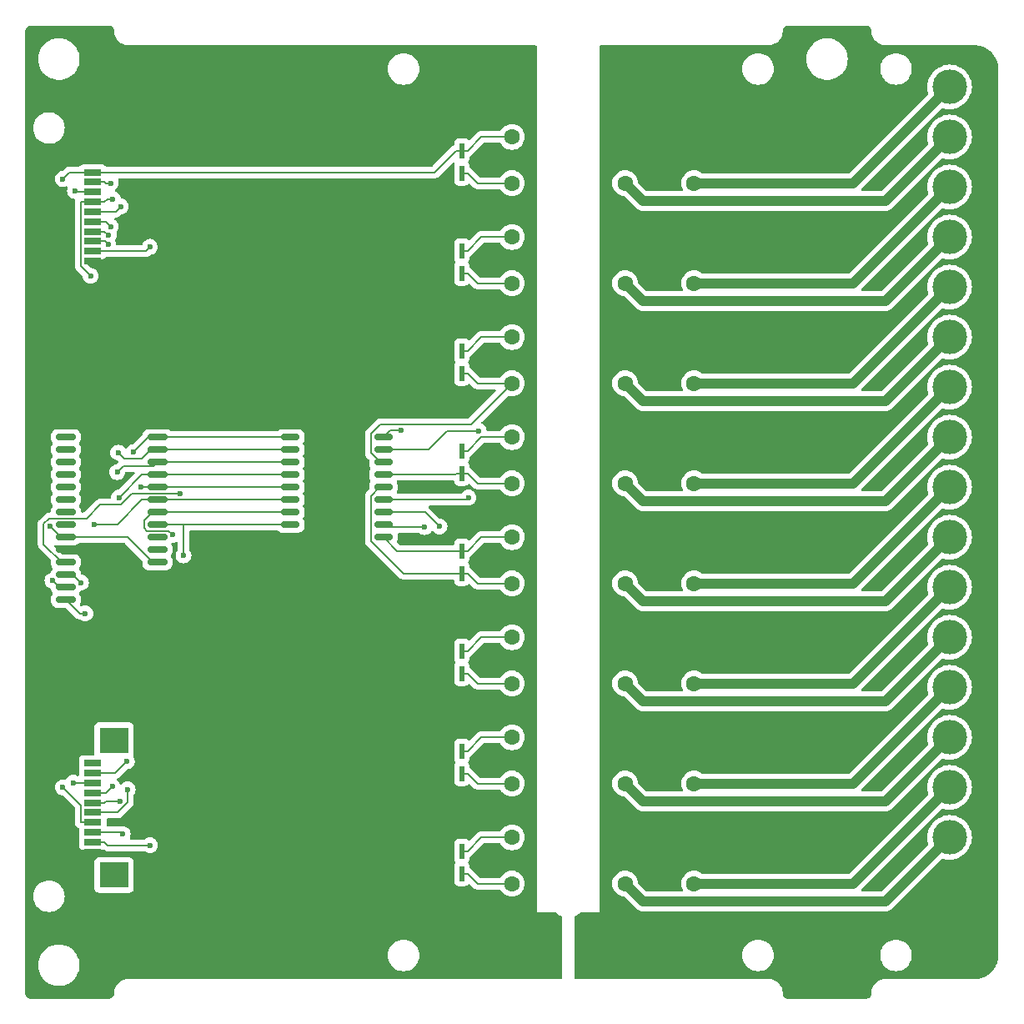
<source format=gbr>
%TF.GenerationSoftware,KiCad,Pcbnew,8.0.6-8.0.6-0~ubuntu24.04.1*%
%TF.CreationDate,2024-12-11T16:29:19+03:00*%
%TF.ProjectId,PM-RQ8,504d2d52-5138-42e6-9b69-6361645f7063,rev?*%
%TF.SameCoordinates,Original*%
%TF.FileFunction,Copper,L1,Top*%
%TF.FilePolarity,Positive*%
%FSLAX46Y46*%
G04 Gerber Fmt 4.6, Leading zero omitted, Abs format (unit mm)*
G04 Created by KiCad (PCBNEW 8.0.6-8.0.6-0~ubuntu24.04.1) date 2024-12-11 16:29:19*
%MOMM*%
%LPD*%
G01*
G04 APERTURE LIST*
G04 Aperture macros list*
%AMRoundRect*
0 Rectangle with rounded corners*
0 $1 Rounding radius*
0 $2 $3 $4 $5 $6 $7 $8 $9 X,Y pos of 4 corners*
0 Add a 4 corners polygon primitive as box body*
4,1,4,$2,$3,$4,$5,$6,$7,$8,$9,$2,$3,0*
0 Add four circle primitives for the rounded corners*
1,1,$1+$1,$2,$3*
1,1,$1+$1,$4,$5*
1,1,$1+$1,$6,$7*
1,1,$1+$1,$8,$9*
0 Add four rect primitives between the rounded corners*
20,1,$1+$1,$2,$3,$4,$5,0*
20,1,$1+$1,$4,$5,$6,$7,0*
20,1,$1+$1,$6,$7,$8,$9,0*
20,1,$1+$1,$8,$9,$2,$3,0*%
G04 Aperture macros list end*
%TA.AperFunction,SMDPad,CuDef*%
%ADD10R,0.533400X1.524000*%
%TD*%
%TA.AperFunction,SMDPad,CuDef*%
%ADD11R,1.803400X0.635000*%
%TD*%
%TA.AperFunction,SMDPad,CuDef*%
%ADD12R,2.997200X2.590800*%
%TD*%
%TA.AperFunction,ComponentPad*%
%ADD13C,1.608000*%
%TD*%
%TA.AperFunction,SMDPad,CuDef*%
%ADD14RoundRect,0.150000X-0.800000X-0.150000X0.800000X-0.150000X0.800000X0.150000X-0.800000X0.150000X0*%
%TD*%
%TA.AperFunction,ComponentPad*%
%ADD15R,3.500000X3.500000*%
%TD*%
%TA.AperFunction,ComponentPad*%
%ADD16C,3.500000*%
%TD*%
%TA.AperFunction,ComponentPad*%
%ADD17O,6.350000X6.350000*%
%TD*%
%TA.AperFunction,SMDPad,CuDef*%
%ADD18RoundRect,0.150000X-0.875000X-0.150000X0.875000X-0.150000X0.875000X0.150000X-0.875000X0.150000X0*%
%TD*%
%TA.AperFunction,SMDPad,CuDef*%
%ADD19RoundRect,0.250000X0.537500X1.450000X-0.537500X1.450000X-0.537500X-1.450000X0.537500X-1.450000X0*%
%TD*%
%TA.AperFunction,ViaPad*%
%ADD20C,0.600000*%
%TD*%
%TA.AperFunction,Conductor*%
%ADD21C,0.200000*%
%TD*%
%TA.AperFunction,Conductor*%
%ADD22C,1.000000*%
%TD*%
G04 APERTURE END LIST*
D10*
%TO.P,D4,1*%
%TO.N,+5V*%
X-5080000Y6223000D03*
%TO.P,D4,2*%
%TO.N,/K4*%
X-5080000Y3937000D03*
%TD*%
D11*
%TO.P,J9,1,Pin_1*%
%TO.N,GND*%
X-42556000Y-34499991D03*
%TO.P,J9,2,Pin_2*%
%TO.N,/K8_exp*%
X-42556000Y-33499993D03*
%TO.P,J9,3,Pin_3*%
%TO.N,/K7_exp*%
X-42556000Y-32499995D03*
%TO.P,J9,4,Pin_4*%
%TO.N,/K6_exp*%
X-42556000Y-31499997D03*
%TO.P,J9,5,Pin_5*%
%TO.N,/K5_exp*%
X-42556000Y-30499999D03*
%TO.P,J9,6,Pin_6*%
%TO.N,/K4_exp*%
X-42556000Y-29500001D03*
%TO.P,J9,7,Pin_7*%
%TO.N,/K3_exp*%
X-42556000Y-28500003D03*
%TO.P,J9,8,Pin_8*%
%TO.N,/K2_exp*%
X-42556000Y-27500005D03*
%TO.P,J9,9,Pin_9*%
%TO.N,/K1_exp*%
X-42556000Y-26500007D03*
%TO.P,J9,10,Pin_10*%
%TO.N,unconnected-(J9-Pin_10-Pad10)*%
X-42556000Y-25500009D03*
D12*
%TO.P,J9,11*%
%TO.N,N/C*%
X-40385999Y-36850002D03*
X-40385999Y-23149998D03*
%TD*%
D13*
%TO.P,K4,1,1*%
%TO.N,/K4*%
X0Y2920000D03*
%TO.P,K4,2,2*%
%TO.N,Net-(J10-Pin_11)*%
X11500000Y2920000D03*
%TO.P,K4,3,3*%
%TO.N,Net-(J10-Pin_12)*%
X18500000Y2920000D03*
%TO.P,K4,4,4*%
%TO.N,+5V*%
X0Y7620000D03*
%TD*%
D14*
%TO.P,U1,1,I1*%
%TO.N,/K1_exp*%
X-22505000Y7620000D03*
%TO.P,U1,2,I2*%
%TO.N,/K2_exp*%
X-22505000Y6350000D03*
%TO.P,U1,3,I3*%
%TO.N,/K3_exp*%
X-22505000Y5080000D03*
%TO.P,U1,4,I4*%
%TO.N,/K4_exp*%
X-22505000Y3810000D03*
%TO.P,U1,5,I5*%
%TO.N,/K5_exp*%
X-22505000Y2540000D03*
%TO.P,U1,6,I6*%
%TO.N,/K6_exp*%
X-22505000Y1270000D03*
%TO.P,U1,7,I7*%
%TO.N,/K7_exp*%
X-22505000Y0D03*
%TO.P,U1,8,I8*%
%TO.N,/K8_exp*%
X-22505000Y-1270000D03*
%TO.P,U1,9,GND*%
%TO.N,GND*%
X-22505000Y-2540000D03*
%TO.P,U1,10,COM*%
%TO.N,+5V*%
X-13055000Y-2540000D03*
%TO.P,U1,11,O8*%
%TO.N,/K8*%
X-13055000Y-1270000D03*
%TO.P,U1,12,O7*%
%TO.N,/K7*%
X-13055000Y0D03*
%TO.P,U1,13,O6*%
%TO.N,/K6*%
X-13055000Y1270000D03*
%TO.P,U1,14,O5*%
%TO.N,/K5*%
X-13055000Y2540000D03*
%TO.P,U1,15,O4*%
%TO.N,/K4*%
X-13055000Y3810000D03*
%TO.P,U1,16,O3*%
%TO.N,/K3*%
X-13055000Y5080000D03*
%TO.P,U1,17,O2*%
%TO.N,/K2*%
X-13055000Y6350000D03*
%TO.P,U1,18,O1*%
%TO.N,/K1*%
X-13055000Y7620000D03*
%TD*%
D13*
%TO.P,K5,1,1*%
%TO.N,/K5*%
X0Y-7240000D03*
%TO.P,K5,2,2*%
%TO.N,Net-(J10-Pin_9)*%
X11500000Y-7240000D03*
%TO.P,K5,3,3*%
%TO.N,Net-(J10-Pin_10)*%
X18500000Y-7240000D03*
%TO.P,K5,4,4*%
%TO.N,+5V*%
X0Y-2540000D03*
%TD*%
D15*
%TO.P,J10,1,Pin_1*%
%TO.N,PE*%
X44450000Y-43180000D03*
D16*
%TO.P,J10,2,Pin_2*%
X44450000Y-38100000D03*
%TO.P,J10,3,Pin_3*%
%TO.N,Net-(J10-Pin_3)*%
X44450000Y-33020000D03*
%TO.P,J10,4,Pin_4*%
%TO.N,Net-(J10-Pin_4)*%
X44450000Y-27940000D03*
%TO.P,J10,5,Pin_5*%
%TO.N,Net-(J10-Pin_5)*%
X44450000Y-22860000D03*
%TO.P,J10,6,Pin_6*%
%TO.N,Net-(J10-Pin_6)*%
X44450000Y-17780000D03*
%TO.P,J10,7,Pin_7*%
%TO.N,Net-(J10-Pin_7)*%
X44450000Y-12700000D03*
%TO.P,J10,8,Pin_8*%
%TO.N,Net-(J10-Pin_8)*%
X44450000Y-7620000D03*
%TO.P,J10,9,Pin_9*%
%TO.N,Net-(J10-Pin_9)*%
X44450000Y-2540000D03*
%TO.P,J10,10,Pin_10*%
%TO.N,Net-(J10-Pin_10)*%
X44450000Y2540000D03*
%TO.P,J10,11,Pin_11*%
%TO.N,Net-(J10-Pin_11)*%
X44450000Y7620000D03*
%TO.P,J10,12,Pin_12*%
%TO.N,Net-(J10-Pin_12)*%
X44450000Y12700000D03*
%TO.P,J10,13,Pin_13*%
%TO.N,Net-(J10-Pin_13)*%
X44450000Y17780000D03*
%TO.P,J10,14,Pin_14*%
%TO.N,Net-(J10-Pin_14)*%
X44450000Y22860000D03*
%TO.P,J10,15,Pin_15*%
%TO.N,Net-(J10-Pin_15)*%
X44450000Y27940000D03*
%TO.P,J10,16,Pin_16*%
%TO.N,Net-(J10-Pin_16)*%
X44450000Y33020000D03*
%TO.P,J10,17,Pin_17*%
%TO.N,Net-(J10-Pin_17)*%
X44450000Y38100000D03*
%TO.P,J10,18,Pin_18*%
%TO.N,Net-(J10-Pin_18)*%
X44450000Y43180000D03*
%TD*%
D13*
%TO.P,K6,1,1*%
%TO.N,/K6*%
X0Y-17400000D03*
%TO.P,K6,2,2*%
%TO.N,Net-(J10-Pin_7)*%
X11500000Y-17400000D03*
%TO.P,K6,3,3*%
%TO.N,Net-(J10-Pin_8)*%
X18500000Y-17400000D03*
%TO.P,K6,4,4*%
%TO.N,+5V*%
X0Y-12700000D03*
%TD*%
%TO.P,K8,1,1*%
%TO.N,/K8*%
X0Y-37720000D03*
%TO.P,K8,2,2*%
%TO.N,Net-(J10-Pin_3)*%
X11500000Y-37720000D03*
%TO.P,K8,3,3*%
%TO.N,Net-(J10-Pin_4)*%
X18500000Y-37720000D03*
%TO.P,K8,4,4*%
%TO.N,+5V*%
X0Y-33020000D03*
%TD*%
%TO.P,K1,1,1*%
%TO.N,/K1*%
X0Y33400000D03*
%TO.P,K1,2,2*%
%TO.N,Net-(J10-Pin_17)*%
X11500000Y33400000D03*
%TO.P,K1,3,3*%
%TO.N,Net-(J10-Pin_18)*%
X18500000Y33400000D03*
%TO.P,K1,4,4*%
%TO.N,+5V*%
X0Y38100000D03*
%TD*%
D10*
%TO.P,D8,1*%
%TO.N,+5V*%
X-5080000Y-34417000D03*
%TO.P,D8,2*%
%TO.N,/K8*%
X-5080000Y-36703000D03*
%TD*%
%TO.P,D1,1*%
%TO.N,+5V*%
X-5080000Y36703000D03*
%TO.P,D1,2*%
%TO.N,/K1*%
X-5080000Y34417000D03*
%TD*%
D13*
%TO.P,K7,1,1*%
%TO.N,/K7*%
X0Y-27560000D03*
%TO.P,K7,2,2*%
%TO.N,Net-(J10-Pin_5)*%
X11500000Y-27560000D03*
%TO.P,K7,3,3*%
%TO.N,Net-(J10-Pin_6)*%
X18500000Y-27560000D03*
%TO.P,K7,4,4*%
%TO.N,+5V*%
X0Y-22860000D03*
%TD*%
D10*
%TO.P,D5,1*%
%TO.N,+5V*%
X-5080000Y-3937000D03*
%TO.P,D5,2*%
%TO.N,/K5*%
X-5080000Y-6223000D03*
%TD*%
%TO.P,D3,1*%
%TO.N,+5V*%
X-5080000Y16383000D03*
%TO.P,D3,2*%
%TO.N,/K3*%
X-5080000Y14097000D03*
%TD*%
D17*
%TO.P,PE1,1*%
%TO.N,PE*%
X32000000Y-46000000D03*
%TD*%
D13*
%TO.P,K3,1,1*%
%TO.N,/K3*%
X0Y13080000D03*
%TO.P,K3,2,2*%
%TO.N,Net-(J10-Pin_13)*%
X11500000Y13080000D03*
%TO.P,K3,3,3*%
%TO.N,Net-(J10-Pin_14)*%
X18500000Y13080000D03*
%TO.P,K3,4,4*%
%TO.N,+5V*%
X0Y17780000D03*
%TD*%
D18*
%TO.P,U2,1,GPB0*%
%TO.N,unconnected-(U2-GPB0-Pad1)*%
X-45290000Y7620000D03*
%TO.P,U2,2,GPB1*%
%TO.N,unconnected-(U2-GPB1-Pad2)*%
X-45290000Y6350000D03*
%TO.P,U2,3,GPB2*%
%TO.N,unconnected-(U2-GPB2-Pad3)*%
X-45290000Y5080000D03*
%TO.P,U2,4,GPB3*%
%TO.N,unconnected-(U2-GPB3-Pad4)*%
X-45290000Y3810000D03*
%TO.P,U2,5,GPB4*%
%TO.N,unconnected-(U2-GPB4-Pad5)*%
X-45290000Y2540000D03*
%TO.P,U2,6,GPB5*%
%TO.N,unconnected-(U2-GPB5-Pad6)*%
X-45290000Y1270000D03*
%TO.P,U2,7,GPB6*%
%TO.N,unconnected-(U2-GPB6-Pad7)*%
X-45290000Y0D03*
%TO.P,U2,8,GPB7*%
%TO.N,unconnected-(U2-GPB7-Pad8)*%
X-45290000Y-1270000D03*
%TO.P,U2,9,VDD*%
%TO.N,+3.3V*%
X-45290000Y-2540000D03*
%TO.P,U2,10,VSS*%
%TO.N,GND*%
X-45290000Y-3810000D03*
%TO.P,U2,11,~{CS}*%
%TO.N,/CS*%
X-45290000Y-5080000D03*
%TO.P,U2,12,SCK*%
%TO.N,/SCK*%
X-45290000Y-6350000D03*
%TO.P,U2,13,SI*%
%TO.N,/MOSI*%
X-45290000Y-7620000D03*
%TO.P,U2,14,SO*%
%TO.N,/MISO*%
X-45290000Y-8890000D03*
%TO.P,U2,15,A0*%
%TO.N,GND*%
X-35990000Y-8890000D03*
%TO.P,U2,16,A1*%
X-35990000Y-7620000D03*
%TO.P,U2,17,A2*%
X-35990000Y-6350000D03*
%TO.P,U2,18,~{RESET}*%
%TO.N,+3.3V*%
X-35990000Y-5080000D03*
%TO.P,U2,19,INTB*%
%TO.N,unconnected-(U2-INTB-Pad19)*%
X-35990000Y-3810000D03*
%TO.P,U2,20,INTA*%
%TO.N,unconnected-(U2-INTA-Pad20)*%
X-35990000Y-2540000D03*
%TO.P,U2,21,GPA0*%
%TO.N,/K8_exp*%
X-35990000Y-1270000D03*
%TO.P,U2,22,GPA1*%
%TO.N,/K7_exp*%
X-35990000Y0D03*
%TO.P,U2,23,GPA2*%
%TO.N,/K6_exp*%
X-35990000Y1270000D03*
%TO.P,U2,24,GPA3*%
%TO.N,/K5_exp*%
X-35990000Y2540000D03*
%TO.P,U2,25,GPA4*%
%TO.N,/K4_exp*%
X-35990000Y3810000D03*
%TO.P,U2,26,GPA5*%
%TO.N,/K3_exp*%
X-35990000Y5080000D03*
%TO.P,U2,27,GPA6*%
%TO.N,/K2_exp*%
X-35990000Y6350000D03*
%TO.P,U2,28,GPA7*%
%TO.N,/K1_exp*%
X-35990000Y7620000D03*
%TD*%
D13*
%TO.P,K2,1,1*%
%TO.N,/K2*%
X0Y23240000D03*
%TO.P,K2,2,2*%
%TO.N,Net-(J10-Pin_15)*%
X11500000Y23240000D03*
%TO.P,K2,3,3*%
%TO.N,Net-(J10-Pin_16)*%
X18500000Y23240000D03*
%TO.P,K2,4,4*%
%TO.N,+5V*%
X0Y27940000D03*
%TD*%
D19*
%TO.P,C1,1*%
%TO.N,PE*%
X7852500Y-45085000D03*
%TO.P,C1,2*%
%TO.N,GND*%
X3577500Y-45085000D03*
%TD*%
D11*
%TO.P,J2,1,Pin_1*%
%TO.N,GND*%
X-42556000Y25500009D03*
%TO.P,J2,2,Pin_2*%
%TO.N,/subplates/CS3*%
X-42556000Y26500007D03*
%TO.P,J2,3,Pin_3*%
%TO.N,/subplates/CS2*%
X-42556000Y27500005D03*
%TO.P,J2,4,Pin_4*%
%TO.N,/subplates/CS1*%
X-42556000Y28500003D03*
%TO.P,J2,5,Pin_5*%
%TO.N,/subplates/CS0*%
X-42556000Y29500001D03*
%TO.P,J2,6,Pin_6*%
%TO.N,/SCK*%
X-42556000Y30499999D03*
%TO.P,J2,7,Pin_7*%
%TO.N,/MISO*%
X-42556000Y31499997D03*
%TO.P,J2,8,Pin_8*%
%TO.N,/MOSI*%
X-42556000Y32499995D03*
%TO.P,J2,9,Pin_9*%
%TO.N,+3.3V*%
X-42556000Y33499993D03*
%TO.P,J2,10,Pin_10*%
%TO.N,+5V*%
X-42556000Y34499991D03*
D12*
%TO.P,J2,11,Pin_11*%
%TO.N,GND*%
X-40385999Y23149998D03*
X-40385999Y36850002D03*
%TD*%
D10*
%TO.P,D7,1*%
%TO.N,+5V*%
X-5080000Y-24257000D03*
%TO.P,D7,2*%
%TO.N,/K7*%
X-5080000Y-26543000D03*
%TD*%
%TO.P,D6,1*%
%TO.N,+5V*%
X-5080000Y-14097000D03*
%TO.P,D6,2*%
%TO.N,/K6*%
X-5080000Y-16383000D03*
%TD*%
%TO.P,D2,1*%
%TO.N,+5V*%
X-5080000Y26543000D03*
%TO.P,D2,2*%
%TO.N,/K2*%
X-5080000Y24257000D03*
%TD*%
D20*
%TO.N,GND*%
X-22860000Y20320000D03*
X-25400000Y20320000D03*
X-25400000Y17780000D03*
X-25400000Y-22860000D03*
X-25400000Y-20320000D03*
X-22860000Y-22860000D03*
X-22860000Y-20320000D03*
X-22860000Y17780000D03*
%TO.N,/K7*%
X-7352600Y-1470200D03*
%TO.N,/K6*%
X-4411400Y1471000D03*
%TO.N,/K8*%
X-8848800Y-1525500D03*
%TO.N,/K1*%
X-11239600Y8299200D03*
%TO.N,/K2*%
X-3358900Y8238700D03*
%TO.N,+5V*%
X-45588200Y33824200D03*
%TO.N,+3.3V*%
X-40724300Y33407400D03*
X-46906400Y-1470200D03*
%TO.N,/MOSI*%
X-44360100Y32596200D03*
X-46654100Y-6951900D03*
%TO.N,/MISO*%
X-42772000Y23987700D03*
X-40525200Y31776300D03*
X-43317700Y-10293800D03*
%TO.N,/SCK*%
X-43755300Y-7167200D03*
X-39705800Y31030800D03*
%TO.N,/K8_exp*%
X-33343400Y-4411400D03*
X-36764600Y-33823400D03*
%TO.N,/K4_exp*%
X-39887100Y1471000D03*
X-39802500Y-29342800D03*
%TO.N,/K7_exp*%
X-34434100Y-2304300D03*
X-39518100Y-32692500D03*
%TO.N,/K1_exp*%
X-38467000Y6066400D03*
X-39095700Y-25299900D03*
%TO.N,/K6_exp*%
X-45588200Y-27941000D03*
X-42417900Y-1219800D03*
%TO.N,/K2_exp*%
X-44556600Y-27484900D03*
X-39974800Y6039800D03*
%TO.N,/K3_exp*%
X-40581700Y-27851600D03*
X-40073400Y4062700D03*
%TO.N,/K5_exp*%
X-37625400Y2590500D03*
X-39011100Y-28149600D03*
%TO.N,/CS*%
X-33658600Y1905000D03*
%TO.N,/subplates/CS0*%
X-40740900Y29006200D03*
%TO.N,/subplates/CS3*%
X-36764600Y26935600D03*
%TO.N,/subplates/CS1*%
X-40937900Y28153100D03*
%TO.N,/subplates/CS2*%
X-41007100Y27226600D03*
%TD*%
D21*
%TO.N,GND*%
X-44215500Y-3810000D02*
X-41675500Y-6350000D01*
X-41675500Y-6350000D02*
X-35990000Y-6350000D01*
X-35990000Y-6350000D02*
X-35990000Y-8890000D01*
X-45290000Y-3810000D02*
X-44215500Y-3810000D01*
D22*
%TO.N,Net-(J10-Pin_7)*%
X44450000Y-12700000D02*
X37946000Y-19204000D01*
X37946000Y-19204000D02*
X13304000Y-19204000D01*
X13304000Y-19204000D02*
X11500000Y-17400000D01*
%TO.N,Net-(J10-Pin_16)*%
X34670000Y23240000D02*
X44450000Y33020000D01*
X18500000Y23240000D02*
X34670000Y23240000D01*
%TO.N,Net-(J10-Pin_5)*%
X13304000Y-29364000D02*
X11500000Y-27560000D01*
X37946000Y-29364000D02*
X13304000Y-29364000D01*
X44450000Y-22860000D02*
X37946000Y-29364000D01*
D21*
%TO.N,/K7*%
X-13055000Y0D02*
X-8822800Y0D01*
X-5080000Y-26543000D02*
X-4511600Y-26543000D01*
X-8822800Y0D02*
X-7352600Y-1470200D01*
X0Y-27560000D02*
X-3494600Y-27560000D01*
X-3494600Y-27560000D02*
X-4511600Y-26543000D01*
%TO.N,/K3*%
X-4179100Y8900900D02*
X-13363800Y8900900D01*
X-13363800Y8900900D02*
X-14325500Y7939200D01*
X0Y13080000D02*
X-3494600Y13080000D01*
X-14325500Y6001400D02*
X-13404100Y5080000D01*
X-5080000Y14097000D02*
X-4511600Y14097000D01*
X-13404100Y5080000D02*
X-13055000Y5080000D01*
X0Y13080000D02*
X-4179100Y8900900D01*
X-3494600Y13080000D02*
X-4511600Y14097000D01*
X-14325500Y7939200D02*
X-14325500Y6001400D01*
%TO.N,/K5*%
X-4896600Y-6223000D02*
X-5080000Y-6223000D01*
X-14327000Y1628300D02*
X-13415300Y2540000D01*
X-11027900Y-6223000D02*
X-14327000Y-2923900D01*
X-3494600Y-7240000D02*
X-4511600Y-6223000D01*
X-14327000Y-2923900D02*
X-14327000Y1628300D01*
X-4896600Y-6223000D02*
X-4511600Y-6223000D01*
X0Y-7240000D02*
X-3494600Y-7240000D01*
X-5080000Y-6223000D02*
X-11027900Y-6223000D01*
X-13415300Y2540000D02*
X-13055000Y2540000D01*
D22*
%TO.N,Net-(J10-Pin_9)*%
X37946000Y-9044000D02*
X13304000Y-9044000D01*
X13304000Y-9044000D02*
X11500000Y-7240000D01*
X44450000Y-2540000D02*
X37946000Y-9044000D01*
D21*
%TO.N,/K6*%
X-13055000Y1270000D02*
X-4612400Y1270000D01*
X-3494600Y-17400000D02*
X-4511600Y-16383000D01*
X-5080000Y-16383000D02*
X-4511600Y-16383000D01*
X-4612400Y1270000D02*
X-4411400Y1471000D01*
X0Y-17400000D02*
X-3494600Y-17400000D01*
%TO.N,/K8*%
X-8848800Y-1525500D02*
X-12799500Y-1525500D01*
X0Y-37720000D02*
X-3494600Y-37720000D01*
X-3494600Y-37720000D02*
X-4511600Y-36703000D01*
X-5080000Y-36703000D02*
X-4511600Y-36703000D01*
X-12799500Y-1525500D02*
X-13055000Y-1270000D01*
%TO.N,/K4*%
X-5080000Y3937000D02*
X-5648400Y3937000D01*
X-5080000Y3937000D02*
X-4511600Y3937000D01*
X-3494600Y2920000D02*
X-4511600Y3937000D01*
X-13055000Y3810000D02*
X-5775400Y3810000D01*
X0Y2920000D02*
X-3494600Y2920000D01*
X-5775400Y3810000D02*
X-5648400Y3937000D01*
%TO.N,/K1*%
X-5080000Y34417000D02*
X-4511600Y34417000D01*
X-3494600Y33400000D02*
X-4511600Y34417000D01*
X0Y33400000D02*
X-3494600Y33400000D01*
X-11239600Y8299200D02*
X-12375800Y8299200D01*
X-12375800Y8299200D02*
X-13055000Y7620000D01*
%TO.N,/K2*%
X-13055000Y6350000D02*
X-8456200Y6350000D01*
X0Y23240000D02*
X-3494600Y23240000D01*
X-6567500Y8238700D02*
X-3358900Y8238700D01*
X-5080000Y24257000D02*
X-4511600Y24257000D01*
X-8456200Y6350000D02*
X-6567500Y8238700D01*
X-3494600Y23240000D02*
X-4511600Y24257000D01*
D22*
%TO.N,Net-(J10-Pin_10)*%
X18500000Y-7240000D02*
X34670000Y-7240000D01*
X34670000Y-7240000D02*
X44450000Y2540000D01*
%TO.N,Net-(J10-Pin_4)*%
X18500000Y-37720000D02*
X34670000Y-37720000D01*
X34670000Y-37720000D02*
X44450000Y-27940000D01*
%TO.N,Net-(J10-Pin_6)*%
X34670000Y-27560000D02*
X44450000Y-17780000D01*
X18500000Y-27560000D02*
X34670000Y-27560000D01*
%TO.N,Net-(J10-Pin_14)*%
X18500000Y13080000D02*
X34670000Y13080000D01*
X34670000Y13080000D02*
X44450000Y22860000D01*
%TO.N,Net-(J10-Pin_8)*%
X18500000Y-17400000D02*
X34670000Y-17400000D01*
X34670000Y-17400000D02*
X44450000Y-7620000D01*
%TO.N,Net-(J10-Pin_15)*%
X13304000Y21436000D02*
X11500000Y23240000D01*
X37946000Y21436000D02*
X13304000Y21436000D01*
X44450000Y27940000D02*
X37946000Y21436000D01*
%TO.N,Net-(J10-Pin_13)*%
X37946000Y11276000D02*
X13304000Y11276000D01*
X13304000Y11276000D02*
X11500000Y13080000D01*
X44450000Y17780000D02*
X37946000Y11276000D01*
%TO.N,Net-(J10-Pin_12)*%
X18500000Y2920000D02*
X34670000Y2920000D01*
X34670000Y2920000D02*
X44450000Y12700000D01*
%TO.N,Net-(J10-Pin_17)*%
X13304000Y31596000D02*
X11500000Y33400000D01*
X37946000Y31596000D02*
X13304000Y31596000D01*
X44450000Y38100000D02*
X37946000Y31596000D01*
%TO.N,Net-(J10-Pin_3)*%
X44450000Y-33020000D02*
X37946000Y-39524000D01*
X13304000Y-39524000D02*
X11500000Y-37720000D01*
X37946000Y-39524000D02*
X13304000Y-39524000D01*
%TO.N,Net-(J10-Pin_18)*%
X18500000Y33400000D02*
X34670000Y33400000D01*
X34670000Y33400000D02*
X44450000Y43180000D01*
%TO.N,Net-(J10-Pin_11)*%
X37946000Y1116000D02*
X13304000Y1116000D01*
X44450000Y7620000D02*
X37946000Y1116000D01*
X13304000Y1116000D02*
X11500000Y2920000D01*
D21*
%TO.N,+5V*%
X0Y-12700000D02*
X-3114600Y-12700000D01*
X-5080000Y36703000D02*
X-4511600Y36703000D01*
X-11658000Y-3937000D02*
X-5080000Y-3937000D01*
X-5080000Y16383000D02*
X-4511600Y16383000D01*
X-5080000Y-24257000D02*
X-4511600Y-24257000D01*
X-3114600Y38100000D02*
X-4511600Y36703000D01*
X-3114600Y-2540000D02*
X-4511600Y-3937000D01*
X0Y-33020000D02*
X-3114600Y-33020000D01*
X0Y27940000D02*
X-3114600Y27940000D01*
X-3114600Y-22860000D02*
X-4511600Y-24257000D01*
X-5080000Y36703000D02*
X-5648400Y36703000D01*
X-3114600Y7620000D02*
X-4511600Y6223000D01*
X-13055000Y-2540000D02*
X-11658000Y-3937000D01*
X-5080000Y6223000D02*
X-4511600Y6223000D01*
X-3114600Y27940000D02*
X-4511600Y26543000D01*
X-5080000Y-34417000D02*
X-4511600Y-34417000D01*
X-7851400Y34500000D02*
X-5648400Y36703000D01*
X-5080000Y26543000D02*
X-4511600Y26543000D01*
X-44912400Y34500000D02*
X-42556000Y34500000D01*
X0Y17780000D02*
X-3114600Y17780000D01*
X-3114600Y-33020000D02*
X-4511600Y-34417000D01*
X-42556000Y34500000D02*
X-7851400Y34500000D01*
X-3114600Y17780000D02*
X-4511600Y16383000D01*
X-45588200Y33824200D02*
X-44912400Y34500000D01*
X0Y7620000D02*
X-3114600Y7620000D01*
X-5080000Y-14097000D02*
X-4511600Y-14097000D01*
X-5080000Y-3937000D02*
X-4511600Y-3937000D01*
X0Y-2540000D02*
X-3114600Y-2540000D01*
X-3114600Y-12700000D02*
X-4511600Y-14097000D01*
X0Y38100000D02*
X-3114600Y38100000D01*
X0Y-22860000D02*
X-3114600Y-22860000D01*
%TO.N,+3.3V*%
X-41260000Y33407400D02*
X-41352600Y33500000D01*
X-39055100Y-2540000D02*
X-45290000Y-2540000D01*
X-35990000Y-5080000D02*
X-36515100Y-5080000D01*
X-40724300Y33407400D02*
X-41260000Y33407400D01*
X-42556000Y33500000D02*
X-41352600Y33500000D01*
X-45290000Y-2540000D02*
X-45836600Y-2540000D01*
X-45836600Y-2540000D02*
X-46906400Y-1470200D01*
X-36515100Y-5080000D02*
X-39055100Y-2540000D01*
%TO.N,/MOSI*%
X-45986000Y-7620000D02*
X-46654100Y-6951900D01*
X-45290000Y-7620000D02*
X-45986000Y-7620000D01*
X-42556000Y32500000D02*
X-44263900Y32500000D01*
X-44263900Y32500000D02*
X-44360100Y32596200D01*
%TO.N,/MISO*%
X-43759400Y24975100D02*
X-42772000Y23987700D01*
X-42556000Y31500000D02*
X-43759400Y31500000D01*
X-41076300Y31776300D02*
X-41352600Y31500000D01*
X-43759400Y31500000D02*
X-43759400Y24975100D01*
X-40525200Y31776300D02*
X-41076300Y31776300D01*
X-43886200Y-10293800D02*
X-45290000Y-8890000D01*
X-43317700Y-10293800D02*
X-43886200Y-10293800D01*
X-41954300Y31500000D02*
X-41352600Y31500000D01*
X-41954300Y31500000D02*
X-42556000Y31500000D01*
%TO.N,/SCK*%
X-40236600Y30500000D02*
X-42556000Y30500000D01*
X-39705800Y31030800D02*
X-40236600Y30500000D01*
X-45290000Y-6350000D02*
X-44572500Y-6350000D01*
X-44572500Y-6350000D02*
X-43755300Y-7167200D01*
%TO.N,/K8_exp*%
X-33343400Y-1270000D02*
X-33343400Y-4411400D01*
X-22505000Y-1270000D02*
X-33343400Y-1270000D01*
X-41029200Y-33823400D02*
X-41352600Y-33500000D01*
X-42556000Y-33500000D02*
X-41352600Y-33500000D01*
X-36764600Y-33823400D02*
X-41029200Y-33823400D01*
X-33343400Y-1270000D02*
X-35990000Y-1270000D01*
%TO.N,/K4_exp*%
X-22505000Y3810000D02*
X-35990000Y3810000D01*
X-42556000Y-29500000D02*
X-41352600Y-29500000D01*
X-35990000Y3810000D02*
X-37548100Y3810000D01*
X-39802500Y-29342800D02*
X-41195400Y-29342800D01*
X-41195400Y-29342800D02*
X-41352600Y-29500000D01*
X-37548100Y3810000D02*
X-39887100Y1471000D01*
%TO.N,/K7_exp*%
X-37352300Y-1634100D02*
X-37086600Y-1899800D01*
X-22505000Y0D02*
X-35990000Y0D01*
X-35990000Y0D02*
X-36513300Y0D01*
X-36513300Y0D02*
X-37352300Y-839000D01*
X-42556000Y-32500000D02*
X-39710600Y-32500000D01*
X-37086600Y-1899800D02*
X-34838600Y-1899800D01*
X-37352300Y-839000D02*
X-37352300Y-1634100D01*
X-39710600Y-32500000D02*
X-39518100Y-32692500D01*
X-34838600Y-1899800D02*
X-34434100Y-2304300D01*
%TO.N,/K1_exp*%
X-42556000Y-26500000D02*
X-40295800Y-26500000D01*
X-40295800Y-26500000D02*
X-39095700Y-25299900D01*
X-35990000Y7620000D02*
X-36913400Y7620000D01*
X-36913400Y7620000D02*
X-38467000Y6066400D01*
X-22505000Y7620000D02*
X-35990000Y7620000D01*
%TO.N,/K6_exp*%
X-42417900Y-1219800D02*
X-40062300Y-1219800D01*
X-42556000Y-31500000D02*
X-43759400Y-31500000D01*
X-40062300Y-1219800D02*
X-37572500Y1270000D01*
X-43759400Y-31500000D02*
X-43759400Y-29769800D01*
X-37572500Y1270000D02*
X-35990000Y1270000D01*
X-43759400Y-29769800D02*
X-45588200Y-27941000D01*
X-22505000Y1270000D02*
X-35990000Y1270000D01*
%TO.N,/K2_exp*%
X-39351200Y5416200D02*
X-39974800Y6039800D01*
X-22505000Y6350000D02*
X-35990000Y6350000D01*
X-43774500Y-27484900D02*
X-43759400Y-27500000D01*
X-37565900Y5416200D02*
X-39351200Y5416200D01*
X-42556000Y-27500000D02*
X-43759400Y-27500000D01*
X-36632100Y6350000D02*
X-37565900Y5416200D01*
X-35990000Y6350000D02*
X-36632100Y6350000D01*
X-44556600Y-27484900D02*
X-43774500Y-27484900D01*
%TO.N,/K3_exp*%
X-39445100Y4691000D02*
X-40073400Y4062700D01*
X-22505000Y5080000D02*
X-35990000Y5080000D01*
X-41230100Y-28500000D02*
X-42556000Y-28500000D01*
X-40581700Y-27851600D02*
X-41230100Y-28500000D01*
X-36379000Y4691000D02*
X-39445100Y4691000D01*
X-35990000Y5080000D02*
X-36379000Y4691000D01*
%TO.N,/K5_exp*%
X-36040500Y2590500D02*
X-35990000Y2540000D01*
X-40068200Y-30500000D02*
X-39011100Y-29442900D01*
X-39011100Y-29442900D02*
X-39011100Y-28149600D01*
X-22505000Y2540000D02*
X-35990000Y2540000D01*
X-42556000Y-30500000D02*
X-40068200Y-30500000D01*
X-37625400Y2590500D02*
X-36040500Y2590500D01*
%TO.N,/CS*%
X-38576500Y1905000D02*
X-33658600Y1905000D01*
X-47542800Y-3251300D02*
X-47542800Y-1193300D01*
X-46984500Y-635000D02*
X-43198800Y-635000D01*
X-43198800Y-635000D02*
X-41813900Y749900D01*
X-41813900Y749900D02*
X-39731600Y749900D01*
X-45714100Y-5080000D02*
X-47542800Y-3251300D01*
X-39731600Y749900D02*
X-38576500Y1905000D01*
X-47542800Y-1193300D02*
X-46984500Y-635000D01*
X-45290000Y-5080000D02*
X-45714100Y-5080000D01*
%TO.N,/subplates/CS0*%
X-41234700Y29500000D02*
X-40740900Y29006200D01*
X-42556000Y29500000D02*
X-41234700Y29500000D01*
%TO.N,/subplates/CS3*%
X-37200200Y26500000D02*
X-36764600Y26935600D01*
X-42556000Y26500000D02*
X-37200200Y26500000D01*
%TO.N,/subplates/CS1*%
X-41352600Y28500000D02*
X-41005700Y28153100D01*
X-41005700Y28153100D02*
X-40937900Y28153100D01*
X-42556000Y28500000D02*
X-41352600Y28500000D01*
%TO.N,/subplates/CS2*%
X-42556000Y27500000D02*
X-41280500Y27500000D01*
X-41280500Y27500000D02*
X-41007100Y27226600D01*
%TD*%
%TA.AperFunction,Conductor*%
%TO.N,GND*%
G36*
X-40893078Y49398720D02*
G01*
X-40802734Y49388541D01*
X-40775669Y49382364D01*
X-40696460Y49354648D01*
X-40671447Y49342602D01*
X-40600394Y49297957D01*
X-40578687Y49280645D01*
X-40519356Y49221314D01*
X-40502043Y49199605D01*
X-40457400Y49128556D01*
X-40445352Y49103538D01*
X-40417638Y49024334D01*
X-40411460Y48997265D01*
X-40401280Y48906924D01*
X-40400500Y48893039D01*
X-40400500Y48792683D01*
X-40369956Y48580236D01*
X-40369953Y48580226D01*
X-40309483Y48374285D01*
X-40220328Y48179062D01*
X-40220321Y48179049D01*
X-40104280Y47998486D01*
X-39963725Y47836276D01*
X-39839723Y47728828D01*
X-39801513Y47695719D01*
X-39672469Y47612789D01*
X-39620952Y47579680D01*
X-39620939Y47579673D01*
X-39425716Y47490518D01*
X-39425712Y47490517D01*
X-39425710Y47490516D01*
X-39219769Y47430046D01*
X-39219768Y47430046D01*
X-39219765Y47430045D01*
X-39156416Y47420938D01*
X-39007318Y47399500D01*
X-39007317Y47399500D01*
X2416000Y47399500D01*
X2483039Y47379815D01*
X2528794Y47327011D01*
X2540000Y47275500D01*
X2540000Y-40640000D01*
X4430779Y-40640000D01*
X4497818Y-40659685D01*
X4511982Y-40670287D01*
X4651268Y-40790979D01*
X4651274Y-40790983D01*
X4864310Y-40927893D01*
X4864317Y-40927896D01*
X4864322Y-40927900D01*
X5007514Y-40993293D01*
X5060315Y-41039046D01*
X5080000Y-41106085D01*
X5080000Y-47275500D01*
X5060315Y-47342539D01*
X5007511Y-47388294D01*
X4956000Y-47399500D01*
X-39007318Y-47399500D01*
X-39219765Y-47430044D01*
X-39219775Y-47430047D01*
X-39425716Y-47490517D01*
X-39620939Y-47579672D01*
X-39620952Y-47579679D01*
X-39801515Y-47695720D01*
X-39963725Y-47836275D01*
X-40104280Y-47998485D01*
X-40220321Y-48179048D01*
X-40220328Y-48179061D01*
X-40309483Y-48374284D01*
X-40369953Y-48580225D01*
X-40369956Y-48580235D01*
X-40400500Y-48792682D01*
X-40400500Y-48893038D01*
X-40401280Y-48906923D01*
X-40411460Y-48997264D01*
X-40417638Y-49024333D01*
X-40445352Y-49103537D01*
X-40457400Y-49128555D01*
X-40502043Y-49199604D01*
X-40519356Y-49221313D01*
X-40578687Y-49280644D01*
X-40600396Y-49297957D01*
X-40671445Y-49342600D01*
X-40696463Y-49354648D01*
X-40775667Y-49382362D01*
X-40802736Y-49388540D01*
X-40882925Y-49397576D01*
X-40893079Y-49398720D01*
X-40906962Y-49399500D01*
X-48893038Y-49399500D01*
X-48906922Y-49398720D01*
X-48919447Y-49397308D01*
X-48997265Y-49388540D01*
X-49024334Y-49382362D01*
X-49103538Y-49354648D01*
X-49128556Y-49342600D01*
X-49199605Y-49297957D01*
X-49221314Y-49280644D01*
X-49280645Y-49221313D01*
X-49297958Y-49199604D01*
X-49342601Y-49128555D01*
X-49354649Y-49103537D01*
X-49382363Y-49024333D01*
X-49388541Y-48997263D01*
X-49398720Y-48906922D01*
X-49399500Y-48893038D01*
X-49399500Y-46000000D01*
X-48105408Y-46000000D01*
X-48085799Y-46286680D01*
X-48085799Y-46286684D01*
X-48085798Y-46286686D01*
X-48064016Y-46391509D01*
X-48027334Y-46568034D01*
X-48027333Y-46568037D01*
X-47931106Y-46838793D01*
X-47931107Y-46838793D01*
X-47798902Y-47093935D01*
X-47633188Y-47328700D01*
X-47548077Y-47419831D01*
X-47437053Y-47538708D01*
X-47214147Y-47720055D01*
X-47023031Y-47836276D01*
X-46968618Y-47869365D01*
X-46781763Y-47950526D01*
X-46705058Y-47983844D01*
X-46428358Y-48061371D01*
X-46196890Y-48093186D01*
X-46143679Y-48100500D01*
X-46143678Y-48100500D01*
X-45856321Y-48100500D01*
X-45803110Y-48093186D01*
X-45571642Y-48061371D01*
X-45294942Y-47983844D01*
X-45181985Y-47934779D01*
X-45031383Y-47869365D01*
X-45031380Y-47869363D01*
X-45031375Y-47869361D01*
X-44785853Y-47720055D01*
X-44562947Y-47538708D01*
X-44366811Y-47328698D01*
X-44201099Y-47093936D01*
X-44068896Y-46838797D01*
X-43972666Y-46568032D01*
X-43914202Y-46286686D01*
X-43894592Y-46000000D01*
X-43914202Y-45713314D01*
X-43972666Y-45431968D01*
X-44068895Y-45161206D01*
X-44068894Y-45161206D01*
X-44152425Y-45000000D01*
X-12605449Y-45000000D01*
X-12585683Y-45251151D01*
X-12526874Y-45496110D01*
X-12430467Y-45728859D01*
X-12298840Y-45943653D01*
X-12298839Y-45943656D01*
X-12298836Y-45943659D01*
X-12135224Y-46135224D01*
X-11986934Y-46261875D01*
X-11943657Y-46298838D01*
X-11943654Y-46298839D01*
X-11728860Y-46430466D01*
X-11496111Y-46526873D01*
X-11251148Y-46585683D01*
X-11000000Y-46605449D01*
X-10748852Y-46585683D01*
X-10503889Y-46526873D01*
X-10271141Y-46430466D01*
X-10056341Y-46298836D01*
X-9864776Y-46135224D01*
X-9701164Y-45943659D01*
X-9569534Y-45728859D01*
X-9473127Y-45496111D01*
X-9414317Y-45251148D01*
X-9394551Y-45000000D01*
X-9414317Y-44748852D01*
X-9473127Y-44503889D01*
X-9565887Y-44279945D01*
X-9569534Y-44271140D01*
X-9701161Y-44056346D01*
X-9701162Y-44056343D01*
X-9801700Y-43938629D01*
X-9864776Y-43864776D01*
X-9991429Y-43756604D01*
X-10056344Y-43701161D01*
X-10056347Y-43701160D01*
X-10271141Y-43569533D01*
X-10503890Y-43473126D01*
X-10748849Y-43414317D01*
X-11000000Y-43394551D01*
X-11251152Y-43414317D01*
X-11496111Y-43473126D01*
X-11728860Y-43569533D01*
X-11943654Y-43701160D01*
X-11943657Y-43701161D01*
X-12135224Y-43864776D01*
X-12298839Y-44056343D01*
X-12298840Y-44056346D01*
X-12430467Y-44271140D01*
X-12526874Y-44503889D01*
X-12585683Y-44748848D01*
X-12605449Y-45000000D01*
X-44152425Y-45000000D01*
X-44201099Y-44906064D01*
X-44366813Y-44671299D01*
X-44455734Y-44576089D01*
X-44562947Y-44461292D01*
X-44785853Y-44279945D01*
X-44785854Y-44279944D01*
X-45031383Y-44130634D01*
X-45294937Y-44016158D01*
X-45294939Y-44016157D01*
X-45294942Y-44016156D01*
X-45424422Y-43979877D01*
X-45571636Y-43938630D01*
X-45571641Y-43938629D01*
X-45571642Y-43938629D01*
X-45713982Y-43919064D01*
X-45856321Y-43899500D01*
X-45856322Y-43899500D01*
X-46143678Y-43899500D01*
X-46143679Y-43899500D01*
X-46428358Y-43938629D01*
X-46428365Y-43938630D01*
X-46636139Y-43996845D01*
X-46705058Y-44016156D01*
X-46705061Y-44016156D01*
X-46705064Y-44016158D01*
X-46705065Y-44016158D01*
X-46968618Y-44130634D01*
X-47214147Y-44279944D01*
X-47437050Y-44461289D01*
X-47633188Y-44671299D01*
X-47798902Y-44906064D01*
X-47931106Y-45161206D01*
X-48027333Y-45431962D01*
X-48027334Y-45431965D01*
X-48085799Y-45713319D01*
X-48105408Y-46000000D01*
X-49399500Y-46000000D01*
X-49399500Y-39000000D01*
X-48605449Y-39000000D01*
X-48585683Y-39251151D01*
X-48526874Y-39496110D01*
X-48430467Y-39728859D01*
X-48298840Y-39943653D01*
X-48298839Y-39943656D01*
X-48298836Y-39943659D01*
X-48135224Y-40135224D01*
X-48035170Y-40220678D01*
X-47943657Y-40298838D01*
X-47943654Y-40298839D01*
X-47728860Y-40430466D01*
X-47496111Y-40526873D01*
X-47251148Y-40585683D01*
X-47000000Y-40605449D01*
X-46748852Y-40585683D01*
X-46503889Y-40526873D01*
X-46271141Y-40430466D01*
X-46056341Y-40298836D01*
X-45864776Y-40135224D01*
X-45701164Y-39943659D01*
X-45569534Y-39728859D01*
X-45473127Y-39496111D01*
X-45414317Y-39251148D01*
X-45394551Y-39000000D01*
X-45414317Y-38748852D01*
X-45473127Y-38503889D01*
X-45515952Y-38400500D01*
X-45569534Y-38271140D01*
X-45701161Y-38056346D01*
X-45701162Y-38056343D01*
X-45778750Y-37965500D01*
X-45864776Y-37864776D01*
X-45991429Y-37756604D01*
X-46056344Y-37701161D01*
X-46056347Y-37701160D01*
X-46271141Y-37569533D01*
X-46503890Y-37473126D01*
X-46748849Y-37414317D01*
X-47000000Y-37394551D01*
X-47251152Y-37414317D01*
X-47496111Y-37473126D01*
X-47728860Y-37569533D01*
X-47943654Y-37701160D01*
X-47943657Y-37701161D01*
X-48135224Y-37864776D01*
X-48298839Y-38056343D01*
X-48298840Y-38056346D01*
X-48430467Y-38271140D01*
X-48526874Y-38503889D01*
X-48585683Y-38748848D01*
X-48605449Y-39000000D01*
X-49399500Y-39000000D01*
X-49399500Y-35506737D01*
X-42385099Y-35506737D01*
X-42385099Y-38193272D01*
X-42385098Y-38193278D01*
X-42378691Y-38252885D01*
X-42328397Y-38387730D01*
X-42328393Y-38387737D01*
X-42242147Y-38502946D01*
X-42242144Y-38502949D01*
X-42126935Y-38589195D01*
X-42126928Y-38589199D01*
X-41992082Y-38639493D01*
X-41992083Y-38639493D01*
X-41985155Y-38640237D01*
X-41932472Y-38645902D01*
X-38839527Y-38645901D01*
X-38779916Y-38639493D01*
X-38645068Y-38589198D01*
X-38529853Y-38502948D01*
X-38443603Y-38387733D01*
X-38393308Y-38252885D01*
X-38386899Y-38193275D01*
X-38386900Y-35506730D01*
X-38393308Y-35447119D01*
X-38443603Y-35312271D01*
X-38443604Y-35312270D01*
X-38443606Y-35312266D01*
X-38529852Y-35197057D01*
X-38529855Y-35197054D01*
X-38645064Y-35110808D01*
X-38645071Y-35110804D01*
X-38779917Y-35060510D01*
X-38779916Y-35060510D01*
X-38839516Y-35054103D01*
X-38839518Y-35054102D01*
X-38839526Y-35054102D01*
X-38839535Y-35054102D01*
X-41932470Y-35054102D01*
X-41932476Y-35054103D01*
X-41992083Y-35060510D01*
X-42126928Y-35110804D01*
X-42126935Y-35110808D01*
X-42242144Y-35197054D01*
X-42242147Y-35197057D01*
X-42328393Y-35312266D01*
X-42328397Y-35312273D01*
X-42378691Y-35447119D01*
X-42385098Y-35506718D01*
X-42385098Y-35506725D01*
X-42385099Y-35506737D01*
X-49399500Y-35506737D01*
X-49399500Y-27940996D01*
X-46393765Y-27940996D01*
X-46393765Y-27941003D01*
X-46373570Y-28120249D01*
X-46373569Y-28120254D01*
X-46313989Y-28290523D01*
X-46218016Y-28443262D01*
X-46090462Y-28570816D01*
X-45937722Y-28666789D01*
X-45767455Y-28726368D01*
X-45680531Y-28736161D01*
X-45616120Y-28763226D01*
X-45606735Y-28771700D01*
X-44396219Y-29982216D01*
X-44362734Y-30043539D01*
X-44359900Y-30069897D01*
X-44359900Y-31579057D01*
X-44319344Y-31730412D01*
X-44318977Y-31731783D01*
X-44318974Y-31731790D01*
X-44239925Y-31868709D01*
X-44239921Y-31868714D01*
X-44239920Y-31868716D01*
X-44128116Y-31980520D01*
X-44020199Y-32042825D01*
X-43971985Y-32093390D01*
X-43958200Y-32150211D01*
X-43958200Y-32865365D01*
X-43958199Y-32865371D01*
X-43951792Y-32924977D01*
X-43939974Y-32956663D01*
X-43934991Y-33026355D01*
X-43939974Y-33043325D01*
X-43951790Y-33075006D01*
X-43951791Y-33075010D01*
X-43958200Y-33134620D01*
X-43958200Y-33134627D01*
X-43958200Y-33134628D01*
X-43958200Y-33865363D01*
X-43958199Y-33865369D01*
X-43951792Y-33924976D01*
X-43901498Y-34059821D01*
X-43901494Y-34059828D01*
X-43815248Y-34175037D01*
X-43815245Y-34175040D01*
X-43700036Y-34261286D01*
X-43700029Y-34261290D01*
X-43565183Y-34311584D01*
X-43565184Y-34311584D01*
X-43558256Y-34312328D01*
X-43505573Y-34317993D01*
X-41606428Y-34317992D01*
X-41546817Y-34311584D01*
X-41526269Y-34303920D01*
X-41503031Y-34295253D01*
X-41433340Y-34290268D01*
X-41397698Y-34304046D01*
X-41373544Y-34317991D01*
X-41260984Y-34382977D01*
X-41108257Y-34423901D01*
X-41108255Y-34423901D01*
X-40942546Y-34423901D01*
X-40942530Y-34423900D01*
X-37347012Y-34423900D01*
X-37279973Y-34443585D01*
X-37269697Y-34450955D01*
X-37266864Y-34453214D01*
X-37266862Y-34453216D01*
X-37114122Y-34549189D01*
X-36943855Y-34608768D01*
X-36943850Y-34608769D01*
X-36764604Y-34628965D01*
X-36764600Y-34628965D01*
X-36764596Y-34628965D01*
X-36585351Y-34608769D01*
X-36585348Y-34608768D01*
X-36585345Y-34608768D01*
X-36415078Y-34549189D01*
X-36262338Y-34453216D01*
X-36134784Y-34325662D01*
X-36038811Y-34172922D01*
X-35979232Y-34002655D01*
X-35979231Y-34002649D01*
X-35959035Y-33823403D01*
X-35959035Y-33823396D01*
X-35979231Y-33644150D01*
X-35979232Y-33644145D01*
X-35992182Y-33607135D01*
X-5847200Y-33607135D01*
X-5847200Y-35226870D01*
X-5847199Y-35226876D01*
X-5840792Y-35286483D01*
X-5790498Y-35421328D01*
X-5790496Y-35421331D01*
X-5742318Y-35485689D01*
X-5717901Y-35551154D01*
X-5732753Y-35619427D01*
X-5742318Y-35634311D01*
X-5790496Y-35698668D01*
X-5790498Y-35698671D01*
X-5840792Y-35833517D01*
X-5847199Y-35893116D01*
X-5847199Y-35893123D01*
X-5847200Y-35893135D01*
X-5847200Y-37512870D01*
X-5847199Y-37512876D01*
X-5840792Y-37572483D01*
X-5790498Y-37707328D01*
X-5790494Y-37707335D01*
X-5704248Y-37822544D01*
X-5704245Y-37822547D01*
X-5589036Y-37908793D01*
X-5589029Y-37908797D01*
X-5544082Y-37925561D01*
X-5454183Y-37959091D01*
X-5394573Y-37965500D01*
X-4765428Y-37965499D01*
X-4705817Y-37959091D01*
X-4570969Y-37908796D01*
X-4455754Y-37822546D01*
X-4449698Y-37814455D01*
X-4393765Y-37772584D01*
X-4324073Y-37767600D01*
X-4262753Y-37801082D01*
X-4262750Y-37801085D01*
X-3979461Y-38084374D01*
X-3979451Y-38084385D01*
X-3975121Y-38088715D01*
X-3975120Y-38088716D01*
X-3863316Y-38200520D01*
X-3776505Y-38250639D01*
X-3776503Y-38250641D01*
X-3726387Y-38279576D01*
X-3726385Y-38279577D01*
X-3573658Y-38320500D01*
X-3573657Y-38320500D01*
X-1236577Y-38320500D01*
X-1169538Y-38340185D01*
X-1135002Y-38373376D01*
X-1134047Y-38374739D01*
X-1134046Y-38374742D01*
X-1043615Y-38503889D01*
X-1003122Y-38561719D01*
X-841723Y-38723118D01*
X-841713Y-38723127D01*
X-654746Y-38854044D01*
X-654742Y-38854046D01*
X-447870Y-38950512D01*
X-227389Y-39009589D01*
X-64969Y-39023799D01*
X-2Y-39029483D01*
X0Y-39029483D01*
X2Y-39029483D01*
X56847Y-39024509D01*
X227389Y-39009589D01*
X447870Y-38950512D01*
X654742Y-38854046D01*
X841719Y-38723122D01*
X1003122Y-38561719D01*
X1003127Y-38561712D01*
X1134044Y-38374745D01*
X1134046Y-38374741D01*
X1159339Y-38320500D01*
X1230512Y-38167870D01*
X1289589Y-37947389D01*
X1309483Y-37720000D01*
X1289589Y-37492611D01*
X1230512Y-37272130D01*
X1134046Y-37065259D01*
X1134044Y-37065255D01*
X1003121Y-36878280D01*
X841722Y-36716881D01*
X841712Y-36716872D01*
X654745Y-36585955D01*
X654741Y-36585953D01*
X551306Y-36537721D01*
X447870Y-36489488D01*
X447866Y-36489487D01*
X447862Y-36489485D01*
X227394Y-36430412D01*
X227390Y-36430411D01*
X227389Y-36430411D01*
X227388Y-36430410D01*
X227383Y-36430410D01*
X2Y-36410517D01*
X-2Y-36410517D01*
X-227384Y-36430410D01*
X-227395Y-36430412D01*
X-447863Y-36489485D01*
X-447872Y-36489489D01*
X-654741Y-36585953D01*
X-654745Y-36585955D01*
X-841720Y-36716878D01*
X-1003118Y-36878276D01*
X-1003121Y-36878279D01*
X-1003122Y-36878281D01*
X-1134046Y-37065259D01*
X-1134048Y-37065262D01*
X-1135001Y-37066624D01*
X-1189578Y-37110249D01*
X-1236576Y-37119500D01*
X-3194503Y-37119500D01*
X-3261542Y-37099815D01*
X-3282184Y-37083181D01*
X-4024010Y-36341355D01*
X-4024012Y-36341352D01*
X-4142883Y-36222481D01*
X-4142884Y-36222480D01*
X-4229696Y-36172360D01*
X-4229696Y-36172358D01*
X-4229701Y-36172357D01*
X-4241253Y-36165687D01*
X-4250805Y-36160172D01*
X-4299019Y-36109602D01*
X-4312801Y-36052787D01*
X-4312801Y-35893129D01*
X-4312802Y-35893123D01*
X-4312803Y-35893116D01*
X-4319209Y-35833517D01*
X-4369504Y-35698669D01*
X-4417683Y-35634311D01*
X-4442100Y-35568847D01*
X-4427249Y-35500574D01*
X-4417684Y-35485691D01*
X-4369504Y-35421331D01*
X-4319209Y-35286483D01*
X-4312800Y-35226873D01*
X-4312801Y-35067210D01*
X-4293117Y-35000172D01*
X-4250806Y-34959827D01*
X-4229696Y-34947639D01*
X-4142884Y-34897520D01*
X-4031080Y-34785716D01*
X-4031080Y-34785714D01*
X-4020872Y-34775507D01*
X-4020871Y-34775504D01*
X-2902184Y-33656819D01*
X-2840861Y-33623334D01*
X-2814503Y-33620500D01*
X-1236577Y-33620500D01*
X-1169538Y-33640185D01*
X-1135002Y-33673376D01*
X-1134047Y-33674739D01*
X-1134046Y-33674742D01*
X-1029951Y-33823403D01*
X-1003122Y-33861719D01*
X-841723Y-34023118D01*
X-841713Y-34023127D01*
X-654746Y-34154044D01*
X-654742Y-34154046D01*
X-447870Y-34250512D01*
X-447864Y-34250513D01*
X-447863Y-34250514D01*
X-394793Y-34264733D01*
X-227389Y-34309589D01*
X-64969Y-34323799D01*
X-2Y-34329483D01*
X0Y-34329483D01*
X2Y-34329483D01*
X56847Y-34324509D01*
X227389Y-34309589D01*
X447870Y-34250512D01*
X654742Y-34154046D01*
X841719Y-34023122D01*
X1003122Y-33861719D01*
X1003127Y-33861712D01*
X1134044Y-33674745D01*
X1134046Y-33674741D01*
X1134683Y-33673376D01*
X1230512Y-33467870D01*
X1289589Y-33247389D01*
X1307905Y-33038032D01*
X1309483Y-33020001D01*
X1309483Y-33019998D01*
X1301170Y-32924978D01*
X1289589Y-32792611D01*
X1230512Y-32572130D01*
X1134046Y-32365259D01*
X1134044Y-32365255D01*
X1011494Y-32190238D01*
X1003122Y-32178281D01*
X841719Y-32016878D01*
X841717Y-32016876D01*
X841712Y-32016872D01*
X654745Y-31885955D01*
X654741Y-31885953D01*
X528338Y-31827011D01*
X447870Y-31789488D01*
X447866Y-31789487D01*
X447862Y-31789485D01*
X227394Y-31730412D01*
X227390Y-31730411D01*
X227389Y-31730411D01*
X227388Y-31730410D01*
X227383Y-31730410D01*
X2Y-31710517D01*
X-2Y-31710517D01*
X-227384Y-31730410D01*
X-227395Y-31730412D01*
X-447863Y-31789485D01*
X-447872Y-31789489D01*
X-654741Y-31885953D01*
X-654745Y-31885955D01*
X-841720Y-32016878D01*
X-1003118Y-32178276D01*
X-1003121Y-32178279D01*
X-1003122Y-32178281D01*
X-1134046Y-32365259D01*
X-1134048Y-32365262D01*
X-1135001Y-32366624D01*
X-1189578Y-32410249D01*
X-1236576Y-32419500D01*
X-3193660Y-32419500D01*
X-3234581Y-32430464D01*
X-3234581Y-32430465D01*
X-3271849Y-32440451D01*
X-3346386Y-32460423D01*
X-3346391Y-32460426D01*
X-3483310Y-32539475D01*
X-3483318Y-32539481D01*
X-3595122Y-32651286D01*
X-4262751Y-33318914D01*
X-4324074Y-33352399D01*
X-4393766Y-33347415D01*
X-4449699Y-33305543D01*
X-4455754Y-33297454D01*
X-4455756Y-33297453D01*
X-4455756Y-33297452D01*
X-4570965Y-33211206D01*
X-4570972Y-33211202D01*
X-4705814Y-33160910D01*
X-4705815Y-33160909D01*
X-4705817Y-33160909D01*
X-4765427Y-33154500D01*
X-4765437Y-33154500D01*
X-5394571Y-33154500D01*
X-5394577Y-33154501D01*
X-5454184Y-33160908D01*
X-5589029Y-33211202D01*
X-5589036Y-33211206D01*
X-5704245Y-33297452D01*
X-5704248Y-33297455D01*
X-5790494Y-33412664D01*
X-5790498Y-33412671D01*
X-5840792Y-33547517D01*
X-5847199Y-33607116D01*
X-5847200Y-33607135D01*
X-35992182Y-33607135D01*
X-36038812Y-33473876D01*
X-36078018Y-33411480D01*
X-36134784Y-33321138D01*
X-36262338Y-33193584D01*
X-36314340Y-33160909D01*
X-36415077Y-33097611D01*
X-36585346Y-33038031D01*
X-36585351Y-33038030D01*
X-36764596Y-33017835D01*
X-36764604Y-33017835D01*
X-36943850Y-33038030D01*
X-36943855Y-33038031D01*
X-37114124Y-33097611D01*
X-37266864Y-33193585D01*
X-37269697Y-33195845D01*
X-37271876Y-33196734D01*
X-37272758Y-33197289D01*
X-37272856Y-33197134D01*
X-37334383Y-33222255D01*
X-37347012Y-33222900D01*
X-38682072Y-33222900D01*
X-38749111Y-33203215D01*
X-38794866Y-33150411D01*
X-38804810Y-33081253D01*
X-38793791Y-33045096D01*
X-38792313Y-33042025D01*
X-38792314Y-33042025D01*
X-38792311Y-33042022D01*
X-38732732Y-32871755D01*
X-38732731Y-32871749D01*
X-38712535Y-32692503D01*
X-38712535Y-32692496D01*
X-38732731Y-32513250D01*
X-38732732Y-32513245D01*
X-38792312Y-32342976D01*
X-38888285Y-32190237D01*
X-39015838Y-32062684D01*
X-39168577Y-31966711D01*
X-39338846Y-31907131D01*
X-39338851Y-31907130D01*
X-39518096Y-31886935D01*
X-39518103Y-31886935D01*
X-39622690Y-31898719D01*
X-39636573Y-31899499D01*
X-39797253Y-31899499D01*
X-39797269Y-31899500D01*
X-41029800Y-31899500D01*
X-41096839Y-31879815D01*
X-41142594Y-31827011D01*
X-41153800Y-31775500D01*
X-41153801Y-31224500D01*
X-41134117Y-31157461D01*
X-41081313Y-31111706D01*
X-41029801Y-31100500D01*
X-40154869Y-31100500D01*
X-40154853Y-31100501D01*
X-40147257Y-31100501D01*
X-39989146Y-31100501D01*
X-39989143Y-31100501D01*
X-39836415Y-31059577D01*
X-39786296Y-31030639D01*
X-39699484Y-30980520D01*
X-39587680Y-30868716D01*
X-39587680Y-30868714D01*
X-39577472Y-30858507D01*
X-39577470Y-30858504D01*
X-38652594Y-29933628D01*
X-38652589Y-29933624D01*
X-38642386Y-29923420D01*
X-38642384Y-29923420D01*
X-38530580Y-29811616D01*
X-38461706Y-29692322D01*
X-38451523Y-29674685D01*
X-38410600Y-29521957D01*
X-38410600Y-29363843D01*
X-38410600Y-28732012D01*
X-38390915Y-28664973D01*
X-38383545Y-28654697D01*
X-38381290Y-28651867D01*
X-38381284Y-28651862D01*
X-38285311Y-28499122D01*
X-38225732Y-28328855D01*
X-38212875Y-28214745D01*
X-38205535Y-28149603D01*
X-38205535Y-28149596D01*
X-38225731Y-27970350D01*
X-38225732Y-27970345D01*
X-38283414Y-27805499D01*
X-38285311Y-27800078D01*
X-38317536Y-27748793D01*
X-38365571Y-27672345D01*
X-38381284Y-27647338D01*
X-38508838Y-27519784D01*
X-38537017Y-27502078D01*
X-38661577Y-27423811D01*
X-38831846Y-27364231D01*
X-38831851Y-27364230D01*
X-39011096Y-27344035D01*
X-39011104Y-27344035D01*
X-39190350Y-27364230D01*
X-39190355Y-27364231D01*
X-39360624Y-27423811D01*
X-39513361Y-27519783D01*
X-39622985Y-27629407D01*
X-39684308Y-27662891D01*
X-39754000Y-27657907D01*
X-39809933Y-27616035D01*
X-39827707Y-27582681D01*
X-39855911Y-27502078D01*
X-39951884Y-27349338D01*
X-40062360Y-27238862D01*
X-40095845Y-27177539D01*
X-40090861Y-27107847D01*
X-40048989Y-27051914D01*
X-40036678Y-27043794D01*
X-40001599Y-27023541D01*
X-40001596Y-27023539D01*
X-40001563Y-27023520D01*
X-39927084Y-26980520D01*
X-39815280Y-26868716D01*
X-39815280Y-26868714D01*
X-39805076Y-26858511D01*
X-39805072Y-26858506D01*
X-39077165Y-26130598D01*
X-39015844Y-26097115D01*
X-39003389Y-26095063D01*
X-38916445Y-26085268D01*
X-38746178Y-26025689D01*
X-38593438Y-25929716D01*
X-38465884Y-25802162D01*
X-38369911Y-25649422D01*
X-38310332Y-25479155D01*
X-38301413Y-25400000D01*
X-38290135Y-25299903D01*
X-38290135Y-25299896D01*
X-38310331Y-25120650D01*
X-38310332Y-25120645D01*
X-38369912Y-24950375D01*
X-38424714Y-24863160D01*
X-38447955Y-24826172D01*
X-38466955Y-24758937D01*
X-38447659Y-24695615D01*
X-38447852Y-24695510D01*
X-38447342Y-24694575D01*
X-38446588Y-24692102D01*
X-38443901Y-24688273D01*
X-38443602Y-24687727D01*
X-38420473Y-24625713D01*
X-38393308Y-24552881D01*
X-38386899Y-24493271D01*
X-38386899Y-23447135D01*
X-5847200Y-23447135D01*
X-5847200Y-25066870D01*
X-5847199Y-25066876D01*
X-5840792Y-25126483D01*
X-5790498Y-25261328D01*
X-5790496Y-25261331D01*
X-5742318Y-25325689D01*
X-5717901Y-25391154D01*
X-5732753Y-25459427D01*
X-5742318Y-25474311D01*
X-5790496Y-25538668D01*
X-5790498Y-25538671D01*
X-5840792Y-25673517D01*
X-5847199Y-25733116D01*
X-5847199Y-25733123D01*
X-5847200Y-25733135D01*
X-5847200Y-27352870D01*
X-5847199Y-27352876D01*
X-5840792Y-27412483D01*
X-5790498Y-27547328D01*
X-5790494Y-27547335D01*
X-5704248Y-27662544D01*
X-5704245Y-27662547D01*
X-5589036Y-27748793D01*
X-5589029Y-27748797D01*
X-5544082Y-27765561D01*
X-5454183Y-27799091D01*
X-5394573Y-27805500D01*
X-4765428Y-27805499D01*
X-4705817Y-27799091D01*
X-4570969Y-27748796D01*
X-4455754Y-27662546D01*
X-4449698Y-27654455D01*
X-4393765Y-27612584D01*
X-4324073Y-27607600D01*
X-4262753Y-27641082D01*
X-4262750Y-27641085D01*
X-3979461Y-27924374D01*
X-3979451Y-27924385D01*
X-3975121Y-27928715D01*
X-3975120Y-27928716D01*
X-3863316Y-28040520D01*
X-3789071Y-28083385D01*
X-3726385Y-28119577D01*
X-3573658Y-28160500D01*
X-3573657Y-28160500D01*
X-1236577Y-28160500D01*
X-1169538Y-28180185D01*
X-1135002Y-28213376D01*
X-1134047Y-28214739D01*
X-1134046Y-28214742D01*
X-1054143Y-28328854D01*
X-1003122Y-28401719D01*
X-841723Y-28563118D01*
X-841713Y-28563127D01*
X-654746Y-28694044D01*
X-654742Y-28694046D01*
X-447870Y-28790512D01*
X-227389Y-28849589D01*
X-64969Y-28863799D01*
X-2Y-28869483D01*
X0Y-28869483D01*
X2Y-28869483D01*
X56847Y-28864509D01*
X227389Y-28849589D01*
X447870Y-28790512D01*
X654742Y-28694046D01*
X714987Y-28651862D01*
X841712Y-28563127D01*
X841712Y-28563126D01*
X841719Y-28563122D01*
X1003122Y-28401719D01*
X1036632Y-28353862D01*
X1134044Y-28214745D01*
X1134046Y-28214741D01*
X1134683Y-28213376D01*
X1230512Y-28007870D01*
X1289589Y-27787389D01*
X1309483Y-27560000D01*
X1305964Y-27519783D01*
X1291362Y-27352876D01*
X1289589Y-27332611D01*
X1240885Y-27150844D01*
X1230514Y-27112137D01*
X1230513Y-27112136D01*
X1230512Y-27112130D01*
X1134046Y-26905259D01*
X1134044Y-26905255D01*
X1003121Y-26718280D01*
X841722Y-26556881D01*
X841712Y-26556872D01*
X654745Y-26425955D01*
X654741Y-26425953D01*
X551306Y-26377721D01*
X447870Y-26329488D01*
X447866Y-26329487D01*
X447862Y-26329485D01*
X227394Y-26270412D01*
X227390Y-26270411D01*
X227389Y-26270411D01*
X227388Y-26270410D01*
X227383Y-26270410D01*
X2Y-26250517D01*
X-2Y-26250517D01*
X-227384Y-26270410D01*
X-227395Y-26270412D01*
X-447863Y-26329485D01*
X-447872Y-26329489D01*
X-654741Y-26425953D01*
X-654745Y-26425955D01*
X-841720Y-26556878D01*
X-1003118Y-26718276D01*
X-1003121Y-26718279D01*
X-1003122Y-26718281D01*
X-1134046Y-26905259D01*
X-1134048Y-26905262D01*
X-1135001Y-26906624D01*
X-1189578Y-26950249D01*
X-1236576Y-26959500D01*
X-3194503Y-26959500D01*
X-3261542Y-26939815D01*
X-3282184Y-26923181D01*
X-4024010Y-26181355D01*
X-4024012Y-26181352D01*
X-4142883Y-26062481D01*
X-4142884Y-26062480D01*
X-4229696Y-26012360D01*
X-4229696Y-26012358D01*
X-4229701Y-26012357D01*
X-4241253Y-26005687D01*
X-4250805Y-26000172D01*
X-4299019Y-25949602D01*
X-4312801Y-25892787D01*
X-4312801Y-25733129D01*
X-4312802Y-25733123D01*
X-4312803Y-25733116D01*
X-4319209Y-25673517D01*
X-4328196Y-25649422D01*
X-4369503Y-25538671D01*
X-4369505Y-25538668D01*
X-4417683Y-25474311D01*
X-4442100Y-25408847D01*
X-4427249Y-25340574D01*
X-4417684Y-25325691D01*
X-4369504Y-25261331D01*
X-4319209Y-25126483D01*
X-4312800Y-25066873D01*
X-4312801Y-24907211D01*
X-4293117Y-24840173D01*
X-4250806Y-24799828D01*
X-4182890Y-24760617D01*
X-4142884Y-24737520D01*
X-4031080Y-24625716D01*
X-4031080Y-24625714D01*
X-4020876Y-24615511D01*
X-4020873Y-24615506D01*
X-2902184Y-23496819D01*
X-2840861Y-23463334D01*
X-2814503Y-23460500D01*
X-1236577Y-23460500D01*
X-1169538Y-23480185D01*
X-1135002Y-23513376D01*
X-1134047Y-23514739D01*
X-1134046Y-23514742D01*
X-1003127Y-23701712D01*
X-1003122Y-23701719D01*
X-841723Y-23863118D01*
X-841713Y-23863127D01*
X-654746Y-23994044D01*
X-654742Y-23994046D01*
X-447870Y-24090512D01*
X-227389Y-24149589D01*
X-64969Y-24163799D01*
X-2Y-24169483D01*
X0Y-24169483D01*
X2Y-24169483D01*
X56847Y-24164509D01*
X227389Y-24149589D01*
X447870Y-24090512D01*
X654742Y-23994046D01*
X841719Y-23863122D01*
X1003122Y-23701719D01*
X1134046Y-23514742D01*
X1230512Y-23307870D01*
X1289589Y-23087389D01*
X1309483Y-22860000D01*
X1289589Y-22632611D01*
X1230512Y-22412130D01*
X1134046Y-22205259D01*
X1134044Y-22205255D01*
X1003121Y-22018280D01*
X841722Y-21856881D01*
X841712Y-21856872D01*
X654745Y-21725955D01*
X654741Y-21725953D01*
X551306Y-21677721D01*
X447870Y-21629488D01*
X447866Y-21629487D01*
X447862Y-21629485D01*
X227394Y-21570412D01*
X227390Y-21570411D01*
X227389Y-21570411D01*
X227388Y-21570410D01*
X227383Y-21570410D01*
X2Y-21550517D01*
X-2Y-21550517D01*
X-227384Y-21570410D01*
X-227395Y-21570412D01*
X-447863Y-21629485D01*
X-447872Y-21629489D01*
X-654741Y-21725953D01*
X-654745Y-21725955D01*
X-841720Y-21856878D01*
X-1003118Y-22018276D01*
X-1003121Y-22018279D01*
X-1003122Y-22018281D01*
X-1134046Y-22205259D01*
X-1134048Y-22205262D01*
X-1135001Y-22206624D01*
X-1189578Y-22250249D01*
X-1236576Y-22259500D01*
X-3193660Y-22259500D01*
X-3234581Y-22270464D01*
X-3234581Y-22270465D01*
X-3271849Y-22280451D01*
X-3346386Y-22300423D01*
X-3346391Y-22300426D01*
X-3483310Y-22379475D01*
X-3483318Y-22379481D01*
X-3595122Y-22491286D01*
X-4262751Y-23158914D01*
X-4324074Y-23192399D01*
X-4393766Y-23187415D01*
X-4449699Y-23145543D01*
X-4455754Y-23137454D01*
X-4455756Y-23137453D01*
X-4455756Y-23137452D01*
X-4570965Y-23051206D01*
X-4570972Y-23051202D01*
X-4705814Y-23000910D01*
X-4705815Y-23000909D01*
X-4705817Y-23000909D01*
X-4765427Y-22994500D01*
X-4765437Y-22994500D01*
X-5394571Y-22994500D01*
X-5394577Y-22994501D01*
X-5454184Y-23000908D01*
X-5589029Y-23051202D01*
X-5589036Y-23051206D01*
X-5704245Y-23137452D01*
X-5704248Y-23137455D01*
X-5790494Y-23252664D01*
X-5790498Y-23252671D01*
X-5840792Y-23387517D01*
X-5847199Y-23447116D01*
X-5847200Y-23447135D01*
X-38386899Y-23447135D01*
X-38386900Y-21806726D01*
X-38393308Y-21747115D01*
X-38401201Y-21725954D01*
X-38443602Y-21612269D01*
X-38443606Y-21612262D01*
X-38529852Y-21497053D01*
X-38529855Y-21497050D01*
X-38645064Y-21410804D01*
X-38645071Y-21410800D01*
X-38779917Y-21360506D01*
X-38779916Y-21360506D01*
X-38839516Y-21354099D01*
X-38839518Y-21354098D01*
X-38839526Y-21354098D01*
X-38839535Y-21354098D01*
X-41932470Y-21354098D01*
X-41932476Y-21354099D01*
X-41992083Y-21360506D01*
X-42126928Y-21410800D01*
X-42126935Y-21410804D01*
X-42242144Y-21497050D01*
X-42242147Y-21497053D01*
X-42328393Y-21612262D01*
X-42328397Y-21612269D01*
X-42378691Y-21747115D01*
X-42385098Y-21806714D01*
X-42385098Y-21806721D01*
X-42385099Y-21806733D01*
X-42385099Y-24493268D01*
X-42385098Y-24493276D01*
X-42379564Y-24544757D01*
X-42391971Y-24613516D01*
X-42439583Y-24664652D01*
X-42502854Y-24682009D01*
X-43505571Y-24682009D01*
X-43505577Y-24682010D01*
X-43565184Y-24688417D01*
X-43700029Y-24738711D01*
X-43700036Y-24738715D01*
X-43815245Y-24824961D01*
X-43815248Y-24824964D01*
X-43901494Y-24940173D01*
X-43901498Y-24940180D01*
X-43951790Y-25075022D01*
X-43951791Y-25075026D01*
X-43958200Y-25134636D01*
X-43958200Y-25134643D01*
X-43958200Y-25134644D01*
X-43958200Y-25865379D01*
X-43958199Y-25865385D01*
X-43951792Y-25924991D01*
X-43939974Y-25956677D01*
X-43934991Y-26026369D01*
X-43939974Y-26043339D01*
X-43947113Y-26062481D01*
X-43951791Y-26075024D01*
X-43958200Y-26134634D01*
X-43958200Y-26134641D01*
X-43958200Y-26134642D01*
X-43958200Y-26691130D01*
X-43977885Y-26758169D01*
X-44030689Y-26803924D01*
X-44099847Y-26813868D01*
X-44148172Y-26796124D01*
X-44207077Y-26759111D01*
X-44377346Y-26699531D01*
X-44377351Y-26699530D01*
X-44556596Y-26679335D01*
X-44556604Y-26679335D01*
X-44735850Y-26699530D01*
X-44735855Y-26699531D01*
X-44906124Y-26759111D01*
X-45058863Y-26855084D01*
X-45186418Y-26982639D01*
X-45263022Y-27104554D01*
X-45315356Y-27150844D01*
X-45384410Y-27161492D01*
X-45408767Y-27155672D01*
X-45408947Y-27155631D01*
X-45588196Y-27135435D01*
X-45588204Y-27135435D01*
X-45767450Y-27155630D01*
X-45767455Y-27155631D01*
X-45937724Y-27215211D01*
X-46090463Y-27311184D01*
X-46218016Y-27438737D01*
X-46313989Y-27591476D01*
X-46373569Y-27761745D01*
X-46373570Y-27761750D01*
X-46393765Y-27940996D01*
X-49399500Y-27940996D01*
X-49399500Y-13287135D01*
X-5847200Y-13287135D01*
X-5847200Y-14906870D01*
X-5847199Y-14906876D01*
X-5840792Y-14966483D01*
X-5790498Y-15101328D01*
X-5790496Y-15101331D01*
X-5742318Y-15165689D01*
X-5717901Y-15231154D01*
X-5732753Y-15299427D01*
X-5742318Y-15314311D01*
X-5790496Y-15378668D01*
X-5790498Y-15378671D01*
X-5840792Y-15513517D01*
X-5847199Y-15573116D01*
X-5847199Y-15573123D01*
X-5847200Y-15573135D01*
X-5847200Y-17192870D01*
X-5847199Y-17192876D01*
X-5840792Y-17252483D01*
X-5790498Y-17387328D01*
X-5790494Y-17387335D01*
X-5704248Y-17502544D01*
X-5704245Y-17502547D01*
X-5589036Y-17588793D01*
X-5589029Y-17588797D01*
X-5544082Y-17605561D01*
X-5454183Y-17639091D01*
X-5394573Y-17645500D01*
X-4765428Y-17645499D01*
X-4705817Y-17639091D01*
X-4570969Y-17588796D01*
X-4455754Y-17502546D01*
X-4449698Y-17494455D01*
X-4393765Y-17452584D01*
X-4324073Y-17447600D01*
X-4262753Y-17481082D01*
X-4262750Y-17481085D01*
X-3979461Y-17764374D01*
X-3979451Y-17764385D01*
X-3975121Y-17768715D01*
X-3975120Y-17768716D01*
X-3863316Y-17880520D01*
X-3776505Y-17930639D01*
X-3776503Y-17930641D01*
X-3726387Y-17959576D01*
X-3726385Y-17959577D01*
X-3573658Y-18000500D01*
X-3573657Y-18000500D01*
X-1236577Y-18000500D01*
X-1169538Y-18020185D01*
X-1135002Y-18053376D01*
X-1134047Y-18054739D01*
X-1134046Y-18054742D01*
X-1003127Y-18241712D01*
X-1003122Y-18241719D01*
X-841723Y-18403118D01*
X-841713Y-18403127D01*
X-654746Y-18534044D01*
X-654742Y-18534046D01*
X-447870Y-18630512D01*
X-227389Y-18689589D01*
X-64969Y-18703799D01*
X-2Y-18709483D01*
X0Y-18709483D01*
X2Y-18709483D01*
X56847Y-18704509D01*
X227389Y-18689589D01*
X447870Y-18630512D01*
X654742Y-18534046D01*
X841719Y-18403122D01*
X1003122Y-18241719D01*
X1134046Y-18054742D01*
X1230512Y-17847870D01*
X1289589Y-17627389D01*
X1309483Y-17400000D01*
X1289589Y-17172611D01*
X1230512Y-16952130D01*
X1134046Y-16745259D01*
X1134044Y-16745255D01*
X1003121Y-16558280D01*
X841722Y-16396881D01*
X841712Y-16396872D01*
X654745Y-16265955D01*
X654741Y-16265953D01*
X551306Y-16217721D01*
X447870Y-16169488D01*
X447866Y-16169487D01*
X447862Y-16169485D01*
X227394Y-16110412D01*
X227390Y-16110411D01*
X227389Y-16110411D01*
X227388Y-16110410D01*
X227383Y-16110410D01*
X2Y-16090517D01*
X-2Y-16090517D01*
X-227384Y-16110410D01*
X-227395Y-16110412D01*
X-447863Y-16169485D01*
X-447872Y-16169489D01*
X-654741Y-16265953D01*
X-654745Y-16265955D01*
X-841720Y-16396878D01*
X-1003118Y-16558276D01*
X-1003121Y-16558279D01*
X-1003122Y-16558281D01*
X-1134046Y-16745259D01*
X-1134048Y-16745262D01*
X-1135001Y-16746624D01*
X-1189578Y-16790249D01*
X-1236576Y-16799500D01*
X-3194503Y-16799500D01*
X-3261542Y-16779815D01*
X-3282184Y-16763181D01*
X-4024010Y-16021355D01*
X-4024012Y-16021352D01*
X-4142883Y-15902481D01*
X-4142884Y-15902480D01*
X-4229696Y-15852360D01*
X-4229696Y-15852358D01*
X-4229701Y-15852357D01*
X-4241253Y-15845687D01*
X-4250805Y-15840172D01*
X-4299019Y-15789602D01*
X-4312801Y-15732787D01*
X-4312801Y-15573129D01*
X-4312802Y-15573123D01*
X-4312803Y-15573116D01*
X-4319209Y-15513517D01*
X-4369504Y-15378669D01*
X-4417683Y-15314311D01*
X-4442100Y-15248847D01*
X-4427249Y-15180574D01*
X-4417684Y-15165691D01*
X-4369504Y-15101331D01*
X-4319209Y-14966483D01*
X-4312800Y-14906873D01*
X-4312801Y-14747210D01*
X-4293117Y-14680172D01*
X-4250806Y-14639827D01*
X-4229696Y-14627639D01*
X-4142884Y-14577520D01*
X-4031080Y-14465716D01*
X-4031080Y-14465714D01*
X-4020872Y-14455507D01*
X-4020871Y-14455504D01*
X-2902184Y-13336819D01*
X-2840861Y-13303334D01*
X-2814503Y-13300500D01*
X-1236577Y-13300500D01*
X-1169538Y-13320185D01*
X-1135002Y-13353376D01*
X-1134047Y-13354739D01*
X-1134046Y-13354742D01*
X-1003127Y-13541712D01*
X-1003122Y-13541719D01*
X-841723Y-13703118D01*
X-841713Y-13703127D01*
X-654746Y-13834044D01*
X-654742Y-13834046D01*
X-447870Y-13930512D01*
X-227389Y-13989589D01*
X-64969Y-14003799D01*
X-2Y-14009483D01*
X0Y-14009483D01*
X2Y-14009483D01*
X56847Y-14004509D01*
X227389Y-13989589D01*
X447870Y-13930512D01*
X654742Y-13834046D01*
X841719Y-13703122D01*
X1003122Y-13541719D01*
X1134046Y-13354742D01*
X1230512Y-13147870D01*
X1289589Y-12927389D01*
X1309483Y-12700000D01*
X1289589Y-12472611D01*
X1230512Y-12252130D01*
X1134046Y-12045259D01*
X1134044Y-12045255D01*
X1003121Y-11858280D01*
X841722Y-11696881D01*
X841712Y-11696872D01*
X654745Y-11565955D01*
X654741Y-11565953D01*
X551306Y-11517721D01*
X447870Y-11469488D01*
X447866Y-11469487D01*
X447862Y-11469485D01*
X227394Y-11410412D01*
X227390Y-11410411D01*
X227389Y-11410411D01*
X227388Y-11410410D01*
X227383Y-11410410D01*
X2Y-11390517D01*
X-2Y-11390517D01*
X-227384Y-11410410D01*
X-227395Y-11410412D01*
X-447863Y-11469485D01*
X-447872Y-11469489D01*
X-654741Y-11565953D01*
X-654745Y-11565955D01*
X-841720Y-11696878D01*
X-1003118Y-11858276D01*
X-1003121Y-11858279D01*
X-1003122Y-11858281D01*
X-1134046Y-12045259D01*
X-1134048Y-12045262D01*
X-1135001Y-12046624D01*
X-1189578Y-12090249D01*
X-1236576Y-12099500D01*
X-3193660Y-12099500D01*
X-3234581Y-12110464D01*
X-3234581Y-12110465D01*
X-3271849Y-12120451D01*
X-3346386Y-12140423D01*
X-3346391Y-12140426D01*
X-3483310Y-12219475D01*
X-3483318Y-12219481D01*
X-3595122Y-12331286D01*
X-4262751Y-12998914D01*
X-4324074Y-13032399D01*
X-4393766Y-13027415D01*
X-4449699Y-12985543D01*
X-4455754Y-12977454D01*
X-4455756Y-12977453D01*
X-4455756Y-12977452D01*
X-4570965Y-12891206D01*
X-4570972Y-12891202D01*
X-4705814Y-12840910D01*
X-4705815Y-12840909D01*
X-4705817Y-12840909D01*
X-4765427Y-12834500D01*
X-4765437Y-12834500D01*
X-5394571Y-12834500D01*
X-5394577Y-12834501D01*
X-5454184Y-12840908D01*
X-5589029Y-12891202D01*
X-5589036Y-12891206D01*
X-5704245Y-12977452D01*
X-5704248Y-12977455D01*
X-5790494Y-13092664D01*
X-5790498Y-13092671D01*
X-5840792Y-13227517D01*
X-5847199Y-13287116D01*
X-5847200Y-13287135D01*
X-49399500Y-13287135D01*
X-49399500Y-3330354D01*
X-48143302Y-3330354D01*
X-48102377Y-3483085D01*
X-48073442Y-3533200D01*
X-48073441Y-3533204D01*
X-48073440Y-3533204D01*
X-48023321Y-3620014D01*
X-48023319Y-3620017D01*
X-47904451Y-3738885D01*
X-47904445Y-3738890D01*
X-46851819Y-4791516D01*
X-46818334Y-4852839D01*
X-46815500Y-4879197D01*
X-46815500Y-5295701D01*
X-46812599Y-5332567D01*
X-46812598Y-5332573D01*
X-46766746Y-5490393D01*
X-46766745Y-5490396D01*
X-46766744Y-5490398D01*
X-46729319Y-5553681D01*
X-46683083Y-5631862D01*
X-46678298Y-5638031D01*
X-46680744Y-5639927D01*
X-46654143Y-5688642D01*
X-46659127Y-5758334D01*
X-46679931Y-5790703D01*
X-46678298Y-5791969D01*
X-46683083Y-5798137D01*
X-46766745Y-5939603D01*
X-46766746Y-5939606D01*
X-46814366Y-6103515D01*
X-46816847Y-6102794D01*
X-46843176Y-6155022D01*
X-46892734Y-6187308D01*
X-47003620Y-6226109D01*
X-47156363Y-6322084D01*
X-47283916Y-6449637D01*
X-47379889Y-6602376D01*
X-47439469Y-6772645D01*
X-47439470Y-6772650D01*
X-47459665Y-6951896D01*
X-47459665Y-6951903D01*
X-47439470Y-7131149D01*
X-47439469Y-7131154D01*
X-47379889Y-7301423D01*
X-47299855Y-7428796D01*
X-47283916Y-7454162D01*
X-47156362Y-7581716D01*
X-47003622Y-7677689D01*
X-46898545Y-7714457D01*
X-46841770Y-7755177D01*
X-46816022Y-7820130D01*
X-46815500Y-7831498D01*
X-46815500Y-7835701D01*
X-46812599Y-7872567D01*
X-46812598Y-7872573D01*
X-46766746Y-8030393D01*
X-46766745Y-8030396D01*
X-46683083Y-8171862D01*
X-46678298Y-8178031D01*
X-46680744Y-8179927D01*
X-46654143Y-8228642D01*
X-46659127Y-8298334D01*
X-46679931Y-8330703D01*
X-46678298Y-8331969D01*
X-46683083Y-8338137D01*
X-46766745Y-8479603D01*
X-46766746Y-8479606D01*
X-46812598Y-8637426D01*
X-46812599Y-8637432D01*
X-46815500Y-8674298D01*
X-46815500Y-9105701D01*
X-46812599Y-9142567D01*
X-46812598Y-9142573D01*
X-46766746Y-9300393D01*
X-46766745Y-9300396D01*
X-46683083Y-9441862D01*
X-46683077Y-9441870D01*
X-46566871Y-9558076D01*
X-46566867Y-9558079D01*
X-46566865Y-9558081D01*
X-46425398Y-9641744D01*
X-46383776Y-9653836D01*
X-46267574Y-9687597D01*
X-46267571Y-9687597D01*
X-46267569Y-9687598D01*
X-46230694Y-9690500D01*
X-45390097Y-9690500D01*
X-45323058Y-9710185D01*
X-45302416Y-9726819D01*
X-44371061Y-10658174D01*
X-44371051Y-10658185D01*
X-44366721Y-10662515D01*
X-44366720Y-10662516D01*
X-44254916Y-10774320D01*
X-44168105Y-10824439D01*
X-44168103Y-10824441D01*
X-44130049Y-10846411D01*
X-44117985Y-10853377D01*
X-43965257Y-10894301D01*
X-43900111Y-10894301D01*
X-43833072Y-10913986D01*
X-43822797Y-10921355D01*
X-43819963Y-10923615D01*
X-43819962Y-10923616D01*
X-43667222Y-11019589D01*
X-43496955Y-11079168D01*
X-43496950Y-11079169D01*
X-43317704Y-11099365D01*
X-43317700Y-11099365D01*
X-43317696Y-11099365D01*
X-43138451Y-11079169D01*
X-43138448Y-11079168D01*
X-43138445Y-11079168D01*
X-42968178Y-11019589D01*
X-42815438Y-10923616D01*
X-42687884Y-10796062D01*
X-42591911Y-10643322D01*
X-42532332Y-10473055D01*
X-42512135Y-10293800D01*
X-42532332Y-10114545D01*
X-42591911Y-9944278D01*
X-42687884Y-9791538D01*
X-42815438Y-9663984D01*
X-42850831Y-9641745D01*
X-42968177Y-9568011D01*
X-43138446Y-9508431D01*
X-43138451Y-9508430D01*
X-43317696Y-9488235D01*
X-43317704Y-9488235D01*
X-43496950Y-9508430D01*
X-43496963Y-9508433D01*
X-43664449Y-9567040D01*
X-43734228Y-9570602D01*
X-43793085Y-9537680D01*
X-43825927Y-9504838D01*
X-43859412Y-9443515D01*
X-43854428Y-9373823D01*
X-43844984Y-9354046D01*
X-43813256Y-9300398D01*
X-43767402Y-9142569D01*
X-43764500Y-9105694D01*
X-43764500Y-8674306D01*
X-43767402Y-8637431D01*
X-43813256Y-8479602D01*
X-43896919Y-8338135D01*
X-43896922Y-8338132D01*
X-43901702Y-8331969D01*
X-43899250Y-8330066D01*
X-43925845Y-8281421D01*
X-43920896Y-8211726D01*
X-43900060Y-8179304D01*
X-43901702Y-8178031D01*
X-43896925Y-8171870D01*
X-43896919Y-8171865D01*
X-43813256Y-8030398D01*
X-43813256Y-8030396D01*
X-43812328Y-8028828D01*
X-43761259Y-7981145D01*
X-43719479Y-7968729D01*
X-43576051Y-7952569D01*
X-43576048Y-7952568D01*
X-43576045Y-7952568D01*
X-43405778Y-7892989D01*
X-43253038Y-7797016D01*
X-43125484Y-7669462D01*
X-43029511Y-7516722D01*
X-42969932Y-7346455D01*
X-42969931Y-7346449D01*
X-42949735Y-7167203D01*
X-42949735Y-7167196D01*
X-42969931Y-6987950D01*
X-42969932Y-6987945D01*
X-43020586Y-6843185D01*
X-43029511Y-6817678D01*
X-43125484Y-6664938D01*
X-43253038Y-6537384D01*
X-43405779Y-6441410D01*
X-43576051Y-6381830D01*
X-43654383Y-6373005D01*
X-43718797Y-6345939D01*
X-43758352Y-6288344D01*
X-43764500Y-6249785D01*
X-43764500Y-6134313D01*
X-43764501Y-6134298D01*
X-43767402Y-6097432D01*
X-43767403Y-6097426D01*
X-43813255Y-5939606D01*
X-43813256Y-5939603D01*
X-43813256Y-5939602D01*
X-43896919Y-5798135D01*
X-43896922Y-5798132D01*
X-43901702Y-5791969D01*
X-43899250Y-5790066D01*
X-43925845Y-5741421D01*
X-43920896Y-5671726D01*
X-43900060Y-5639304D01*
X-43901702Y-5638031D01*
X-43896925Y-5631870D01*
X-43896919Y-5631865D01*
X-43813256Y-5490398D01*
X-43767402Y-5332569D01*
X-43764500Y-5295694D01*
X-43764500Y-4864306D01*
X-43767402Y-4827431D01*
X-43786725Y-4760923D01*
X-43813255Y-4669606D01*
X-43813256Y-4669603D01*
X-43813256Y-4669602D01*
X-43896919Y-4528135D01*
X-43896921Y-4528133D01*
X-43896924Y-4528129D01*
X-44013130Y-4411923D01*
X-44013138Y-4411917D01*
X-44154604Y-4328255D01*
X-44154607Y-4328254D01*
X-44312427Y-4282402D01*
X-44312433Y-4282401D01*
X-44349299Y-4279500D01*
X-44349306Y-4279500D01*
X-45614003Y-4279500D01*
X-45681042Y-4259815D01*
X-45701684Y-4243181D01*
X-46404877Y-3539988D01*
X-46438362Y-3478665D01*
X-46433378Y-3408973D01*
X-46391506Y-3353040D01*
X-46326042Y-3328623D01*
X-46282601Y-3333230D01*
X-46267569Y-3337598D01*
X-46230694Y-3340500D01*
X-46230686Y-3340500D01*
X-44349314Y-3340500D01*
X-44349306Y-3340500D01*
X-44312431Y-3337598D01*
X-44312429Y-3337597D01*
X-44312427Y-3337597D01*
X-44265262Y-3323894D01*
X-44154602Y-3291744D01*
X-44013135Y-3208081D01*
X-43981874Y-3176820D01*
X-43920552Y-3143334D01*
X-43894192Y-3140500D01*
X-39355197Y-3140500D01*
X-39288158Y-3160185D01*
X-39267516Y-3176819D01*
X-37551819Y-4892516D01*
X-37518334Y-4953839D01*
X-37515500Y-4980197D01*
X-37515500Y-5295701D01*
X-37512599Y-5332567D01*
X-37512598Y-5332573D01*
X-37466746Y-5490393D01*
X-37466745Y-5490396D01*
X-37466744Y-5490398D01*
X-37429319Y-5553681D01*
X-37383083Y-5631862D01*
X-37383077Y-5631870D01*
X-37266871Y-5748076D01*
X-37266867Y-5748079D01*
X-37266865Y-5748081D01*
X-37125398Y-5831744D01*
X-37083776Y-5843836D01*
X-36967574Y-5877597D01*
X-36967571Y-5877597D01*
X-36967569Y-5877598D01*
X-36930694Y-5880500D01*
X-36930686Y-5880500D01*
X-35049314Y-5880500D01*
X-35049306Y-5880500D01*
X-35012431Y-5877598D01*
X-35012429Y-5877597D01*
X-35012427Y-5877597D01*
X-34956523Y-5861355D01*
X-34854602Y-5831744D01*
X-34713135Y-5748081D01*
X-34596919Y-5631865D01*
X-34513256Y-5490398D01*
X-34467402Y-5332569D01*
X-34464500Y-5295694D01*
X-34464500Y-4864306D01*
X-34467402Y-4827431D01*
X-34486725Y-4760923D01*
X-34513255Y-4669606D01*
X-34513256Y-4669603D01*
X-34513256Y-4669602D01*
X-34596919Y-4528135D01*
X-34596922Y-4528132D01*
X-34601702Y-4521969D01*
X-34599250Y-4520066D01*
X-34625845Y-4471421D01*
X-34620896Y-4401726D01*
X-34600060Y-4369304D01*
X-34601702Y-4368031D01*
X-34596925Y-4361870D01*
X-34596919Y-4361865D01*
X-34513256Y-4220398D01*
X-34467402Y-4062569D01*
X-34464500Y-4025694D01*
X-34464500Y-3594306D01*
X-34467402Y-3557431D01*
X-34471558Y-3543127D01*
X-34509804Y-3411485D01*
X-34513256Y-3399602D01*
X-34575811Y-3293828D01*
X-34592993Y-3226105D01*
X-34570833Y-3159842D01*
X-34516367Y-3116079D01*
X-34455194Y-3107488D01*
X-34434100Y-3109865D01*
X-34434100Y-3109864D01*
X-34434099Y-3109865D01*
X-34434096Y-3109865D01*
X-34254851Y-3089669D01*
X-34254849Y-3089668D01*
X-34254845Y-3089668D01*
X-34254842Y-3089666D01*
X-34254838Y-3089666D01*
X-34108855Y-3038584D01*
X-34039076Y-3035022D01*
X-33978449Y-3069750D01*
X-33946221Y-3131743D01*
X-33943900Y-3155625D01*
X-33943900Y-3828987D01*
X-33963585Y-3896026D01*
X-33970950Y-3906296D01*
X-33973214Y-3909134D01*
X-34069189Y-4061876D01*
X-34128769Y-4232145D01*
X-34128770Y-4232150D01*
X-34148965Y-4411396D01*
X-34148965Y-4411403D01*
X-34128770Y-4590649D01*
X-34128769Y-4590654D01*
X-34069189Y-4760923D01*
X-34004224Y-4864313D01*
X-33973216Y-4913662D01*
X-33845662Y-5041216D01*
X-33692922Y-5137189D01*
X-33643990Y-5154311D01*
X-33522655Y-5196768D01*
X-33522650Y-5196769D01*
X-33343404Y-5216965D01*
X-33343400Y-5216965D01*
X-33343396Y-5216965D01*
X-33164151Y-5196769D01*
X-33164148Y-5196768D01*
X-33164145Y-5196768D01*
X-32993878Y-5137189D01*
X-32841138Y-5041216D01*
X-32713584Y-4913662D01*
X-32617611Y-4760922D01*
X-32558032Y-4590655D01*
X-32557644Y-4587212D01*
X-32537835Y-4411403D01*
X-32537835Y-4411396D01*
X-32558031Y-4232150D01*
X-32558032Y-4232145D01*
X-32617368Y-4062573D01*
X-32617611Y-4061878D01*
X-32640343Y-4025701D01*
X-32713587Y-3909134D01*
X-32715850Y-3906296D01*
X-32716741Y-3904115D01*
X-32717289Y-3903242D01*
X-32717136Y-3903145D01*
X-32742256Y-3841609D01*
X-32742900Y-3828987D01*
X-32742900Y-3002954D01*
X-14927502Y-3002954D01*
X-14927501Y-3002957D01*
X-14886577Y-3155685D01*
X-14886576Y-3155686D01*
X-14877018Y-3172241D01*
X-14877017Y-3172243D01*
X-14807523Y-3292612D01*
X-14807519Y-3292617D01*
X-14688651Y-3411485D01*
X-14688645Y-3411490D01*
X-11512761Y-6587374D01*
X-11512751Y-6587385D01*
X-11508421Y-6591715D01*
X-11508420Y-6591716D01*
X-11396616Y-6703520D01*
X-11309805Y-6753639D01*
X-11309803Y-6753641D01*
X-11271749Y-6775611D01*
X-11259685Y-6782577D01*
X-11106957Y-6823501D01*
X-11106954Y-6823501D01*
X-10941247Y-6823501D01*
X-10941231Y-6823500D01*
X-5971199Y-6823500D01*
X-5904160Y-6843185D01*
X-5858405Y-6895989D01*
X-5847199Y-6947500D01*
X-5847199Y-7032876D01*
X-5840792Y-7092483D01*
X-5790498Y-7227328D01*
X-5790494Y-7227335D01*
X-5704248Y-7342544D01*
X-5704245Y-7342547D01*
X-5589036Y-7428793D01*
X-5589029Y-7428797D01*
X-5544082Y-7445561D01*
X-5454183Y-7479091D01*
X-5394573Y-7485500D01*
X-4765428Y-7485499D01*
X-4705817Y-7479091D01*
X-4570969Y-7428796D01*
X-4455754Y-7342546D01*
X-4449698Y-7334455D01*
X-4393765Y-7292584D01*
X-4324073Y-7287600D01*
X-4262753Y-7321082D01*
X-4262750Y-7321085D01*
X-3979461Y-7604374D01*
X-3979451Y-7604385D01*
X-3975121Y-7608715D01*
X-3975120Y-7608716D01*
X-3863316Y-7720520D01*
X-3781597Y-7767700D01*
X-3781596Y-7767701D01*
X-3726391Y-7799574D01*
X-3726390Y-7799574D01*
X-3726385Y-7799577D01*
X-3573658Y-7840500D01*
X-3573657Y-7840500D01*
X-1236577Y-7840500D01*
X-1169538Y-7860185D01*
X-1135002Y-7893376D01*
X-1134047Y-7894739D01*
X-1134046Y-7894742D01*
X-1082562Y-7968268D01*
X-1003122Y-8081719D01*
X-841723Y-8243118D01*
X-841713Y-8243127D01*
X-654746Y-8374044D01*
X-654742Y-8374046D01*
X-447870Y-8470512D01*
X-227389Y-8529589D01*
X-64969Y-8543799D01*
X-2Y-8549483D01*
X0Y-8549483D01*
X2Y-8549483D01*
X56847Y-8544509D01*
X227389Y-8529589D01*
X447870Y-8470512D01*
X654742Y-8374046D01*
X841719Y-8243122D01*
X1003122Y-8081719D01*
X1134046Y-7894742D01*
X1230512Y-7687870D01*
X1289589Y-7467389D01*
X1309483Y-7240000D01*
X1289589Y-7012611D01*
X1238918Y-6823501D01*
X1230514Y-6792137D01*
X1230513Y-6792136D01*
X1230512Y-6792130D01*
X1134046Y-6585259D01*
X1134044Y-6585255D01*
X1003121Y-6398280D01*
X841722Y-6236881D01*
X841712Y-6236872D01*
X654745Y-6105955D01*
X654741Y-6105953D01*
X551306Y-6057721D01*
X447870Y-6009488D01*
X447866Y-6009487D01*
X447862Y-6009485D01*
X227394Y-5950412D01*
X227390Y-5950411D01*
X227389Y-5950411D01*
X227388Y-5950410D01*
X227383Y-5950410D01*
X2Y-5930517D01*
X-2Y-5930517D01*
X-227384Y-5950410D01*
X-227395Y-5950412D01*
X-447863Y-6009485D01*
X-447872Y-6009489D01*
X-654741Y-6105953D01*
X-654745Y-6105955D01*
X-841720Y-6236878D01*
X-1003118Y-6398276D01*
X-1003121Y-6398279D01*
X-1003122Y-6398281D01*
X-1134046Y-6585259D01*
X-1134048Y-6585262D01*
X-1135001Y-6586624D01*
X-1189578Y-6630249D01*
X-1236576Y-6639500D01*
X-3194503Y-6639500D01*
X-3261542Y-6619815D01*
X-3282184Y-6603181D01*
X-4024010Y-5861355D01*
X-4024012Y-5861352D01*
X-4142883Y-5742481D01*
X-4142884Y-5742480D01*
X-4229696Y-5692360D01*
X-4229696Y-5692358D01*
X-4229701Y-5692357D01*
X-4241253Y-5685687D01*
X-4250805Y-5680172D01*
X-4299019Y-5629602D01*
X-4312801Y-5572787D01*
X-4312801Y-5413129D01*
X-4312802Y-5413123D01*
X-4312803Y-5413116D01*
X-4319209Y-5353517D01*
X-4327021Y-5332573D01*
X-4369503Y-5218671D01*
X-4369505Y-5218668D01*
X-4370780Y-5216965D01*
X-4417683Y-5154311D01*
X-4442100Y-5088847D01*
X-4427249Y-5020574D01*
X-4417684Y-5005691D01*
X-4369504Y-4941331D01*
X-4319209Y-4806483D01*
X-4312800Y-4746873D01*
X-4312801Y-4587210D01*
X-4293117Y-4520172D01*
X-4250806Y-4479827D01*
X-4229696Y-4467639D01*
X-4142884Y-4417520D01*
X-4031080Y-4305716D01*
X-4031080Y-4305714D01*
X-4020872Y-4295507D01*
X-4020871Y-4295504D01*
X-2902184Y-3176819D01*
X-2840861Y-3143334D01*
X-2814503Y-3140500D01*
X-1236577Y-3140500D01*
X-1169538Y-3160185D01*
X-1135002Y-3193376D01*
X-1134047Y-3194739D01*
X-1134046Y-3194742D01*
X-1039086Y-3330357D01*
X-1003122Y-3381719D01*
X-841723Y-3543118D01*
X-841713Y-3543127D01*
X-654746Y-3674044D01*
X-654742Y-3674046D01*
X-447870Y-3770512D01*
X-227389Y-3829589D01*
X-64969Y-3843799D01*
X-2Y-3849483D01*
X0Y-3849483D01*
X2Y-3849483D01*
X56847Y-3844509D01*
X227389Y-3829589D01*
X447870Y-3770512D01*
X654742Y-3674046D01*
X768612Y-3594313D01*
X841712Y-3543127D01*
X841712Y-3543126D01*
X841719Y-3543122D01*
X1003122Y-3381719D01*
X1003127Y-3381712D01*
X1134044Y-3194745D01*
X1134046Y-3194741D01*
X1142403Y-3176820D01*
X1230512Y-2987870D01*
X1289589Y-2767389D01*
X1309483Y-2540000D01*
X1289589Y-2312611D01*
X1241210Y-2132056D01*
X1230514Y-2092137D01*
X1230513Y-2092136D01*
X1230512Y-2092130D01*
X1134046Y-1885259D01*
X1134044Y-1885255D01*
X1004551Y-1700322D01*
X1003122Y-1698281D01*
X841719Y-1536878D01*
X841717Y-1536876D01*
X841712Y-1536872D01*
X654745Y-1405955D01*
X654741Y-1405953D01*
X525351Y-1345618D01*
X447870Y-1309488D01*
X447866Y-1309487D01*
X447862Y-1309485D01*
X227394Y-1250412D01*
X227390Y-1250411D01*
X227389Y-1250411D01*
X227388Y-1250410D01*
X227383Y-1250410D01*
X2Y-1230517D01*
X-2Y-1230517D01*
X-227384Y-1250410D01*
X-227395Y-1250412D01*
X-447863Y-1309485D01*
X-447872Y-1309489D01*
X-654741Y-1405953D01*
X-654745Y-1405955D01*
X-841720Y-1536878D01*
X-1003118Y-1698276D01*
X-1003121Y-1698279D01*
X-1003122Y-1698281D01*
X-1134046Y-1885259D01*
X-1134048Y-1885262D01*
X-1135001Y-1886624D01*
X-1189578Y-1930249D01*
X-1236576Y-1939500D01*
X-3193660Y-1939500D01*
X-3234581Y-1950464D01*
X-3234581Y-1950465D01*
X-3271849Y-1960451D01*
X-3346386Y-1980423D01*
X-3346391Y-1980426D01*
X-3483310Y-2059475D01*
X-3483318Y-2059481D01*
X-3595122Y-2171286D01*
X-4262751Y-2838914D01*
X-4324074Y-2872399D01*
X-4393766Y-2867415D01*
X-4449699Y-2825543D01*
X-4455754Y-2817454D01*
X-4455756Y-2817453D01*
X-4455756Y-2817452D01*
X-4570965Y-2731206D01*
X-4570972Y-2731202D01*
X-4705814Y-2680910D01*
X-4705815Y-2680909D01*
X-4705817Y-2680909D01*
X-4765427Y-2674500D01*
X-4765437Y-2674500D01*
X-5394571Y-2674500D01*
X-5394577Y-2674501D01*
X-5454184Y-2680908D01*
X-5589029Y-2731202D01*
X-5589036Y-2731206D01*
X-5704245Y-2817452D01*
X-5704248Y-2817455D01*
X-5790494Y-2932664D01*
X-5790498Y-2932671D01*
X-5840792Y-3067517D01*
X-5847199Y-3127116D01*
X-5847200Y-3127135D01*
X-5847200Y-3212500D01*
X-5866885Y-3279539D01*
X-5919689Y-3325294D01*
X-5971200Y-3336500D01*
X-11357903Y-3336500D01*
X-11424942Y-3316815D01*
X-11445584Y-3300181D01*
X-11638055Y-3107710D01*
X-11671540Y-3046387D01*
X-11666556Y-2976695D01*
X-11657105Y-2956906D01*
X-11653256Y-2950398D01*
X-11607402Y-2792569D01*
X-11604500Y-2755694D01*
X-11604500Y-2324306D01*
X-11607402Y-2287431D01*
X-11608225Y-2284598D01*
X-11608221Y-2282950D01*
X-11608540Y-2281201D01*
X-11608216Y-2281141D01*
X-11608029Y-2214732D01*
X-11570090Y-2156060D01*
X-11506453Y-2127213D01*
X-11489150Y-2126000D01*
X-9431212Y-2126000D01*
X-9364173Y-2145685D01*
X-9353897Y-2153055D01*
X-9351064Y-2155314D01*
X-9351062Y-2155316D01*
X-9198322Y-2251289D01*
X-9028055Y-2310868D01*
X-9028050Y-2310869D01*
X-8848804Y-2331065D01*
X-8848800Y-2331065D01*
X-8848796Y-2331065D01*
X-8669551Y-2310869D01*
X-8669548Y-2310868D01*
X-8669545Y-2310868D01*
X-8499278Y-2251289D01*
X-8346538Y-2155316D01*
X-8218984Y-2027762D01*
X-8188276Y-1978889D01*
X-8135942Y-1932598D01*
X-8066889Y-1921949D01*
X-8003040Y-1950324D01*
X-7986338Y-1967544D01*
X-7982417Y-1972460D01*
X-7982416Y-1972462D01*
X-7854862Y-2100016D01*
X-7782180Y-2145685D01*
X-7730187Y-2178355D01*
X-7702122Y-2195989D01*
X-7544084Y-2251289D01*
X-7531855Y-2255568D01*
X-7531850Y-2255569D01*
X-7352604Y-2275765D01*
X-7352600Y-2275765D01*
X-7352596Y-2275765D01*
X-7173351Y-2255569D01*
X-7173348Y-2255568D01*
X-7173345Y-2255568D01*
X-7003078Y-2195989D01*
X-6850338Y-2100016D01*
X-6722784Y-1972462D01*
X-6626811Y-1819722D01*
X-6567232Y-1649455D01*
X-6560366Y-1588516D01*
X-6547035Y-1470203D01*
X-6547035Y-1470196D01*
X-6567231Y-1290950D01*
X-6567232Y-1290945D01*
X-6581415Y-1250412D01*
X-6626811Y-1120678D01*
X-6722784Y-967938D01*
X-6850338Y-840384D01*
X-6867669Y-829494D01*
X-7003079Y-744410D01*
X-7173351Y-684830D01*
X-7260270Y-675037D01*
X-7324684Y-647970D01*
X-7334067Y-639498D01*
X-8335210Y361645D01*
X-8335212Y361648D01*
X-8431383Y457819D01*
X-8464868Y519142D01*
X-8459884Y588834D01*
X-8418012Y644767D01*
X-8352548Y669184D01*
X-8343702Y669500D01*
X-4699069Y669500D01*
X-4699053Y669499D01*
X-4691457Y669499D01*
X-4533343Y669499D01*
X-4530593Y670237D01*
X-4484608Y673684D01*
X-4426854Y667177D01*
X-4411401Y665435D01*
X-4411400Y665435D01*
X-4411397Y665435D01*
X-4232151Y685631D01*
X-4232148Y685632D01*
X-4232145Y685632D01*
X-4061878Y745211D01*
X-3909138Y841184D01*
X-3781584Y968738D01*
X-3685611Y1121478D01*
X-3626032Y1291745D01*
X-3624034Y1309477D01*
X-3605835Y1470997D01*
X-3605835Y1471004D01*
X-3626031Y1650250D01*
X-3626032Y1650255D01*
X-3636579Y1680397D01*
X-3685611Y1820522D01*
X-3686454Y1821863D01*
X-3738692Y1905000D01*
X-3781584Y1973262D01*
X-3909138Y2100816D01*
X-3954947Y2129600D01*
X-4061877Y2196789D01*
X-4232146Y2256369D01*
X-4232151Y2256370D01*
X-4411396Y2276565D01*
X-4411404Y2276565D01*
X-4590650Y2256370D01*
X-4590655Y2256369D01*
X-4760924Y2196789D01*
X-4913663Y2100816D01*
X-5041216Y1973263D01*
X-5069324Y1928528D01*
X-5121659Y1882237D01*
X-5174318Y1870500D01*
X-11589093Y1870500D01*
X-11656132Y1890185D01*
X-11701887Y1942989D01*
X-11711831Y2012147D01*
X-11695825Y2057620D01*
X-11670280Y2100816D01*
X-11653256Y2129602D01*
X-11607402Y2287431D01*
X-11604500Y2324306D01*
X-11604500Y2755694D01*
X-11607402Y2792569D01*
X-11614632Y2817453D01*
X-11644424Y2919999D01*
X-11653256Y2950398D01*
X-11662129Y2965402D01*
X-11695825Y3022380D01*
X-11713008Y3090104D01*
X-11690848Y3156366D01*
X-11636381Y3200129D01*
X-11589093Y3209500D01*
X-5967439Y3209500D01*
X-5900400Y3189815D01*
X-5854645Y3137011D01*
X-5844149Y3098754D01*
X-5840791Y3067517D01*
X-5790498Y2932672D01*
X-5790494Y2932665D01*
X-5704248Y2817456D01*
X-5704245Y2817453D01*
X-5589036Y2731207D01*
X-5589029Y2731203D01*
X-5544082Y2714439D01*
X-5454183Y2680909D01*
X-5394573Y2674500D01*
X-4765428Y2674501D01*
X-4705817Y2680909D01*
X-4570969Y2731204D01*
X-4455754Y2817454D01*
X-4449698Y2825545D01*
X-4393765Y2867416D01*
X-4324073Y2872400D01*
X-4262753Y2838918D01*
X-4262750Y2838915D01*
X-3979461Y2555626D01*
X-3979451Y2555615D01*
X-3975121Y2551285D01*
X-3975120Y2551284D01*
X-3863316Y2439480D01*
X-3863314Y2439479D01*
X-3863310Y2439476D01*
X-3807515Y2407263D01*
X-3807510Y2407261D01*
X-3726391Y2360426D01*
X-3726390Y2360426D01*
X-3726385Y2360423D01*
X-3573658Y2319500D01*
X-3573657Y2319500D01*
X-1236577Y2319500D01*
X-1169538Y2299815D01*
X-1135002Y2266624D01*
X-1134047Y2265261D01*
X-1134046Y2265258D01*
X-1086103Y2196789D01*
X-1003122Y2078281D01*
X-841723Y1916882D01*
X-841713Y1916873D01*
X-654746Y1785956D01*
X-654742Y1785954D01*
X-447870Y1689488D01*
X-227389Y1630411D01*
X-64969Y1616201D01*
X-2Y1610517D01*
X0Y1610517D01*
X2Y1610517D01*
X56847Y1615491D01*
X227389Y1630411D01*
X447870Y1689488D01*
X654742Y1785954D01*
X841719Y1916878D01*
X1003122Y2078281D01*
X1127822Y2256369D01*
X1134044Y2265255D01*
X1134046Y2265259D01*
X1134683Y2266624D01*
X1230512Y2472130D01*
X1289589Y2692611D01*
X1309483Y2920000D01*
X1289589Y3147389D01*
X1230512Y3367870D01*
X1134046Y3574741D01*
X1134044Y3574745D01*
X1003121Y3761720D01*
X841722Y3923119D01*
X841712Y3923128D01*
X654745Y4054045D01*
X654741Y4054047D01*
X551306Y4102279D01*
X447870Y4150512D01*
X447866Y4150513D01*
X447862Y4150515D01*
X227394Y4209588D01*
X227390Y4209589D01*
X227389Y4209589D01*
X227388Y4209590D01*
X227383Y4209590D01*
X2Y4229483D01*
X-2Y4229483D01*
X-227384Y4209590D01*
X-227395Y4209588D01*
X-447863Y4150515D01*
X-447872Y4150511D01*
X-654741Y4054047D01*
X-654745Y4054045D01*
X-841720Y3923122D01*
X-1003118Y3761724D01*
X-1003121Y3761721D01*
X-1003122Y3761719D01*
X-1134046Y3574741D01*
X-1134048Y3574738D01*
X-1135001Y3573376D01*
X-1189578Y3529751D01*
X-1236576Y3520500D01*
X-3194503Y3520500D01*
X-3261542Y3540185D01*
X-3282184Y3556819D01*
X-4024010Y4298645D01*
X-4024012Y4298648D01*
X-4142883Y4417519D01*
X-4142884Y4417520D01*
X-4229696Y4467640D01*
X-4229696Y4467642D01*
X-4229701Y4467643D01*
X-4241253Y4474313D01*
X-4250805Y4479828D01*
X-4299019Y4530398D01*
X-4312801Y4587213D01*
X-4312801Y4746871D01*
X-4312802Y4746877D01*
X-4312803Y4746884D01*
X-4319209Y4806483D01*
X-4327021Y4827427D01*
X-4369503Y4941329D01*
X-4369505Y4941332D01*
X-4417682Y5005688D01*
X-4442100Y5071153D01*
X-4427249Y5139426D01*
X-4417684Y5154309D01*
X-4369504Y5218669D01*
X-4319209Y5353517D01*
X-4312800Y5413127D01*
X-4312801Y5572789D01*
X-4293117Y5639827D01*
X-4250801Y5680176D01*
X-4220474Y5697684D01*
X-4142884Y5742480D01*
X-4031080Y5854284D01*
X-4031080Y5854286D01*
X-4020876Y5864489D01*
X-4020873Y5864494D01*
X-2902184Y6983181D01*
X-2840861Y7016666D01*
X-2814503Y7019500D01*
X-1236577Y7019500D01*
X-1169538Y6999815D01*
X-1135002Y6966624D01*
X-1134047Y6965261D01*
X-1134046Y6965258D01*
X-1050095Y6845365D01*
X-1003122Y6778281D01*
X-841723Y6616882D01*
X-841713Y6616873D01*
X-654746Y6485956D01*
X-654742Y6485954D01*
X-447870Y6389488D01*
X-447864Y6389487D01*
X-447863Y6389486D01*
X-394793Y6375267D01*
X-227389Y6330411D01*
X-64969Y6316201D01*
X-2Y6310517D01*
X0Y6310517D01*
X2Y6310517D01*
X56847Y6315491D01*
X227389Y6330411D01*
X447870Y6389488D01*
X654742Y6485954D01*
X768612Y6565687D01*
X841712Y6616873D01*
X841712Y6616874D01*
X841719Y6616878D01*
X1003122Y6778281D01*
X1134046Y6965258D01*
X1230512Y7172130D01*
X1289589Y7392611D01*
X1309483Y7620000D01*
X1289589Y7847389D01*
X1240553Y8030397D01*
X1230514Y8067863D01*
X1230513Y8067864D01*
X1230512Y8067870D01*
X1134046Y8274741D01*
X1134044Y8274745D01*
X1034015Y8417599D01*
X1003122Y8461719D01*
X841719Y8623122D01*
X841717Y8623124D01*
X841712Y8623128D01*
X654745Y8754045D01*
X654741Y8754047D01*
X551306Y8802279D01*
X447870Y8850512D01*
X447866Y8850513D01*
X447862Y8850515D01*
X227394Y8909588D01*
X227390Y8909589D01*
X227389Y8909589D01*
X227388Y8909590D01*
X227383Y8909590D01*
X2Y8929483D01*
X-2Y8929483D01*
X-227384Y8909590D01*
X-227395Y8909588D01*
X-447863Y8850515D01*
X-447872Y8850511D01*
X-654741Y8754047D01*
X-654745Y8754045D01*
X-841720Y8623122D01*
X-1003118Y8461724D01*
X-1003121Y8461721D01*
X-1003122Y8461719D01*
X-1134046Y8274741D01*
X-1134048Y8274738D01*
X-1135001Y8273376D01*
X-1189578Y8229751D01*
X-1236576Y8220500D01*
X-2440471Y8220500D01*
X-2507510Y8240185D01*
X-2553265Y8292989D01*
X-2563691Y8330617D01*
X-2573531Y8417950D01*
X-2573532Y8417955D01*
X-2588846Y8461720D01*
X-2633111Y8588222D01*
X-2729084Y8740962D01*
X-2856638Y8868516D01*
X-3009378Y8964489D01*
X-3009381Y8964491D01*
X-3013416Y8965903D01*
X-3070192Y9006625D01*
X-3095939Y9071577D01*
X-3082483Y9140139D01*
X-3060145Y9170622D01*
X-445972Y11784795D01*
X-384651Y11818278D01*
X-326200Y11816887D01*
X-281871Y11805010D01*
X-227389Y11790411D01*
X-64969Y11776201D01*
X-2Y11770517D01*
X0Y11770517D01*
X2Y11770517D01*
X56847Y11775491D01*
X227389Y11790411D01*
X447870Y11849488D01*
X654742Y11945954D01*
X841719Y12076878D01*
X1003122Y12238281D01*
X1134046Y12425258D01*
X1230512Y12632130D01*
X1289589Y12852611D01*
X1309483Y13080000D01*
X1289589Y13307389D01*
X1230512Y13527870D01*
X1134046Y13734741D01*
X1134044Y13734745D01*
X1003121Y13921720D01*
X841722Y14083119D01*
X841712Y14083128D01*
X654745Y14214045D01*
X654741Y14214047D01*
X551306Y14262279D01*
X447870Y14310512D01*
X447866Y14310513D01*
X447862Y14310515D01*
X227394Y14369588D01*
X227390Y14369589D01*
X227389Y14369589D01*
X227388Y14369590D01*
X227383Y14369590D01*
X2Y14389483D01*
X-2Y14389483D01*
X-227384Y14369590D01*
X-227395Y14369588D01*
X-447863Y14310515D01*
X-447872Y14310511D01*
X-654741Y14214047D01*
X-654745Y14214045D01*
X-841720Y14083122D01*
X-1003118Y13921724D01*
X-1003121Y13921721D01*
X-1003122Y13921719D01*
X-1134046Y13734741D01*
X-1134048Y13734738D01*
X-1135001Y13733376D01*
X-1189578Y13689751D01*
X-1236576Y13680500D01*
X-3194503Y13680500D01*
X-3261542Y13700185D01*
X-3282184Y13716819D01*
X-4024010Y14458645D01*
X-4024012Y14458648D01*
X-4142883Y14577519D01*
X-4142884Y14577520D01*
X-4229696Y14627640D01*
X-4229696Y14627642D01*
X-4229701Y14627643D01*
X-4241253Y14634313D01*
X-4250805Y14639828D01*
X-4299019Y14690398D01*
X-4312801Y14747213D01*
X-4312801Y14906871D01*
X-4312802Y14906877D01*
X-4312803Y14906884D01*
X-4319209Y14966483D01*
X-4369504Y15101331D01*
X-4417683Y15165689D01*
X-4442100Y15231153D01*
X-4427249Y15299426D01*
X-4417684Y15314309D01*
X-4369504Y15378669D01*
X-4319209Y15513517D01*
X-4312800Y15573127D01*
X-4312801Y15732790D01*
X-4293117Y15799828D01*
X-4250806Y15840173D01*
X-4229696Y15852361D01*
X-4142884Y15902480D01*
X-4031080Y16014284D01*
X-4031080Y16014286D01*
X-4020872Y16024493D01*
X-4020871Y16024496D01*
X-2902184Y17143181D01*
X-2840861Y17176666D01*
X-2814503Y17179500D01*
X-1236577Y17179500D01*
X-1169538Y17159815D01*
X-1135002Y17126624D01*
X-1134047Y17125261D01*
X-1134046Y17125258D01*
X-1003127Y16938288D01*
X-1003122Y16938281D01*
X-841723Y16776882D01*
X-841713Y16776873D01*
X-654746Y16645956D01*
X-654742Y16645954D01*
X-447870Y16549488D01*
X-227389Y16490411D01*
X-64969Y16476201D01*
X-2Y16470517D01*
X0Y16470517D01*
X2Y16470517D01*
X56847Y16475491D01*
X227389Y16490411D01*
X447870Y16549488D01*
X654742Y16645954D01*
X841719Y16776878D01*
X1003122Y16938281D01*
X1134046Y17125258D01*
X1230512Y17332130D01*
X1289589Y17552611D01*
X1309483Y17780000D01*
X1289589Y18007389D01*
X1230512Y18227870D01*
X1134046Y18434741D01*
X1134044Y18434745D01*
X1003121Y18621720D01*
X841722Y18783119D01*
X841712Y18783128D01*
X654745Y18914045D01*
X654741Y18914047D01*
X551306Y18962279D01*
X447870Y19010512D01*
X447866Y19010513D01*
X447862Y19010515D01*
X227394Y19069588D01*
X227390Y19069589D01*
X227389Y19069589D01*
X227388Y19069590D01*
X227383Y19069590D01*
X2Y19089483D01*
X-2Y19089483D01*
X-227384Y19069590D01*
X-227395Y19069588D01*
X-447863Y19010515D01*
X-447872Y19010511D01*
X-654741Y18914047D01*
X-654745Y18914045D01*
X-841720Y18783122D01*
X-1003118Y18621724D01*
X-1003121Y18621721D01*
X-1003122Y18621719D01*
X-1134046Y18434741D01*
X-1134048Y18434738D01*
X-1135001Y18433376D01*
X-1189578Y18389751D01*
X-1236576Y18380500D01*
X-3193660Y18380500D01*
X-3234581Y18369536D01*
X-3234581Y18369535D01*
X-3271849Y18359549D01*
X-3346386Y18339577D01*
X-3346391Y18339574D01*
X-3483310Y18260525D01*
X-3483318Y18260519D01*
X-3595122Y18148714D01*
X-4262751Y17481086D01*
X-4324074Y17447601D01*
X-4393766Y17452585D01*
X-4449699Y17494457D01*
X-4455754Y17502546D01*
X-4455756Y17502547D01*
X-4455756Y17502548D01*
X-4570965Y17588794D01*
X-4570972Y17588798D01*
X-4705814Y17639090D01*
X-4705815Y17639091D01*
X-4705817Y17639091D01*
X-4765427Y17645500D01*
X-4765437Y17645500D01*
X-5394571Y17645500D01*
X-5394577Y17645499D01*
X-5454184Y17639092D01*
X-5589029Y17588798D01*
X-5589036Y17588794D01*
X-5704245Y17502548D01*
X-5704248Y17502545D01*
X-5790494Y17387336D01*
X-5790498Y17387329D01*
X-5840792Y17252483D01*
X-5847199Y17192884D01*
X-5847200Y17192865D01*
X-5847200Y15573130D01*
X-5847199Y15573124D01*
X-5840792Y15513517D01*
X-5790498Y15378672D01*
X-5790496Y15378669D01*
X-5742318Y15314311D01*
X-5717901Y15248846D01*
X-5732753Y15180573D01*
X-5742318Y15165689D01*
X-5790496Y15101332D01*
X-5790498Y15101329D01*
X-5840792Y14966483D01*
X-5847199Y14906884D01*
X-5847199Y14906877D01*
X-5847200Y14906865D01*
X-5847200Y13287130D01*
X-5847199Y13287124D01*
X-5840792Y13227517D01*
X-5790498Y13092672D01*
X-5790494Y13092665D01*
X-5704248Y12977456D01*
X-5704245Y12977453D01*
X-5589036Y12891207D01*
X-5589029Y12891203D01*
X-5544082Y12874439D01*
X-5454183Y12840909D01*
X-5394573Y12834500D01*
X-4765428Y12834501D01*
X-4705817Y12840909D01*
X-4570969Y12891204D01*
X-4455754Y12977454D01*
X-4449698Y12985545D01*
X-4393765Y13027416D01*
X-4324073Y13032400D01*
X-4262753Y12998918D01*
X-4262750Y12998915D01*
X-3979461Y12715626D01*
X-3979451Y12715615D01*
X-3975121Y12711285D01*
X-3975120Y12711284D01*
X-3863316Y12599480D01*
X-3776505Y12549361D01*
X-3776503Y12549359D01*
X-3726387Y12520424D01*
X-3726385Y12520423D01*
X-3573658Y12479500D01*
X-3573657Y12479500D01*
X-1749097Y12479500D01*
X-1682058Y12459815D01*
X-1636303Y12407011D01*
X-1626359Y12337853D01*
X-1655384Y12274297D01*
X-1661416Y12267819D01*
X-4391516Y9537719D01*
X-4452839Y9504234D01*
X-4479197Y9501400D01*
X-13284743Y9501400D01*
X-13442857Y9501400D01*
X-13595585Y9460477D01*
X-13595586Y9460477D01*
X-13595588Y9460476D01*
X-13595591Y9460475D01*
X-13645704Y9431541D01*
X-13645705Y9431540D01*
X-13689111Y9406480D01*
X-13732515Y9381421D01*
X-13732518Y9381419D01*
X-14806019Y8307918D01*
X-14806021Y8307915D01*
X-14825962Y8273376D01*
X-14852210Y8227911D01*
X-14856139Y8221106D01*
X-14856141Y8221104D01*
X-14885075Y8170991D01*
X-14885076Y8170990D01*
X-14885077Y8170985D01*
X-14926001Y8018257D01*
X-14926001Y8018255D01*
X-14926001Y7850154D01*
X-14926000Y7850141D01*
X-14926000Y6088070D01*
X-14926001Y6088052D01*
X-14926001Y5922346D01*
X-14926002Y5922346D01*
X-14907764Y5854284D01*
X-14885077Y5769615D01*
X-14880613Y5761883D01*
X-14880611Y5761876D01*
X-14880609Y5761876D01*
X-14806025Y5632691D01*
X-14806019Y5632683D01*
X-14687151Y5513815D01*
X-14687145Y5513810D01*
X-14541819Y5368484D01*
X-14508334Y5307161D01*
X-14505500Y5280803D01*
X-14505500Y4864299D01*
X-14502599Y4827433D01*
X-14502598Y4827427D01*
X-14456746Y4669607D01*
X-14456745Y4669604D01*
X-14373083Y4528138D01*
X-14368298Y4521969D01*
X-14370744Y4520073D01*
X-14344143Y4471358D01*
X-14349127Y4401666D01*
X-14369931Y4369297D01*
X-14368298Y4368031D01*
X-14373083Y4361863D01*
X-14456745Y4220397D01*
X-14456746Y4220394D01*
X-14502598Y4062574D01*
X-14502599Y4062568D01*
X-14505500Y4025702D01*
X-14505500Y3594299D01*
X-14502599Y3557433D01*
X-14502598Y3557427D01*
X-14456746Y3399607D01*
X-14456745Y3399604D01*
X-14373083Y3258138D01*
X-14368298Y3251969D01*
X-14370744Y3250073D01*
X-14344143Y3201358D01*
X-14349127Y3131666D01*
X-14369931Y3099297D01*
X-14368298Y3098031D01*
X-14373083Y3091863D01*
X-14456745Y2950397D01*
X-14456746Y2950394D01*
X-14502598Y2792574D01*
X-14502599Y2792568D01*
X-14505500Y2755702D01*
X-14505500Y2350398D01*
X-14525185Y2283359D01*
X-14541819Y2262717D01*
X-14807519Y1997018D01*
X-14807521Y1997016D01*
X-14830862Y1956588D01*
X-14840727Y1939499D01*
X-14886577Y1860085D01*
X-14927501Y1707357D01*
X-14927501Y1707355D01*
X-14927501Y1539254D01*
X-14927500Y1539241D01*
X-14927500Y-2837230D01*
X-14927501Y-2837248D01*
X-14927501Y-3002954D01*
X-14927502Y-3002954D01*
X-32742900Y-3002954D01*
X-32742900Y-1994500D01*
X-32723215Y-1927461D01*
X-32670411Y-1881706D01*
X-32618900Y-1870500D01*
X-23825808Y-1870500D01*
X-23758769Y-1890185D01*
X-23738126Y-1906820D01*
X-23706871Y-1938076D01*
X-23706867Y-1938079D01*
X-23706865Y-1938081D01*
X-23565398Y-2021744D01*
X-23544694Y-2027759D01*
X-23407574Y-2067597D01*
X-23407571Y-2067597D01*
X-23407569Y-2067598D01*
X-23370694Y-2070500D01*
X-23370686Y-2070500D01*
X-21639314Y-2070500D01*
X-21639306Y-2070500D01*
X-21602431Y-2067598D01*
X-21602429Y-2067597D01*
X-21602427Y-2067597D01*
X-21560809Y-2055505D01*
X-21444602Y-2021744D01*
X-21303135Y-1938081D01*
X-21186919Y-1821865D01*
X-21103256Y-1680398D01*
X-21057402Y-1522569D01*
X-21054500Y-1485694D01*
X-21054500Y-1054306D01*
X-21057402Y-1017431D01*
X-21103256Y-859602D01*
X-21186919Y-718135D01*
X-21186922Y-718132D01*
X-21191702Y-711969D01*
X-21189250Y-710066D01*
X-21215845Y-661421D01*
X-21210896Y-591726D01*
X-21190060Y-559304D01*
X-21191702Y-558031D01*
X-21186925Y-551870D01*
X-21186919Y-551865D01*
X-21103256Y-410398D01*
X-21057402Y-252569D01*
X-21054500Y-215694D01*
X-21054500Y215694D01*
X-21057402Y252569D01*
X-21061329Y266085D01*
X-21103255Y410394D01*
X-21103256Y410397D01*
X-21103256Y410398D01*
X-21186919Y551865D01*
X-21186922Y551868D01*
X-21191702Y558031D01*
X-21189250Y559934D01*
X-21215845Y608579D01*
X-21210896Y678274D01*
X-21190060Y710696D01*
X-21191702Y711969D01*
X-21186925Y718130D01*
X-21186919Y718135D01*
X-21103256Y859602D01*
X-21057402Y1017431D01*
X-21054500Y1054306D01*
X-21054500Y1485694D01*
X-21057402Y1522569D01*
X-21062246Y1539241D01*
X-21103255Y1680394D01*
X-21103256Y1680397D01*
X-21103256Y1680398D01*
X-21186919Y1821865D01*
X-21186922Y1821868D01*
X-21191702Y1828031D01*
X-21189250Y1829934D01*
X-21215845Y1878579D01*
X-21210896Y1948274D01*
X-21190060Y1980696D01*
X-21191702Y1981969D01*
X-21186925Y1988130D01*
X-21186919Y1988135D01*
X-21103256Y2129602D01*
X-21057402Y2287431D01*
X-21054500Y2324306D01*
X-21054500Y2755694D01*
X-21057402Y2792569D01*
X-21064632Y2817453D01*
X-21094424Y2919999D01*
X-21103256Y2950398D01*
X-21186919Y3091865D01*
X-21186922Y3091868D01*
X-21191702Y3098031D01*
X-21189250Y3099934D01*
X-21215845Y3148579D01*
X-21210896Y3218274D01*
X-21190060Y3250696D01*
X-21191702Y3251969D01*
X-21186925Y3258130D01*
X-21186919Y3258135D01*
X-21103256Y3399602D01*
X-21057402Y3557431D01*
X-21054500Y3594306D01*
X-21054500Y4025694D01*
X-21057402Y4062569D01*
X-21059798Y4070815D01*
X-21103255Y4220394D01*
X-21103256Y4220397D01*
X-21103256Y4220398D01*
X-21186919Y4361865D01*
X-21186922Y4361868D01*
X-21191702Y4368031D01*
X-21189250Y4369934D01*
X-21215845Y4418579D01*
X-21210896Y4488274D01*
X-21190060Y4520696D01*
X-21191702Y4521969D01*
X-21186925Y4528130D01*
X-21186919Y4528135D01*
X-21103256Y4669602D01*
X-21057402Y4827431D01*
X-21054500Y4864306D01*
X-21054500Y5295694D01*
X-21057402Y5332569D01*
X-21079894Y5409985D01*
X-21103255Y5490394D01*
X-21103256Y5490397D01*
X-21103256Y5490398D01*
X-21186919Y5631865D01*
X-21186922Y5631868D01*
X-21191702Y5638031D01*
X-21189250Y5639934D01*
X-21215845Y5688579D01*
X-21210896Y5758274D01*
X-21190060Y5790696D01*
X-21191702Y5791969D01*
X-21186925Y5798130D01*
X-21186919Y5798135D01*
X-21103256Y5939602D01*
X-21057402Y6097431D01*
X-21054500Y6134306D01*
X-21054500Y6565694D01*
X-21057402Y6602569D01*
X-21061558Y6616873D01*
X-21103255Y6760394D01*
X-21103256Y6760397D01*
X-21103256Y6760398D01*
X-21186919Y6901865D01*
X-21186922Y6901868D01*
X-21191702Y6908031D01*
X-21189250Y6909934D01*
X-21215845Y6958579D01*
X-21210896Y7028274D01*
X-21190060Y7060696D01*
X-21191702Y7061969D01*
X-21186925Y7068130D01*
X-21186919Y7068135D01*
X-21103256Y7209602D01*
X-21057402Y7367431D01*
X-21054500Y7404306D01*
X-21054500Y7835694D01*
X-21057402Y7872569D01*
X-21065248Y7899574D01*
X-21103255Y8030394D01*
X-21103256Y8030398D01*
X-21186919Y8171865D01*
X-21186921Y8171867D01*
X-21186924Y8171871D01*
X-21303130Y8288077D01*
X-21303138Y8288083D01*
X-21444604Y8371745D01*
X-21444607Y8371746D01*
X-21602427Y8417598D01*
X-21602433Y8417599D01*
X-21639299Y8420500D01*
X-21639306Y8420500D01*
X-23370694Y8420500D01*
X-23370702Y8420500D01*
X-23407568Y8417599D01*
X-23407574Y8417598D01*
X-23565394Y8371746D01*
X-23565397Y8371745D01*
X-23706863Y8288083D01*
X-23706871Y8288077D01*
X-23738126Y8256820D01*
X-23799448Y8223334D01*
X-23825808Y8220500D01*
X-34594192Y8220500D01*
X-34661231Y8240185D01*
X-34681874Y8256820D01*
X-34713130Y8288077D01*
X-34713138Y8288083D01*
X-34854604Y8371745D01*
X-34854607Y8371746D01*
X-35012427Y8417598D01*
X-35012433Y8417599D01*
X-35049299Y8420500D01*
X-35049306Y8420500D01*
X-36930694Y8420500D01*
X-36930702Y8420500D01*
X-36967568Y8417599D01*
X-36967574Y8417598D01*
X-37125394Y8371746D01*
X-37125397Y8371745D01*
X-37266863Y8288083D01*
X-37266871Y8288077D01*
X-37383077Y8171871D01*
X-37383083Y8171863D01*
X-37466745Y8030397D01*
X-37466746Y8030396D01*
X-37504753Y7899574D01*
X-37536148Y7846489D01*
X-38485535Y6897102D01*
X-38546858Y6863617D01*
X-38559332Y6861563D01*
X-38646250Y6851770D01*
X-38816522Y6792190D01*
X-38969263Y6696216D01*
X-39096816Y6568663D01*
X-39096818Y6568660D01*
X-39124264Y6524980D01*
X-39176599Y6478689D01*
X-39245652Y6468042D01*
X-39309501Y6496417D01*
X-39334250Y6524979D01*
X-39334651Y6525617D01*
X-39344984Y6542062D01*
X-39472538Y6669616D01*
X-39625277Y6765589D01*
X-39795546Y6825169D01*
X-39795551Y6825170D01*
X-39974796Y6845365D01*
X-39974804Y6845365D01*
X-40154050Y6825170D01*
X-40154055Y6825169D01*
X-40324324Y6765589D01*
X-40477063Y6669616D01*
X-40604616Y6542063D01*
X-40700589Y6389324D01*
X-40760169Y6219055D01*
X-40760170Y6219050D01*
X-40780365Y6039804D01*
X-40780365Y6039797D01*
X-40760170Y5860551D01*
X-40760169Y5860546D01*
X-40700589Y5690277D01*
X-40620225Y5562380D01*
X-40604616Y5537538D01*
X-40477062Y5409984D01*
X-40324322Y5314011D01*
X-40154055Y5254432D01*
X-40067131Y5244639D01*
X-40002720Y5217574D01*
X-39993335Y5209100D01*
X-39972467Y5188232D01*
X-39938982Y5126909D01*
X-39943966Y5057217D01*
X-39972467Y5012870D01*
X-40091935Y4893402D01*
X-40153258Y4859917D01*
X-40165732Y4857863D01*
X-40252650Y4848070D01*
X-40422922Y4788490D01*
X-40575663Y4692516D01*
X-40703216Y4564963D01*
X-40799189Y4412224D01*
X-40858769Y4241955D01*
X-40858770Y4241950D01*
X-40878965Y4062704D01*
X-40878965Y4062697D01*
X-40858770Y3883451D01*
X-40858769Y3883446D01*
X-40799189Y3713177D01*
X-40703216Y3560438D01*
X-40575662Y3432884D01*
X-40422922Y3336911D01*
X-40252655Y3277332D01*
X-40252650Y3277331D01*
X-40073404Y3257135D01*
X-40073400Y3257135D01*
X-40073396Y3257135D01*
X-39894151Y3277331D01*
X-39894148Y3277332D01*
X-39894145Y3277332D01*
X-39723878Y3336911D01*
X-39571138Y3432884D01*
X-39443584Y3560438D01*
X-39347611Y3713178D01*
X-39288032Y3883445D01*
X-39278239Y3970370D01*
X-39251174Y4034780D01*
X-39242696Y4044170D01*
X-39232679Y4054186D01*
X-39171354Y4087668D01*
X-39145002Y4090500D01*
X-38416198Y4090500D01*
X-38349159Y4070815D01*
X-38303404Y4018011D01*
X-38293460Y3948853D01*
X-38322485Y3885297D01*
X-38328517Y3878819D01*
X-39905635Y2301702D01*
X-39966958Y2268217D01*
X-39979432Y2266163D01*
X-40066350Y2256370D01*
X-40236622Y2196790D01*
X-40389363Y2100816D01*
X-40516916Y1973263D01*
X-40612889Y1820524D01*
X-40672469Y1650255D01*
X-40672470Y1650250D01*
X-40693445Y1464081D01*
X-40695623Y1464327D01*
X-40712350Y1407361D01*
X-40765154Y1361606D01*
X-40816665Y1350400D01*
X-41892960Y1350400D01*
X-41933881Y1339436D01*
X-41933881Y1339435D01*
X-41971149Y1329449D01*
X-42045686Y1309477D01*
X-42045691Y1309474D01*
X-42182610Y1230425D01*
X-42182618Y1230419D01*
X-42291558Y1121478D01*
X-42294420Y1118616D01*
X-42294422Y1118614D01*
X-42861172Y551863D01*
X-43411216Y1819D01*
X-43472539Y-31666D01*
X-43498897Y-34500D01*
X-43640500Y-34500D01*
X-43707539Y-14815D01*
X-43753294Y37989D01*
X-43764500Y89500D01*
X-43764500Y215687D01*
X-43764501Y215702D01*
X-43767402Y252568D01*
X-43767403Y252574D01*
X-43813255Y410394D01*
X-43813256Y410397D01*
X-43813256Y410398D01*
X-43896919Y551865D01*
X-43896922Y551868D01*
X-43901702Y558031D01*
X-43899250Y559934D01*
X-43925845Y608579D01*
X-43920896Y678274D01*
X-43900060Y710696D01*
X-43901702Y711969D01*
X-43896925Y718130D01*
X-43896919Y718135D01*
X-43813256Y859602D01*
X-43767402Y1017431D01*
X-43764500Y1054306D01*
X-43764500Y1485694D01*
X-43767402Y1522569D01*
X-43772246Y1539241D01*
X-43813255Y1680394D01*
X-43813256Y1680397D01*
X-43813256Y1680398D01*
X-43896919Y1821865D01*
X-43896922Y1821868D01*
X-43901702Y1828031D01*
X-43899250Y1829934D01*
X-43925845Y1878579D01*
X-43920896Y1948274D01*
X-43900060Y1980696D01*
X-43901702Y1981969D01*
X-43896925Y1988130D01*
X-43896919Y1988135D01*
X-43813256Y2129602D01*
X-43767402Y2287431D01*
X-43764500Y2324306D01*
X-43764500Y2755694D01*
X-43767402Y2792569D01*
X-43774632Y2817453D01*
X-43804424Y2919999D01*
X-43813256Y2950398D01*
X-43896919Y3091865D01*
X-43896922Y3091868D01*
X-43901702Y3098031D01*
X-43899250Y3099934D01*
X-43925845Y3148579D01*
X-43920896Y3218274D01*
X-43900060Y3250696D01*
X-43901702Y3251969D01*
X-43896925Y3258130D01*
X-43896919Y3258135D01*
X-43813256Y3399602D01*
X-43767402Y3557431D01*
X-43764500Y3594306D01*
X-43764500Y4025694D01*
X-43767402Y4062569D01*
X-43769798Y4070815D01*
X-43813255Y4220394D01*
X-43813256Y4220397D01*
X-43813256Y4220398D01*
X-43896919Y4361865D01*
X-43896922Y4361868D01*
X-43901702Y4368031D01*
X-43899250Y4369934D01*
X-43925845Y4418579D01*
X-43920896Y4488274D01*
X-43900060Y4520696D01*
X-43901702Y4521969D01*
X-43896925Y4528130D01*
X-43896919Y4528135D01*
X-43813256Y4669602D01*
X-43767402Y4827431D01*
X-43764500Y4864306D01*
X-43764500Y5295694D01*
X-43767402Y5332569D01*
X-43789894Y5409985D01*
X-43813255Y5490394D01*
X-43813256Y5490397D01*
X-43813256Y5490398D01*
X-43896919Y5631865D01*
X-43896922Y5631868D01*
X-43901702Y5638031D01*
X-43899250Y5639934D01*
X-43925845Y5688579D01*
X-43920896Y5758274D01*
X-43900060Y5790696D01*
X-43901702Y5791969D01*
X-43896925Y5798130D01*
X-43896919Y5798135D01*
X-43813256Y5939602D01*
X-43767402Y6097431D01*
X-43764500Y6134306D01*
X-43764500Y6565694D01*
X-43767402Y6602569D01*
X-43771558Y6616873D01*
X-43813255Y6760394D01*
X-43813256Y6760397D01*
X-43813256Y6760398D01*
X-43896919Y6901865D01*
X-43896922Y6901868D01*
X-43901702Y6908031D01*
X-43899250Y6909934D01*
X-43925845Y6958579D01*
X-43920896Y7028274D01*
X-43900060Y7060696D01*
X-43901702Y7061969D01*
X-43896925Y7068130D01*
X-43896919Y7068135D01*
X-43813256Y7209602D01*
X-43767402Y7367431D01*
X-43764500Y7404306D01*
X-43764500Y7835694D01*
X-43767402Y7872569D01*
X-43775248Y7899574D01*
X-43813255Y8030394D01*
X-43813256Y8030398D01*
X-43896919Y8171865D01*
X-43896921Y8171867D01*
X-43896924Y8171871D01*
X-44013130Y8288077D01*
X-44013138Y8288083D01*
X-44154604Y8371745D01*
X-44154607Y8371746D01*
X-44312427Y8417598D01*
X-44312433Y8417599D01*
X-44349299Y8420500D01*
X-44349306Y8420500D01*
X-46230694Y8420500D01*
X-46230702Y8420500D01*
X-46267568Y8417599D01*
X-46267574Y8417598D01*
X-46425394Y8371746D01*
X-46425397Y8371745D01*
X-46566863Y8288083D01*
X-46566871Y8288077D01*
X-46683077Y8171871D01*
X-46683083Y8171863D01*
X-46766745Y8030397D01*
X-46766746Y8030394D01*
X-46812598Y7872574D01*
X-46812599Y7872568D01*
X-46815500Y7835702D01*
X-46815500Y7404299D01*
X-46812599Y7367433D01*
X-46812598Y7367427D01*
X-46766746Y7209607D01*
X-46766745Y7209604D01*
X-46683083Y7068138D01*
X-46678298Y7061969D01*
X-46680744Y7060073D01*
X-46654143Y7011358D01*
X-46659127Y6941666D01*
X-46679931Y6909297D01*
X-46678298Y6908031D01*
X-46683083Y6901863D01*
X-46766745Y6760397D01*
X-46766746Y6760394D01*
X-46812598Y6602574D01*
X-46812599Y6602568D01*
X-46815500Y6565702D01*
X-46815500Y6134299D01*
X-46812599Y6097433D01*
X-46812598Y6097427D01*
X-46766746Y5939607D01*
X-46766745Y5939604D01*
X-46683083Y5798138D01*
X-46678298Y5791969D01*
X-46680744Y5790073D01*
X-46654143Y5741358D01*
X-46659127Y5671666D01*
X-46679931Y5639297D01*
X-46678298Y5638031D01*
X-46683083Y5631863D01*
X-46766745Y5490397D01*
X-46766746Y5490394D01*
X-46812598Y5332574D01*
X-46812599Y5332568D01*
X-46815500Y5295702D01*
X-46815500Y4864299D01*
X-46812599Y4827433D01*
X-46812598Y4827427D01*
X-46766746Y4669607D01*
X-46766745Y4669604D01*
X-46683083Y4528138D01*
X-46678298Y4521969D01*
X-46680744Y4520073D01*
X-46654143Y4471358D01*
X-46659127Y4401666D01*
X-46679931Y4369297D01*
X-46678298Y4368031D01*
X-46683083Y4361863D01*
X-46766745Y4220397D01*
X-46766746Y4220394D01*
X-46812598Y4062574D01*
X-46812599Y4062568D01*
X-46815500Y4025702D01*
X-46815500Y3594299D01*
X-46812599Y3557433D01*
X-46812598Y3557427D01*
X-46766746Y3399607D01*
X-46766745Y3399604D01*
X-46683083Y3258138D01*
X-46678298Y3251969D01*
X-46680744Y3250073D01*
X-46654143Y3201358D01*
X-46659127Y3131666D01*
X-46679931Y3099297D01*
X-46678298Y3098031D01*
X-46683083Y3091863D01*
X-46766745Y2950397D01*
X-46766746Y2950394D01*
X-46812598Y2792574D01*
X-46812599Y2792568D01*
X-46815500Y2755702D01*
X-46815500Y2324299D01*
X-46812599Y2287433D01*
X-46812598Y2287427D01*
X-46766746Y2129607D01*
X-46766745Y2129604D01*
X-46766744Y2129602D01*
X-46749720Y2100816D01*
X-46683083Y1988138D01*
X-46678298Y1981969D01*
X-46680744Y1980073D01*
X-46654143Y1931358D01*
X-46659127Y1861666D01*
X-46679931Y1829297D01*
X-46678298Y1828031D01*
X-46683083Y1821863D01*
X-46766745Y1680397D01*
X-46766746Y1680394D01*
X-46812598Y1522574D01*
X-46812599Y1522568D01*
X-46815500Y1485702D01*
X-46815500Y1054299D01*
X-46812599Y1017433D01*
X-46812598Y1017427D01*
X-46766746Y859607D01*
X-46766745Y859604D01*
X-46683083Y718138D01*
X-46678298Y711969D01*
X-46680744Y710073D01*
X-46654143Y661358D01*
X-46659127Y591666D01*
X-46679931Y559297D01*
X-46678298Y558031D01*
X-46683083Y551863D01*
X-46766745Y410397D01*
X-46766746Y410394D01*
X-46812598Y252574D01*
X-46812599Y252568D01*
X-46815500Y215702D01*
X-46815500Y89500D01*
X-46835185Y22461D01*
X-46887989Y-23294D01*
X-46939500Y-34500D01*
X-47063560Y-34500D01*
X-47104481Y-45464D01*
X-47104481Y-45465D01*
X-47141749Y-55451D01*
X-47216286Y-75423D01*
X-47216291Y-75426D01*
X-47353210Y-154475D01*
X-47353218Y-154481D01*
X-48023321Y-824584D01*
X-48032442Y-840384D01*
X-48049701Y-870278D01*
X-48102377Y-961515D01*
X-48143301Y-1114243D01*
X-48143301Y-1114245D01*
X-48143301Y-1282346D01*
X-48143300Y-1282359D01*
X-48143300Y-3164630D01*
X-48143301Y-3164648D01*
X-48143301Y-3330354D01*
X-48143302Y-3330354D01*
X-49399500Y-3330354D01*
X-49399500Y33824204D01*
X-46393765Y33824204D01*
X-46393765Y33824197D01*
X-46373570Y33644951D01*
X-46373569Y33644946D01*
X-46313989Y33474677D01*
X-46255484Y33381568D01*
X-46218016Y33321938D01*
X-46090462Y33194384D01*
X-46026987Y33154500D01*
X-45937804Y33098462D01*
X-45937722Y33098411D01*
X-45840601Y33064427D01*
X-45767455Y33038832D01*
X-45767450Y33038831D01*
X-45588204Y33018635D01*
X-45588200Y33018635D01*
X-45588196Y33018635D01*
X-45408951Y33038831D01*
X-45408949Y33038832D01*
X-45408945Y33038832D01*
X-45408942Y33038834D01*
X-45408938Y33038834D01*
X-45246730Y33095593D01*
X-45176951Y33099155D01*
X-45116324Y33064427D01*
X-45084096Y33002433D01*
X-45088733Y32937598D01*
X-45145468Y32775458D01*
X-45145470Y32775450D01*
X-45165665Y32596204D01*
X-45165665Y32596197D01*
X-45145470Y32416951D01*
X-45145469Y32416946D01*
X-45085889Y32246677D01*
X-45037386Y32169486D01*
X-44989916Y32093938D01*
X-44862362Y31966384D01*
X-44709622Y31870411D01*
X-44612324Y31836365D01*
X-44539355Y31810832D01*
X-44539350Y31810831D01*
X-44471983Y31803241D01*
X-44448062Y31800546D01*
X-44383647Y31773480D01*
X-44344092Y31715886D01*
X-44341953Y31646049D01*
X-44342169Y31645234D01*
X-44359900Y31579059D01*
X-44359900Y25061770D01*
X-44359901Y25061752D01*
X-44359901Y24896046D01*
X-44359902Y24896046D01*
X-44318977Y24743314D01*
X-44318976Y24743313D01*
X-44301757Y24713489D01*
X-44247001Y24618648D01*
X-44239919Y24606383D01*
X-44121051Y24487515D01*
X-44121045Y24487510D01*
X-43602702Y23969167D01*
X-43569217Y23907844D01*
X-43567163Y23895370D01*
X-43557370Y23808451D01*
X-43497790Y23638179D01*
X-43401816Y23485438D01*
X-43274262Y23357884D01*
X-43183920Y23301118D01*
X-43121884Y23262138D01*
X-43121522Y23261911D01*
X-43058901Y23239999D01*
X-42951255Y23202332D01*
X-42951250Y23202331D01*
X-42772004Y23182135D01*
X-42772000Y23182135D01*
X-42771996Y23182135D01*
X-42592751Y23202331D01*
X-42592748Y23202332D01*
X-42592745Y23202332D01*
X-42422478Y23261911D01*
X-42269738Y23357884D01*
X-42142184Y23485438D01*
X-42046211Y23638178D01*
X-41986632Y23808445D01*
X-41978928Y23876819D01*
X-41966435Y23987697D01*
X-41966435Y23987704D01*
X-41986631Y24166950D01*
X-41986632Y24166955D01*
X-42046212Y24337224D01*
X-42129965Y24470515D01*
X-42142184Y24489962D01*
X-42269738Y24617516D01*
X-42282788Y24625716D01*
X-42422479Y24713490D01*
X-42592751Y24773070D01*
X-42679670Y24782863D01*
X-42744084Y24809930D01*
X-42753467Y24818402D01*
X-43122581Y25187516D01*
X-43156066Y25248839D01*
X-43158900Y25275197D01*
X-43158900Y25558008D01*
X-43139215Y25625047D01*
X-43086411Y25670802D01*
X-43034900Y25682008D01*
X-41606429Y25682008D01*
X-41606428Y25682008D01*
X-41546817Y25688416D01*
X-41411969Y25738711D01*
X-41296754Y25824961D01*
X-41278151Y25849813D01*
X-41222218Y25891682D01*
X-41178885Y25899500D01*
X-37286869Y25899500D01*
X-37286853Y25899499D01*
X-37279257Y25899499D01*
X-37121146Y25899499D01*
X-37121143Y25899499D01*
X-36968415Y25940423D01*
X-36918296Y25969361D01*
X-36831484Y26019480D01*
X-36746063Y26104902D01*
X-36684742Y26138385D01*
X-36672282Y26140438D01*
X-36585345Y26150232D01*
X-36415078Y26209811D01*
X-36262338Y26305784D01*
X-36134784Y26433338D01*
X-36038811Y26586078D01*
X-35979232Y26756345D01*
X-35959035Y26935600D01*
X-35977365Y27098281D01*
X-35979231Y27114850D01*
X-35979232Y27114855D01*
X-36016808Y27222240D01*
X-36038811Y27285122D01*
X-36038895Y27285255D01*
X-36081377Y27352865D01*
X-5847200Y27352865D01*
X-5847200Y25733130D01*
X-5847199Y25733124D01*
X-5840792Y25673517D01*
X-5790498Y25538672D01*
X-5790496Y25538669D01*
X-5742318Y25474311D01*
X-5717901Y25408846D01*
X-5732753Y25340573D01*
X-5742318Y25325689D01*
X-5790496Y25261332D01*
X-5790498Y25261329D01*
X-5840792Y25126483D01*
X-5847199Y25066884D01*
X-5847199Y25066877D01*
X-5847200Y25066865D01*
X-5847200Y23447130D01*
X-5847199Y23447124D01*
X-5840792Y23387517D01*
X-5790498Y23252672D01*
X-5790494Y23252665D01*
X-5704248Y23137456D01*
X-5704245Y23137453D01*
X-5589036Y23051207D01*
X-5589029Y23051203D01*
X-5544082Y23034439D01*
X-5454183Y23000909D01*
X-5394573Y22994500D01*
X-4765428Y22994501D01*
X-4705817Y23000909D01*
X-4570969Y23051204D01*
X-4455754Y23137454D01*
X-4449698Y23145545D01*
X-4393765Y23187416D01*
X-4324073Y23192400D01*
X-4262753Y23158918D01*
X-4262750Y23158915D01*
X-3979461Y22875626D01*
X-3979451Y22875615D01*
X-3975121Y22871285D01*
X-3975120Y22871284D01*
X-3863316Y22759480D01*
X-3776505Y22709361D01*
X-3776503Y22709359D01*
X-3726387Y22680424D01*
X-3726385Y22680423D01*
X-3573658Y22639500D01*
X-3573657Y22639500D01*
X-1236577Y22639500D01*
X-1169538Y22619815D01*
X-1135002Y22586624D01*
X-1134047Y22585261D01*
X-1134046Y22585258D01*
X-1003127Y22398288D01*
X-1003122Y22398281D01*
X-841723Y22236882D01*
X-841713Y22236873D01*
X-654746Y22105956D01*
X-654742Y22105954D01*
X-447870Y22009488D01*
X-227389Y21950411D01*
X-64969Y21936201D01*
X-2Y21930517D01*
X0Y21930517D01*
X2Y21930517D01*
X56847Y21935491D01*
X227389Y21950411D01*
X447870Y22009488D01*
X654742Y22105954D01*
X841719Y22236878D01*
X1003122Y22398281D01*
X1134046Y22585258D01*
X1230512Y22792130D01*
X1289589Y23012611D01*
X1309483Y23240000D01*
X1289589Y23467389D01*
X1230512Y23687870D01*
X1134046Y23894741D01*
X1134044Y23894745D01*
X1003121Y24081720D01*
X841722Y24243119D01*
X841712Y24243128D01*
X654745Y24374045D01*
X654741Y24374047D01*
X551306Y24422279D01*
X447870Y24470512D01*
X447866Y24470513D01*
X447862Y24470515D01*
X227394Y24529588D01*
X227390Y24529589D01*
X227389Y24529589D01*
X227388Y24529590D01*
X227383Y24529590D01*
X2Y24549483D01*
X-2Y24549483D01*
X-227384Y24529590D01*
X-227395Y24529588D01*
X-447863Y24470515D01*
X-447872Y24470511D01*
X-654741Y24374047D01*
X-654745Y24374045D01*
X-841720Y24243122D01*
X-1003118Y24081724D01*
X-1003121Y24081721D01*
X-1003122Y24081719D01*
X-1134046Y23894741D01*
X-1134048Y23894738D01*
X-1135001Y23893376D01*
X-1189578Y23849751D01*
X-1236576Y23840500D01*
X-3194503Y23840500D01*
X-3261542Y23860185D01*
X-3282184Y23876819D01*
X-4024010Y24618645D01*
X-4024012Y24618648D01*
X-4142883Y24737519D01*
X-4142884Y24737520D01*
X-4239438Y24793265D01*
X-4239440Y24793267D01*
X-4250801Y24799826D01*
X-4299017Y24850393D01*
X-4312801Y24907213D01*
X-4312801Y25066871D01*
X-4312802Y25066877D01*
X-4312803Y25066884D01*
X-4319209Y25126483D01*
X-4341973Y25187516D01*
X-4369503Y25261329D01*
X-4369505Y25261332D01*
X-4417682Y25325688D01*
X-4442100Y25391153D01*
X-4427249Y25459426D01*
X-4417684Y25474309D01*
X-4369504Y25538669D01*
X-4319209Y25673517D01*
X-4312800Y25733127D01*
X-4312801Y25892789D01*
X-4293117Y25959827D01*
X-4250803Y26000174D01*
X-4217361Y26019481D01*
X-4142884Y26062480D01*
X-4031080Y26174284D01*
X-4031080Y26174286D01*
X-4020876Y26184489D01*
X-4020873Y26184494D01*
X-2902184Y27303181D01*
X-2840861Y27336666D01*
X-2814503Y27339500D01*
X-1236577Y27339500D01*
X-1169538Y27319815D01*
X-1135002Y27286624D01*
X-1134047Y27285261D01*
X-1134046Y27285258D01*
X-1023070Y27126770D01*
X-1003122Y27098281D01*
X-841723Y26936882D01*
X-841713Y26936873D01*
X-654746Y26805956D01*
X-654742Y26805954D01*
X-447870Y26709488D01*
X-227389Y26650411D01*
X-64969Y26636201D01*
X-2Y26630517D01*
X0Y26630517D01*
X2Y26630517D01*
X56847Y26635491D01*
X227389Y26650411D01*
X447870Y26709488D01*
X654742Y26805954D01*
X841719Y26936878D01*
X1003122Y27098281D01*
X1014727Y27114855D01*
X1134044Y27285255D01*
X1134046Y27285259D01*
X1134683Y27286624D01*
X1230512Y27492130D01*
X1289589Y27712611D01*
X1309483Y27940000D01*
X1289589Y28167389D01*
X1230512Y28387870D01*
X1134046Y28594741D01*
X1134044Y28594745D01*
X1003121Y28781720D01*
X841722Y28943119D01*
X841712Y28943128D01*
X654745Y29074045D01*
X654741Y29074047D01*
X551306Y29122279D01*
X447870Y29170512D01*
X447866Y29170513D01*
X447862Y29170515D01*
X227394Y29229588D01*
X227390Y29229589D01*
X227389Y29229589D01*
X227388Y29229590D01*
X227383Y29229590D01*
X2Y29249483D01*
X-2Y29249483D01*
X-227384Y29229590D01*
X-227395Y29229588D01*
X-447863Y29170515D01*
X-447872Y29170511D01*
X-654741Y29074047D01*
X-654745Y29074045D01*
X-841720Y28943122D01*
X-1003118Y28781724D01*
X-1003121Y28781721D01*
X-1003122Y28781719D01*
X-1134046Y28594741D01*
X-1134048Y28594738D01*
X-1135001Y28593376D01*
X-1189578Y28549751D01*
X-1236576Y28540500D01*
X-3193660Y28540500D01*
X-3234581Y28529536D01*
X-3234581Y28529535D01*
X-3271849Y28519549D01*
X-3346386Y28499577D01*
X-3346391Y28499574D01*
X-3483310Y28420525D01*
X-3483318Y28420519D01*
X-3595122Y28308714D01*
X-4262751Y27641086D01*
X-4324074Y27607601D01*
X-4393766Y27612585D01*
X-4449699Y27654457D01*
X-4455754Y27662546D01*
X-4455756Y27662547D01*
X-4455756Y27662548D01*
X-4570965Y27748794D01*
X-4570972Y27748798D01*
X-4705814Y27799090D01*
X-4705815Y27799091D01*
X-4705817Y27799091D01*
X-4765427Y27805500D01*
X-4765437Y27805500D01*
X-5394571Y27805500D01*
X-5394577Y27805499D01*
X-5454184Y27799092D01*
X-5589029Y27748798D01*
X-5589036Y27748794D01*
X-5704245Y27662548D01*
X-5704248Y27662545D01*
X-5790494Y27547336D01*
X-5790498Y27547329D01*
X-5840792Y27412483D01*
X-5847199Y27352884D01*
X-5847200Y27352865D01*
X-36081377Y27352865D01*
X-36114673Y27405855D01*
X-36134784Y27437862D01*
X-36262338Y27565416D01*
X-36279383Y27576126D01*
X-36415077Y27661389D01*
X-36585346Y27720969D01*
X-36585351Y27720970D01*
X-36764596Y27741165D01*
X-36764604Y27741165D01*
X-36943850Y27720970D01*
X-36943855Y27720969D01*
X-37114124Y27661389D01*
X-37266863Y27565416D01*
X-37394416Y27437863D01*
X-37490390Y27285122D01*
X-37525932Y27183546D01*
X-37566654Y27126770D01*
X-37631606Y27101022D01*
X-37642974Y27100500D01*
X-40077535Y27100500D01*
X-40144574Y27120185D01*
X-40190329Y27172989D01*
X-40200494Y27219711D01*
X-40200755Y27219681D01*
X-40201044Y27222240D01*
X-40201535Y27224500D01*
X-40201535Y27226604D01*
X-40221731Y27405850D01*
X-40221732Y27405855D01*
X-40271237Y27547331D01*
X-40281311Y27576122D01*
X-40281313Y27576125D01*
X-40281313Y27576126D01*
X-40283561Y27580795D01*
X-40294915Y27649737D01*
X-40276837Y27700569D01*
X-40212111Y27803578D01*
X-40152532Y27973845D01*
X-40132335Y28153100D01*
X-40133946Y28167395D01*
X-40152531Y28332347D01*
X-40152532Y28332352D01*
X-40152532Y28332355D01*
X-40160533Y28355218D01*
X-40164093Y28424994D01*
X-40131169Y28483853D01*
X-40111085Y28503937D01*
X-40095000Y28529535D01*
X-40015111Y28656678D01*
X-39955532Y28826945D01*
X-39935335Y29006200D01*
X-39953849Y29170515D01*
X-39955531Y29185450D01*
X-39955532Y29185455D01*
X-40015112Y29355724D01*
X-40111085Y29508463D01*
X-40238638Y29636016D01*
X-40293527Y29670505D01*
X-40339818Y29722840D01*
X-40350466Y29791894D01*
X-40322091Y29855742D01*
X-40263701Y29894114D01*
X-40227555Y29899499D01*
X-40157546Y29899499D01*
X-40157543Y29899499D01*
X-40004815Y29940423D01*
X-39935367Y29980519D01*
X-39867884Y30019480D01*
X-39756080Y30131284D01*
X-39756079Y30131286D01*
X-39687265Y30200100D01*
X-39625942Y30233585D01*
X-39613485Y30235637D01*
X-39526545Y30245432D01*
X-39356278Y30305011D01*
X-39203538Y30400984D01*
X-39075984Y30528538D01*
X-38980011Y30681278D01*
X-38920432Y30851545D01*
X-38900235Y31030800D01*
X-38920432Y31210055D01*
X-38980011Y31380322D01*
X-39075984Y31533062D01*
X-39203538Y31660616D01*
X-39356277Y31756589D01*
X-39526546Y31816169D01*
X-39526551Y31816170D01*
X-39628402Y31827645D01*
X-39692816Y31854711D01*
X-39732372Y31912306D01*
X-39737740Y31936983D01*
X-39739832Y31955555D01*
X-39799411Y32125822D01*
X-39895384Y32278562D01*
X-40022938Y32406116D01*
X-40040182Y32416951D01*
X-40175679Y32502090D01*
X-40244034Y32526008D01*
X-40300811Y32566730D01*
X-40326558Y32631683D01*
X-40313102Y32700244D01*
X-40269051Y32748044D01*
X-40222038Y32777584D01*
X-40094484Y32905138D01*
X-39998511Y33057878D01*
X-39938932Y33228145D01*
X-39938931Y33228151D01*
X-39918735Y33407397D01*
X-39918735Y33407404D01*
X-39938931Y33586650D01*
X-39938932Y33586655D01*
X-39990681Y33734545D01*
X-39994242Y33804324D01*
X-39959513Y33864952D01*
X-39897520Y33897179D01*
X-39873639Y33899500D01*
X-7938069Y33899500D01*
X-7938053Y33899499D01*
X-7930457Y33899499D01*
X-7772346Y33899499D01*
X-7772343Y33899499D01*
X-7619615Y33940423D01*
X-7550167Y33980519D01*
X-7482684Y34019480D01*
X-7370880Y34131284D01*
X-7370880Y34131286D01*
X-7360676Y34141489D01*
X-7360672Y34141494D01*
X-6020851Y35481316D01*
X-5959530Y35514799D01*
X-5889838Y35509815D01*
X-5833905Y35467943D01*
X-5809488Y35402479D01*
X-5816990Y35350301D01*
X-5840791Y35286486D01*
X-5840792Y35286484D01*
X-5847199Y35226884D01*
X-5847199Y35226877D01*
X-5847200Y35226865D01*
X-5847200Y33607130D01*
X-5847199Y33607124D01*
X-5840792Y33547517D01*
X-5790498Y33412672D01*
X-5790494Y33412665D01*
X-5704248Y33297456D01*
X-5704245Y33297453D01*
X-5589036Y33211207D01*
X-5589029Y33211203D01*
X-5544082Y33194439D01*
X-5454183Y33160909D01*
X-5394573Y33154500D01*
X-4765428Y33154501D01*
X-4705817Y33160909D01*
X-4570969Y33211204D01*
X-4455754Y33297454D01*
X-4449698Y33305545D01*
X-4393765Y33347416D01*
X-4324073Y33352400D01*
X-4262753Y33318918D01*
X-4262750Y33318915D01*
X-3979461Y33035626D01*
X-3979451Y33035615D01*
X-3975121Y33031285D01*
X-3975120Y33031284D01*
X-3863316Y32919480D01*
X-3838474Y32905138D01*
X-3776505Y32869361D01*
X-3776503Y32869359D01*
X-3726387Y32840424D01*
X-3726385Y32840423D01*
X-3573658Y32799500D01*
X-3573657Y32799500D01*
X-1236577Y32799500D01*
X-1169538Y32779815D01*
X-1135002Y32746624D01*
X-1134047Y32745261D01*
X-1134046Y32745258D01*
X-1089479Y32681611D01*
X-1003122Y32558281D01*
X-841723Y32396882D01*
X-841713Y32396873D01*
X-654746Y32265956D01*
X-654742Y32265954D01*
X-447870Y32169488D01*
X-227389Y32110411D01*
X-64969Y32096201D01*
X-2Y32090517D01*
X0Y32090517D01*
X2Y32090517D01*
X56847Y32095491D01*
X227389Y32110411D01*
X447870Y32169488D01*
X654742Y32265954D01*
X841719Y32396878D01*
X1003122Y32558281D01*
X1029671Y32596197D01*
X1134044Y32745255D01*
X1134046Y32745259D01*
X1135345Y32748044D01*
X1230512Y32952130D01*
X1289589Y33172611D01*
X1309483Y33400000D01*
X1289589Y33627389D01*
X1230512Y33847870D01*
X1134046Y34054741D01*
X1134044Y34054745D01*
X1003121Y34241720D01*
X841722Y34403119D01*
X841712Y34403128D01*
X654745Y34534045D01*
X654741Y34534047D01*
X551306Y34582279D01*
X447870Y34630512D01*
X447866Y34630513D01*
X447862Y34630515D01*
X227394Y34689588D01*
X227390Y34689589D01*
X227389Y34689589D01*
X227388Y34689590D01*
X227383Y34689590D01*
X2Y34709483D01*
X-2Y34709483D01*
X-227384Y34689590D01*
X-227395Y34689588D01*
X-447863Y34630515D01*
X-447872Y34630511D01*
X-654741Y34534047D01*
X-654745Y34534045D01*
X-841720Y34403122D01*
X-1003118Y34241724D01*
X-1003121Y34241721D01*
X-1003122Y34241719D01*
X-1134046Y34054741D01*
X-1134048Y34054738D01*
X-1135001Y34053376D01*
X-1189578Y34009751D01*
X-1236576Y34000500D01*
X-3194503Y34000500D01*
X-3261542Y34020185D01*
X-3282184Y34036819D01*
X-4024010Y34778645D01*
X-4024012Y34778648D01*
X-4142883Y34897519D01*
X-4142884Y34897520D01*
X-4229696Y34947640D01*
X-4229696Y34947642D01*
X-4229701Y34947643D01*
X-4241253Y34954313D01*
X-4250805Y34959828D01*
X-4299019Y35010398D01*
X-4312801Y35067213D01*
X-4312801Y35226871D01*
X-4312802Y35226877D01*
X-4312803Y35226884D01*
X-4319209Y35286483D01*
X-4328571Y35311583D01*
X-4369503Y35421329D01*
X-4369505Y35421332D01*
X-4404398Y35467943D01*
X-4417683Y35485689D01*
X-4442100Y35551153D01*
X-4427249Y35619426D01*
X-4417682Y35634312D01*
X-4369504Y35698669D01*
X-4319209Y35833517D01*
X-4312800Y35893127D01*
X-4312801Y36052790D01*
X-4293117Y36119828D01*
X-4250806Y36160173D01*
X-4229696Y36172361D01*
X-4142884Y36222480D01*
X-4031080Y36334284D01*
X-4031080Y36334286D01*
X-4020872Y36344493D01*
X-4020871Y36344496D01*
X-2902184Y37463181D01*
X-2840861Y37496666D01*
X-2814503Y37499500D01*
X-1236577Y37499500D01*
X-1169538Y37479815D01*
X-1135002Y37446624D01*
X-1134047Y37445261D01*
X-1134046Y37445258D01*
X-1098541Y37394552D01*
X-1003122Y37258281D01*
X-841723Y37096882D01*
X-841713Y37096873D01*
X-654746Y36965956D01*
X-654742Y36965954D01*
X-447870Y36869488D01*
X-227389Y36810411D01*
X-64969Y36796201D01*
X-2Y36790517D01*
X0Y36790517D01*
X2Y36790517D01*
X56847Y36795491D01*
X227389Y36810411D01*
X447870Y36869488D01*
X654742Y36965954D01*
X805782Y37071714D01*
X841712Y37096873D01*
X841712Y37096874D01*
X841719Y37096878D01*
X1003122Y37258281D01*
X1134046Y37445258D01*
X1230512Y37652130D01*
X1289589Y37872611D01*
X1309483Y38100000D01*
X1289589Y38327389D01*
X1230512Y38547870D01*
X1134046Y38754741D01*
X1134044Y38754745D01*
X1003121Y38941720D01*
X841722Y39103119D01*
X841712Y39103128D01*
X654745Y39234045D01*
X654741Y39234047D01*
X513839Y39299750D01*
X447870Y39330512D01*
X447866Y39330513D01*
X447862Y39330515D01*
X227394Y39389588D01*
X227390Y39389589D01*
X227389Y39389589D01*
X227388Y39389590D01*
X227383Y39389590D01*
X2Y39409483D01*
X-2Y39409483D01*
X-227384Y39389590D01*
X-227395Y39389588D01*
X-447863Y39330515D01*
X-447872Y39330511D01*
X-654741Y39234047D01*
X-654745Y39234045D01*
X-841720Y39103122D01*
X-1003118Y38941724D01*
X-1003121Y38941721D01*
X-1003122Y38941719D01*
X-1134046Y38754741D01*
X-1134048Y38754738D01*
X-1135001Y38753376D01*
X-1189578Y38709751D01*
X-1236576Y38700500D01*
X-3193660Y38700500D01*
X-3234581Y38689536D01*
X-3234581Y38689535D01*
X-3271849Y38679549D01*
X-3346386Y38659577D01*
X-3346391Y38659574D01*
X-3483310Y38580525D01*
X-3483318Y38580519D01*
X-3595122Y38468714D01*
X-4262751Y37801086D01*
X-4324074Y37767601D01*
X-4393766Y37772585D01*
X-4449699Y37814457D01*
X-4455754Y37822546D01*
X-4455756Y37822547D01*
X-4455756Y37822548D01*
X-4570965Y37908794D01*
X-4570972Y37908798D01*
X-4705814Y37959090D01*
X-4705815Y37959091D01*
X-4705817Y37959091D01*
X-4765427Y37965500D01*
X-4765437Y37965500D01*
X-5394571Y37965500D01*
X-5394577Y37965499D01*
X-5454184Y37959092D01*
X-5589029Y37908798D01*
X-5589036Y37908794D01*
X-5704245Y37822548D01*
X-5704248Y37822545D01*
X-5790494Y37707336D01*
X-5790498Y37707329D01*
X-5840792Y37572483D01*
X-5847199Y37512884D01*
X-5847200Y37512865D01*
X-5847200Y37353213D01*
X-5866885Y37286174D01*
X-5909200Y37245826D01*
X-6017113Y37183523D01*
X-6017118Y37183519D01*
X-6128922Y37071714D01*
X-8063816Y35136819D01*
X-8125139Y35103334D01*
X-8151497Y35100500D01*
X-41178886Y35100500D01*
X-41245925Y35120185D01*
X-41278152Y35150188D01*
X-41296754Y35175037D01*
X-41296757Y35175039D01*
X-41411969Y35261287D01*
X-41411971Y35261288D01*
X-41411972Y35261289D01*
X-41546818Y35311583D01*
X-41546817Y35311583D01*
X-41606417Y35317990D01*
X-41606419Y35317991D01*
X-41606427Y35317991D01*
X-41606436Y35317991D01*
X-43505571Y35317991D01*
X-43505577Y35317990D01*
X-43565184Y35311583D01*
X-43700029Y35261289D01*
X-43700031Y35261287D01*
X-43815244Y35175039D01*
X-43815247Y35175037D01*
X-43833848Y35150188D01*
X-43889782Y35108318D01*
X-43933114Y35100500D01*
X-44825730Y35100500D01*
X-44825746Y35100501D01*
X-44833342Y35100501D01*
X-44991457Y35100501D01*
X-45067821Y35080039D01*
X-45144186Y35059577D01*
X-45144191Y35059574D01*
X-45281110Y34980525D01*
X-45281118Y34980519D01*
X-45606735Y34654902D01*
X-45668058Y34621417D01*
X-45680532Y34619363D01*
X-45767450Y34609570D01*
X-45937722Y34549990D01*
X-46090463Y34454016D01*
X-46218016Y34326463D01*
X-46313989Y34173724D01*
X-46373569Y34003455D01*
X-46373570Y34003450D01*
X-46393765Y33824204D01*
X-49399500Y33824204D01*
X-49399500Y39000000D01*
X-48605449Y39000000D01*
X-48585683Y38748849D01*
X-48526874Y38503890D01*
X-48430467Y38271141D01*
X-48298840Y38056347D01*
X-48298839Y38056344D01*
X-48298836Y38056341D01*
X-48135224Y37864776D01*
X-47986934Y37738125D01*
X-47943657Y37701162D01*
X-47943654Y37701161D01*
X-47728860Y37569534D01*
X-47512257Y37479815D01*
X-47496111Y37473127D01*
X-47251148Y37414317D01*
X-47000000Y37394551D01*
X-46748852Y37414317D01*
X-46503889Y37473127D01*
X-46271141Y37569534D01*
X-46056341Y37701164D01*
X-45864776Y37864776D01*
X-45701164Y38056341D01*
X-45569534Y38271141D01*
X-45473127Y38503889D01*
X-45414317Y38748852D01*
X-45394551Y39000000D01*
X-45414317Y39251148D01*
X-45473127Y39496111D01*
X-45569534Y39728859D01*
X-45569534Y39728860D01*
X-45701161Y39943654D01*
X-45701162Y39943657D01*
X-45741005Y39990307D01*
X-45864776Y40135224D01*
X-45991429Y40243396D01*
X-46056344Y40298839D01*
X-46056347Y40298840D01*
X-46271141Y40430467D01*
X-46503890Y40526874D01*
X-46748849Y40585683D01*
X-47000000Y40605449D01*
X-47251152Y40585683D01*
X-47496111Y40526874D01*
X-47728860Y40430467D01*
X-47943654Y40298840D01*
X-47943657Y40298839D01*
X-48135224Y40135224D01*
X-48298839Y39943657D01*
X-48298840Y39943654D01*
X-48430467Y39728860D01*
X-48526874Y39496111D01*
X-48585683Y39251152D01*
X-48605449Y39000000D01*
X-49399500Y39000000D01*
X-49399500Y46000000D01*
X-48105408Y46000000D01*
X-48085799Y45713320D01*
X-48027334Y45431966D01*
X-48027333Y45431963D01*
X-47931106Y45161207D01*
X-47931107Y45161207D01*
X-47798902Y44906065D01*
X-47633188Y44671300D01*
X-47548077Y44580169D01*
X-47437053Y44461292D01*
X-47214147Y44279945D01*
X-47199670Y44271141D01*
X-46968618Y44130635D01*
X-46781763Y44049474D01*
X-46705058Y44016156D01*
X-46428358Y43938629D01*
X-46178080Y43904229D01*
X-46143679Y43899500D01*
X-46143678Y43899500D01*
X-45856321Y43899500D01*
X-45825630Y43903719D01*
X-45571642Y43938629D01*
X-45294942Y44016156D01*
X-45181985Y44065221D01*
X-45031383Y44130635D01*
X-45031380Y44130637D01*
X-45031375Y44130639D01*
X-44785853Y44279945D01*
X-44562947Y44461292D01*
X-44366811Y44671302D01*
X-44201099Y44906064D01*
X-44152425Y45000000D01*
X-12605449Y45000000D01*
X-12585683Y44748849D01*
X-12526874Y44503890D01*
X-12430467Y44271141D01*
X-12298840Y44056347D01*
X-12298839Y44056344D01*
X-12298836Y44056341D01*
X-12135224Y43864776D01*
X-11986934Y43738125D01*
X-11943657Y43701162D01*
X-11943654Y43701161D01*
X-11728860Y43569534D01*
X-11496111Y43473127D01*
X-11251148Y43414317D01*
X-11000000Y43394551D01*
X-10748852Y43414317D01*
X-10503889Y43473127D01*
X-10271141Y43569534D01*
X-10056341Y43701164D01*
X-9864776Y43864776D01*
X-9701164Y44056341D01*
X-9569534Y44271141D01*
X-9473127Y44503889D01*
X-9414317Y44748852D01*
X-9394551Y45000000D01*
X-9414317Y45251148D01*
X-9473127Y45496111D01*
X-9563095Y45713314D01*
X-9569534Y45728860D01*
X-9701161Y45943654D01*
X-9701162Y45943657D01*
X-9749284Y46000000D01*
X-9864776Y46135224D01*
X-10042115Y46286686D01*
X-10056344Y46298839D01*
X-10056347Y46298840D01*
X-10271141Y46430467D01*
X-10503890Y46526874D01*
X-10748849Y46585683D01*
X-11000000Y46605449D01*
X-11251152Y46585683D01*
X-11496111Y46526874D01*
X-11728860Y46430467D01*
X-11943654Y46298840D01*
X-11943657Y46298839D01*
X-12135224Y46135224D01*
X-12298839Y45943657D01*
X-12298840Y45943654D01*
X-12430467Y45728860D01*
X-12526874Y45496111D01*
X-12585683Y45251152D01*
X-12605449Y45000000D01*
X-44152425Y45000000D01*
X-44068896Y45161203D01*
X-43972666Y45431968D01*
X-43914202Y45713314D01*
X-43894592Y46000000D01*
X-43914202Y46286686D01*
X-43972666Y46568032D01*
X-44068895Y46838794D01*
X-44068894Y46838794D01*
X-44201099Y47093936D01*
X-44366813Y47328701D01*
X-44461464Y47430046D01*
X-44562947Y47538708D01*
X-44755942Y47695721D01*
X-44785854Y47720056D01*
X-45031383Y47869366D01*
X-45294937Y47983842D01*
X-45294939Y47983843D01*
X-45294942Y47983844D01*
X-45424422Y48020123D01*
X-45571636Y48061370D01*
X-45571641Y48061371D01*
X-45571642Y48061371D01*
X-45713982Y48080936D01*
X-45856321Y48100500D01*
X-45856322Y48100500D01*
X-46143678Y48100500D01*
X-46143679Y48100500D01*
X-46428358Y48061371D01*
X-46428365Y48061370D01*
X-46636139Y48003155D01*
X-46705058Y47983844D01*
X-46705061Y47983844D01*
X-46705064Y47983842D01*
X-46705065Y47983842D01*
X-46968618Y47869366D01*
X-47214147Y47720056D01*
X-47437050Y47538711D01*
X-47633188Y47328701D01*
X-47798902Y47093936D01*
X-47931106Y46838794D01*
X-48027333Y46568038D01*
X-48027334Y46568035D01*
X-48085799Y46286681D01*
X-48105408Y46000000D01*
X-49399500Y46000000D01*
X-49399500Y48893039D01*
X-49398720Y48906923D01*
X-49398720Y48906924D01*
X-49388541Y48997269D01*
X-49382365Y49024330D01*
X-49354647Y49103544D01*
X-49342604Y49128550D01*
X-49297954Y49199611D01*
X-49280649Y49221310D01*
X-49221310Y49280649D01*
X-49199611Y49297954D01*
X-49128550Y49342604D01*
X-49103544Y49354647D01*
X-49024330Y49382365D01*
X-48997267Y49388541D01*
X-48934581Y49395604D01*
X-48906921Y49398720D01*
X-48893038Y49399500D01*
X-48834108Y49399500D01*
X-40965892Y49399500D01*
X-40906962Y49399500D01*
X-40893078Y49398720D01*
G37*
%TD.AperFunction*%
%TD*%
%TA.AperFunction,Conductor*%
%TO.N,PE*%
G36*
X36006922Y49398720D02*
G01*
X36097266Y49388541D01*
X36124331Y49382364D01*
X36203540Y49354648D01*
X36228553Y49342602D01*
X36299606Y49297957D01*
X36321313Y49280645D01*
X36380644Y49221314D01*
X36397957Y49199605D01*
X36442600Y49128556D01*
X36454648Y49103538D01*
X36482362Y49024334D01*
X36488540Y48997265D01*
X36498720Y48906924D01*
X36499500Y48893039D01*
X36499500Y48792683D01*
X36530044Y48580236D01*
X36530047Y48580226D01*
X36590517Y48374285D01*
X36679672Y48179062D01*
X36679679Y48179049D01*
X36795720Y47998486D01*
X36936275Y47836276D01*
X37060277Y47728828D01*
X37098487Y47695719D01*
X37227531Y47612789D01*
X37279048Y47579680D01*
X37279061Y47579673D01*
X37474284Y47490518D01*
X37474288Y47490517D01*
X37474290Y47490516D01*
X37680231Y47430046D01*
X37680232Y47430046D01*
X37680235Y47430045D01*
X37743584Y47420938D01*
X37892682Y47399500D01*
X37934108Y47399500D01*
X46934108Y47399500D01*
X46996249Y47399500D01*
X47003736Y47399274D01*
X47281742Y47382458D01*
X47296605Y47380653D01*
X47371845Y47366865D01*
X47566866Y47331126D01*
X47581395Y47327545D01*
X47843713Y47245803D01*
X47857709Y47240495D01*
X48108264Y47127730D01*
X48121522Y47120772D01*
X48356658Y46978627D01*
X48368969Y46970129D01*
X48536603Y46838797D01*
X48585261Y46800676D01*
X48596469Y46790746D01*
X48790745Y46596470D01*
X48800675Y46585262D01*
X48814174Y46568032D01*
X48948023Y46397185D01*
X48970124Y46368976D01*
X48978630Y46356653D01*
X49120770Y46121524D01*
X49127729Y46108265D01*
X49240494Y45857710D01*
X49245803Y45843710D01*
X49327542Y45581403D01*
X49331126Y45566863D01*
X49380652Y45296606D01*
X49382457Y45281742D01*
X49399274Y45003737D01*
X49399500Y44996250D01*
X49399500Y-44996249D01*
X49399274Y-45003736D01*
X49382457Y-45281741D01*
X49380652Y-45296605D01*
X49331126Y-45566862D01*
X49327542Y-45581402D01*
X49245803Y-45843709D01*
X49240494Y-45857709D01*
X49127729Y-46108264D01*
X49120770Y-46121523D01*
X48978630Y-46356652D01*
X48970124Y-46368975D01*
X48800675Y-46585261D01*
X48790745Y-46596469D01*
X48596469Y-46790745D01*
X48585261Y-46800675D01*
X48368975Y-46970124D01*
X48356652Y-46978630D01*
X48121523Y-47120770D01*
X48108264Y-47127729D01*
X47857709Y-47240494D01*
X47843709Y-47245803D01*
X47581402Y-47327542D01*
X47566862Y-47331126D01*
X47296605Y-47380652D01*
X47281741Y-47382457D01*
X47003736Y-47399274D01*
X46996249Y-47399500D01*
X37892682Y-47399500D01*
X37680235Y-47430044D01*
X37680225Y-47430047D01*
X37474284Y-47490517D01*
X37279061Y-47579672D01*
X37279048Y-47579679D01*
X37098485Y-47695720D01*
X36936275Y-47836275D01*
X36795720Y-47998485D01*
X36679679Y-48179048D01*
X36679672Y-48179061D01*
X36590517Y-48374284D01*
X36530047Y-48580225D01*
X36530044Y-48580235D01*
X36499500Y-48792682D01*
X36499500Y-48893038D01*
X36498720Y-48906923D01*
X36488540Y-48997264D01*
X36482362Y-49024333D01*
X36454648Y-49103537D01*
X36442600Y-49128555D01*
X36397957Y-49199604D01*
X36380644Y-49221313D01*
X36321313Y-49280644D01*
X36299604Y-49297957D01*
X36228555Y-49342600D01*
X36203537Y-49354648D01*
X36124333Y-49382362D01*
X36097264Y-49388540D01*
X36017075Y-49397576D01*
X36006921Y-49398720D01*
X35993038Y-49399500D01*
X28006962Y-49399500D01*
X27993078Y-49398720D01*
X27980553Y-49397308D01*
X27902735Y-49388540D01*
X27875666Y-49382362D01*
X27796462Y-49354648D01*
X27771444Y-49342600D01*
X27700395Y-49297957D01*
X27678686Y-49280644D01*
X27619355Y-49221313D01*
X27602042Y-49199604D01*
X27557399Y-49128555D01*
X27545351Y-49103537D01*
X27517637Y-49024333D01*
X27511459Y-48997263D01*
X27501280Y-48906922D01*
X27500500Y-48893038D01*
X27500500Y-48792683D01*
X27500500Y-48792682D01*
X27469954Y-48580231D01*
X27409484Y-48374290D01*
X27409483Y-48374288D01*
X27409482Y-48374284D01*
X27320327Y-48179061D01*
X27320320Y-48179048D01*
X27227120Y-48034026D01*
X27204281Y-47998487D01*
X27171172Y-47960277D01*
X27063724Y-47836275D01*
X26901514Y-47695720D01*
X26901513Y-47695719D01*
X26824634Y-47646312D01*
X26720951Y-47579679D01*
X26720938Y-47579672D01*
X26525715Y-47490517D01*
X26319774Y-47430047D01*
X26319764Y-47430044D01*
X26128754Y-47402582D01*
X26107318Y-47399500D01*
X26065892Y-47399500D01*
X6474000Y-47399500D01*
X6406961Y-47379815D01*
X6361206Y-47327011D01*
X6350000Y-47275500D01*
X6350000Y-45000000D01*
X23394551Y-45000000D01*
X23414317Y-45251151D01*
X23473126Y-45496110D01*
X23569533Y-45728859D01*
X23701160Y-45943653D01*
X23701161Y-45943656D01*
X23701164Y-45943659D01*
X23864776Y-46135224D01*
X23964391Y-46220303D01*
X24056343Y-46298838D01*
X24056346Y-46298839D01*
X24271140Y-46430466D01*
X24503889Y-46526873D01*
X24748852Y-46585683D01*
X25000000Y-46605449D01*
X25251148Y-46585683D01*
X25496111Y-46526873D01*
X25728859Y-46430466D01*
X25943659Y-46298836D01*
X26135224Y-46135224D01*
X26298836Y-45943659D01*
X26430466Y-45728859D01*
X26526873Y-45496111D01*
X26585683Y-45251148D01*
X26605449Y-45000000D01*
X37394551Y-45000000D01*
X37414317Y-45251151D01*
X37473126Y-45496110D01*
X37569533Y-45728859D01*
X37701160Y-45943653D01*
X37701161Y-45943656D01*
X37701164Y-45943659D01*
X37864776Y-46135224D01*
X37964391Y-46220303D01*
X38056343Y-46298838D01*
X38056346Y-46298839D01*
X38271140Y-46430466D01*
X38503889Y-46526873D01*
X38748852Y-46585683D01*
X39000000Y-46605449D01*
X39251148Y-46585683D01*
X39496111Y-46526873D01*
X39728859Y-46430466D01*
X39943659Y-46298836D01*
X40135224Y-46135224D01*
X40298836Y-45943659D01*
X40430466Y-45728859D01*
X40526873Y-45496111D01*
X40585683Y-45251148D01*
X40605449Y-45000000D01*
X40585683Y-44748852D01*
X40526873Y-44503889D01*
X40430466Y-44271141D01*
X40430466Y-44271140D01*
X40298839Y-44056346D01*
X40298838Y-44056343D01*
X40261875Y-44013066D01*
X40135224Y-43864776D01*
X40008571Y-43756604D01*
X39943656Y-43701161D01*
X39943653Y-43701160D01*
X39728859Y-43569533D01*
X39496110Y-43473126D01*
X39251151Y-43414317D01*
X39000000Y-43394551D01*
X38748848Y-43414317D01*
X38503889Y-43473126D01*
X38271140Y-43569533D01*
X38056346Y-43701160D01*
X38056343Y-43701161D01*
X37864776Y-43864776D01*
X37701161Y-44056343D01*
X37701160Y-44056346D01*
X37569533Y-44271140D01*
X37473126Y-44503889D01*
X37414317Y-44748848D01*
X37394551Y-45000000D01*
X26605449Y-45000000D01*
X26585683Y-44748852D01*
X26526873Y-44503889D01*
X26430466Y-44271141D01*
X26430466Y-44271140D01*
X26298839Y-44056346D01*
X26298838Y-44056343D01*
X26261875Y-44013066D01*
X26135224Y-43864776D01*
X26008571Y-43756604D01*
X25943656Y-43701161D01*
X25943653Y-43701160D01*
X25728859Y-43569533D01*
X25496110Y-43473126D01*
X25251151Y-43414317D01*
X25000000Y-43394551D01*
X24748848Y-43414317D01*
X24503889Y-43473126D01*
X24271140Y-43569533D01*
X24056346Y-43701160D01*
X24056343Y-43701161D01*
X23864776Y-43864776D01*
X23701161Y-44056343D01*
X23701160Y-44056346D01*
X23569533Y-44271140D01*
X23473126Y-44503889D01*
X23414317Y-44748848D01*
X23394551Y-45000000D01*
X6350000Y-45000000D01*
X6350000Y-41106086D01*
X6369685Y-41039047D01*
X6422488Y-40993292D01*
X6565678Y-40927900D01*
X6778732Y-40790979D01*
X6918018Y-40670286D01*
X6981574Y-40641262D01*
X6999221Y-40640000D01*
X8890000Y-40640000D01*
X8890000Y-37719998D01*
X10190517Y-37719998D01*
X10190517Y-37720001D01*
X10210410Y-37947383D01*
X10210412Y-37947394D01*
X10269485Y-38167862D01*
X10269487Y-38167866D01*
X10269488Y-38167870D01*
X10317721Y-38271306D01*
X10365953Y-38374741D01*
X10365955Y-38374745D01*
X10496872Y-38561712D01*
X10496881Y-38561722D01*
X10658277Y-38723118D01*
X10658287Y-38723127D01*
X10845254Y-38854044D01*
X10845258Y-38854046D01*
X11052130Y-38950512D01*
X11272611Y-39009589D01*
X11339492Y-39015439D01*
X11404559Y-39040890D01*
X11416365Y-39051285D01*
X12526860Y-40161781D01*
X12526861Y-40161782D01*
X12666218Y-40301139D01*
X12666219Y-40301140D01*
X12830079Y-40410628D01*
X12830092Y-40410635D01*
X12958833Y-40463961D01*
X13001744Y-40481735D01*
X13012164Y-40486051D01*
X13108812Y-40505275D01*
X13157135Y-40514887D01*
X13205458Y-40524500D01*
X13205459Y-40524500D01*
X38044542Y-40524500D01*
X38063870Y-40520655D01*
X38141188Y-40505275D01*
X38237836Y-40486051D01*
X38291165Y-40463961D01*
X38419914Y-40410632D01*
X38583782Y-40301139D01*
X38723139Y-40161782D01*
X38723140Y-40161779D01*
X38730206Y-40154714D01*
X38730209Y-40154710D01*
X43677492Y-35207426D01*
X43738813Y-35173943D01*
X43805030Y-35177690D01*
X43835605Y-35188069D01*
X43866278Y-35198481D01*
X44155620Y-35256034D01*
X44183888Y-35257886D01*
X44449993Y-35275329D01*
X44450000Y-35275329D01*
X44450007Y-35275329D01*
X44685675Y-35259881D01*
X44744380Y-35256034D01*
X45033722Y-35198481D01*
X45313077Y-35103652D01*
X45577665Y-34973172D01*
X45822957Y-34809273D01*
X46044758Y-34614758D01*
X46239273Y-34392957D01*
X46403172Y-34147665D01*
X46533652Y-33883077D01*
X46628481Y-33603722D01*
X46686034Y-33314380D01*
X46705329Y-33020000D01*
X46705329Y-33019992D01*
X46686035Y-32725636D01*
X46686034Y-32725620D01*
X46628481Y-32436278D01*
X46533652Y-32156923D01*
X46403172Y-31892336D01*
X46239273Y-31647043D01*
X46196655Y-31598447D01*
X46044758Y-31425241D01*
X45822955Y-31230725D01*
X45577667Y-31066829D01*
X45577660Y-31066825D01*
X45313080Y-30936349D01*
X45033730Y-30841521D01*
X45033724Y-30841519D01*
X45033722Y-30841519D01*
X44744380Y-30783966D01*
X44744373Y-30783965D01*
X44744363Y-30783964D01*
X44450007Y-30764671D01*
X44449993Y-30764671D01*
X44155636Y-30783964D01*
X44155624Y-30783965D01*
X44155620Y-30783966D01*
X44155612Y-30783967D01*
X44155609Y-30783968D01*
X43866283Y-30841518D01*
X43866269Y-30841521D01*
X43586919Y-30936349D01*
X43322334Y-31066828D01*
X43077041Y-31230728D01*
X42855241Y-31425241D01*
X42660728Y-31647041D01*
X42496828Y-31892334D01*
X42366349Y-32156919D01*
X42271521Y-32436269D01*
X42271518Y-32436283D01*
X42213968Y-32725609D01*
X42213964Y-32725636D01*
X42194671Y-33019992D01*
X42194671Y-33020007D01*
X42213964Y-33314363D01*
X42213965Y-33314373D01*
X42213966Y-33314380D01*
X42213968Y-33314390D01*
X42271518Y-33603716D01*
X42271521Y-33603730D01*
X42292309Y-33664967D01*
X42295219Y-33734776D01*
X42262571Y-33792507D01*
X37567899Y-38487181D01*
X37506576Y-38520666D01*
X37480218Y-38523500D01*
X35580781Y-38523500D01*
X35513742Y-38503815D01*
X35467987Y-38451011D01*
X35458043Y-38381853D01*
X35487068Y-38318297D01*
X35493100Y-38311819D01*
X39411964Y-34392955D01*
X43677493Y-30127426D01*
X43738814Y-30093943D01*
X43805031Y-30097690D01*
X43866278Y-30118481D01*
X44155620Y-30176034D01*
X44183888Y-30177886D01*
X44449993Y-30195329D01*
X44450000Y-30195329D01*
X44450007Y-30195329D01*
X44685675Y-30179881D01*
X44744380Y-30176034D01*
X45033722Y-30118481D01*
X45313077Y-30023652D01*
X45577665Y-29893172D01*
X45822957Y-29729273D01*
X46044758Y-29534758D01*
X46239273Y-29312957D01*
X46403172Y-29067665D01*
X46533652Y-28803077D01*
X46628481Y-28523722D01*
X46686034Y-28234380D01*
X46691445Y-28151819D01*
X46705329Y-27940007D01*
X46705329Y-27939992D01*
X46686035Y-27645636D01*
X46686034Y-27645620D01*
X46628481Y-27356278D01*
X46533652Y-27076923D01*
X46403172Y-26812336D01*
X46239273Y-26567043D01*
X46115540Y-26425953D01*
X46044758Y-26345241D01*
X45822955Y-26150725D01*
X45577667Y-25986829D01*
X45577660Y-25986825D01*
X45313080Y-25856349D01*
X45033730Y-25761521D01*
X45033724Y-25761519D01*
X45033722Y-25761519D01*
X44744380Y-25703966D01*
X44744373Y-25703965D01*
X44744363Y-25703964D01*
X44450007Y-25684671D01*
X44449993Y-25684671D01*
X44155636Y-25703964D01*
X44155624Y-25703965D01*
X44155620Y-25703966D01*
X44155612Y-25703967D01*
X44155609Y-25703968D01*
X43866283Y-25761518D01*
X43866269Y-25761521D01*
X43586919Y-25856349D01*
X43322334Y-25986828D01*
X43077041Y-26150728D01*
X42855241Y-26345241D01*
X42660728Y-26567041D01*
X42496828Y-26812334D01*
X42366349Y-27076919D01*
X42271521Y-27356269D01*
X42271518Y-27356283D01*
X42213968Y-27645609D01*
X42213964Y-27645636D01*
X42194671Y-27939992D01*
X42194671Y-27940007D01*
X42213964Y-28234363D01*
X42213965Y-28234373D01*
X42213966Y-28234380D01*
X42247251Y-28401719D01*
X42271518Y-28523716D01*
X42271521Y-28523730D01*
X42292309Y-28584966D01*
X42295219Y-28654775D01*
X42262571Y-28712506D01*
X34291899Y-36683181D01*
X34230576Y-36716666D01*
X34204218Y-36719500D01*
X19384561Y-36719500D01*
X19317522Y-36699815D01*
X19313452Y-36697085D01*
X19154742Y-36585954D01*
X19154741Y-36585953D01*
X19154739Y-36585952D01*
X19045162Y-36534856D01*
X18947870Y-36489488D01*
X18947866Y-36489487D01*
X18947862Y-36489485D01*
X18727394Y-36430412D01*
X18727390Y-36430411D01*
X18727389Y-36430411D01*
X18727388Y-36430410D01*
X18727383Y-36430410D01*
X18500002Y-36410517D01*
X18499998Y-36410517D01*
X18272616Y-36430410D01*
X18272605Y-36430412D01*
X18052137Y-36489485D01*
X18052128Y-36489489D01*
X17845259Y-36585953D01*
X17845255Y-36585955D01*
X17658280Y-36716878D01*
X17496878Y-36878280D01*
X17365955Y-37065255D01*
X17365953Y-37065259D01*
X17269489Y-37272128D01*
X17269485Y-37272137D01*
X17210412Y-37492605D01*
X17210410Y-37492616D01*
X17190517Y-37719998D01*
X17190517Y-37720001D01*
X17210410Y-37947383D01*
X17210412Y-37947394D01*
X17269485Y-38167862D01*
X17269487Y-38167866D01*
X17269488Y-38167870D01*
X17336613Y-38311819D01*
X17353062Y-38347095D01*
X17363554Y-38416173D01*
X17335034Y-38479957D01*
X17276558Y-38518196D01*
X17240680Y-38523500D01*
X13769783Y-38523500D01*
X13702744Y-38503815D01*
X13682102Y-38487181D01*
X12831286Y-37636366D01*
X12797801Y-37575043D01*
X12795440Y-37559499D01*
X12789589Y-37492611D01*
X12730512Y-37272130D01*
X12634046Y-37065259D01*
X12634044Y-37065255D01*
X12503121Y-36878280D01*
X12341722Y-36716881D01*
X12341712Y-36716872D01*
X12154745Y-36585955D01*
X12154741Y-36585953D01*
X12051306Y-36537721D01*
X11947870Y-36489488D01*
X11947866Y-36489487D01*
X11947862Y-36489485D01*
X11727394Y-36430412D01*
X11727390Y-36430411D01*
X11727389Y-36430411D01*
X11727388Y-36430410D01*
X11727383Y-36430410D01*
X11500002Y-36410517D01*
X11499998Y-36410517D01*
X11272616Y-36430410D01*
X11272605Y-36430412D01*
X11052137Y-36489485D01*
X11052128Y-36489489D01*
X10845259Y-36585953D01*
X10845255Y-36585955D01*
X10658280Y-36716878D01*
X10496878Y-36878280D01*
X10365955Y-37065255D01*
X10365953Y-37065259D01*
X10269489Y-37272128D01*
X10269485Y-37272137D01*
X10210412Y-37492605D01*
X10210410Y-37492616D01*
X10190517Y-37719998D01*
X8890000Y-37719998D01*
X8890000Y-27559998D01*
X10190517Y-27559998D01*
X10190517Y-27560001D01*
X10210410Y-27787383D01*
X10210412Y-27787394D01*
X10269485Y-28007862D01*
X10269487Y-28007866D01*
X10269488Y-28007870D01*
X10317721Y-28111306D01*
X10365953Y-28214741D01*
X10365955Y-28214745D01*
X10496872Y-28401712D01*
X10496881Y-28401722D01*
X10658277Y-28563118D01*
X10658287Y-28563127D01*
X10845254Y-28694044D01*
X10845258Y-28694046D01*
X11052130Y-28790512D01*
X11272611Y-28849589D01*
X11339492Y-28855439D01*
X11404559Y-28880890D01*
X11416365Y-28891285D01*
X12526860Y-30001781D01*
X12526861Y-30001782D01*
X12597983Y-30072904D01*
X12666219Y-30141140D01*
X12830079Y-30250628D01*
X12830092Y-30250635D01*
X12958833Y-30303961D01*
X13001744Y-30321735D01*
X13012164Y-30326051D01*
X13108812Y-30345275D01*
X13157135Y-30354887D01*
X13205458Y-30364500D01*
X13205459Y-30364500D01*
X38044542Y-30364500D01*
X38063870Y-30360655D01*
X38141188Y-30345275D01*
X38237836Y-30326051D01*
X38291165Y-30303961D01*
X38419914Y-30250632D01*
X38583782Y-30141139D01*
X38723139Y-30001782D01*
X38723140Y-30001779D01*
X38730206Y-29994714D01*
X38730209Y-29994710D01*
X43677492Y-25047426D01*
X43738813Y-25013943D01*
X43805030Y-25017690D01*
X43835605Y-25028069D01*
X43866278Y-25038481D01*
X44155620Y-25096034D01*
X44183888Y-25097886D01*
X44449993Y-25115329D01*
X44450000Y-25115329D01*
X44450007Y-25115329D01*
X44685675Y-25099881D01*
X44744380Y-25096034D01*
X45033722Y-25038481D01*
X45313077Y-24943652D01*
X45577665Y-24813172D01*
X45822957Y-24649273D01*
X46044758Y-24454758D01*
X46239273Y-24232957D01*
X46403172Y-23987665D01*
X46533652Y-23723077D01*
X46628481Y-23443722D01*
X46686034Y-23154380D01*
X46705329Y-22860000D01*
X46705329Y-22859992D01*
X46686035Y-22565636D01*
X46686034Y-22565620D01*
X46628481Y-22276278D01*
X46533652Y-21996923D01*
X46403172Y-21732336D01*
X46239273Y-21487043D01*
X46196655Y-21438447D01*
X46044758Y-21265241D01*
X45822955Y-21070725D01*
X45577667Y-20906829D01*
X45577660Y-20906825D01*
X45313080Y-20776349D01*
X45033730Y-20681521D01*
X45033724Y-20681519D01*
X45033722Y-20681519D01*
X44744380Y-20623966D01*
X44744373Y-20623965D01*
X44744363Y-20623964D01*
X44450007Y-20604671D01*
X44449993Y-20604671D01*
X44155636Y-20623964D01*
X44155624Y-20623965D01*
X44155620Y-20623966D01*
X44155612Y-20623967D01*
X44155609Y-20623968D01*
X43866283Y-20681518D01*
X43866269Y-20681521D01*
X43586919Y-20776349D01*
X43322334Y-20906828D01*
X43077041Y-21070728D01*
X42855241Y-21265241D01*
X42660728Y-21487041D01*
X42496828Y-21732334D01*
X42366349Y-21996919D01*
X42271521Y-22276269D01*
X42271518Y-22276283D01*
X42213968Y-22565609D01*
X42213964Y-22565636D01*
X42194671Y-22859992D01*
X42194671Y-22860007D01*
X42213964Y-23154363D01*
X42213965Y-23154373D01*
X42213966Y-23154380D01*
X42213968Y-23154390D01*
X42271518Y-23443716D01*
X42271521Y-23443730D01*
X42292309Y-23504967D01*
X42295219Y-23574776D01*
X42262571Y-23632507D01*
X37567899Y-28327181D01*
X37506576Y-28360666D01*
X37480218Y-28363500D01*
X35580781Y-28363500D01*
X35513742Y-28343815D01*
X35467987Y-28291011D01*
X35458043Y-28221853D01*
X35487068Y-28158297D01*
X35493100Y-28151819D01*
X39411964Y-24232955D01*
X43677493Y-19967426D01*
X43738814Y-19933943D01*
X43805031Y-19937690D01*
X43866278Y-19958481D01*
X44155620Y-20016034D01*
X44183888Y-20017886D01*
X44449993Y-20035329D01*
X44450000Y-20035329D01*
X44450007Y-20035329D01*
X44685675Y-20019881D01*
X44744380Y-20016034D01*
X45033722Y-19958481D01*
X45313077Y-19863652D01*
X45577665Y-19733172D01*
X45822957Y-19569273D01*
X46044758Y-19374758D01*
X46239273Y-19152957D01*
X46403172Y-18907665D01*
X46533652Y-18643077D01*
X46628481Y-18363722D01*
X46686034Y-18074380D01*
X46691445Y-17991819D01*
X46705329Y-17780007D01*
X46705329Y-17779992D01*
X46686035Y-17485636D01*
X46686034Y-17485620D01*
X46628481Y-17196278D01*
X46533652Y-16916923D01*
X46403172Y-16652336D01*
X46239273Y-16407043D01*
X46115540Y-16265953D01*
X46044758Y-16185241D01*
X45822955Y-15990725D01*
X45577667Y-15826829D01*
X45577660Y-15826825D01*
X45313080Y-15696349D01*
X45033730Y-15601521D01*
X45033724Y-15601519D01*
X45033722Y-15601519D01*
X44744380Y-15543966D01*
X44744373Y-15543965D01*
X44744363Y-15543964D01*
X44450007Y-15524671D01*
X44449993Y-15524671D01*
X44155636Y-15543964D01*
X44155624Y-15543965D01*
X44155620Y-15543966D01*
X44155612Y-15543967D01*
X44155609Y-15543968D01*
X43866283Y-15601518D01*
X43866269Y-15601521D01*
X43586919Y-15696349D01*
X43322334Y-15826828D01*
X43077041Y-15990728D01*
X42855241Y-16185241D01*
X42660728Y-16407041D01*
X42496828Y-16652334D01*
X42366349Y-16916919D01*
X42271521Y-17196269D01*
X42271518Y-17196283D01*
X42213968Y-17485609D01*
X42213964Y-17485636D01*
X42194671Y-17779992D01*
X42194671Y-17780007D01*
X42213964Y-18074363D01*
X42213965Y-18074373D01*
X42213966Y-18074380D01*
X42247251Y-18241719D01*
X42271518Y-18363716D01*
X42271521Y-18363730D01*
X42292309Y-18424966D01*
X42295219Y-18494775D01*
X42262571Y-18552506D01*
X34291899Y-26523181D01*
X34230576Y-26556666D01*
X34204218Y-26559500D01*
X19384561Y-26559500D01*
X19317522Y-26539815D01*
X19313452Y-26537085D01*
X19154742Y-26425954D01*
X19154741Y-26425953D01*
X19154739Y-26425952D01*
X19045162Y-26374856D01*
X18947870Y-26329488D01*
X18947866Y-26329487D01*
X18947862Y-26329485D01*
X18727394Y-26270412D01*
X18727390Y-26270411D01*
X18727389Y-26270411D01*
X18727388Y-26270410D01*
X18727383Y-26270410D01*
X18500002Y-26250517D01*
X18499998Y-26250517D01*
X18272616Y-26270410D01*
X18272605Y-26270412D01*
X18052137Y-26329485D01*
X18052128Y-26329489D01*
X17845259Y-26425953D01*
X17845255Y-26425955D01*
X17658280Y-26556878D01*
X17496878Y-26718280D01*
X17365955Y-26905255D01*
X17365953Y-26905259D01*
X17269489Y-27112128D01*
X17269485Y-27112137D01*
X17210412Y-27332605D01*
X17210410Y-27332616D01*
X17190517Y-27559998D01*
X17190517Y-27560001D01*
X17210410Y-27787383D01*
X17210412Y-27787394D01*
X17269485Y-28007862D01*
X17269487Y-28007866D01*
X17269488Y-28007870D01*
X17336613Y-28151819D01*
X17353062Y-28187095D01*
X17363554Y-28256173D01*
X17335034Y-28319957D01*
X17276558Y-28358196D01*
X17240680Y-28363500D01*
X13769783Y-28363500D01*
X13702744Y-28343815D01*
X13682102Y-28327181D01*
X12831286Y-27476366D01*
X12797801Y-27415043D01*
X12795440Y-27399499D01*
X12789589Y-27332611D01*
X12730512Y-27112130D01*
X12634046Y-26905259D01*
X12634044Y-26905255D01*
X12503121Y-26718280D01*
X12341722Y-26556881D01*
X12341712Y-26556872D01*
X12154745Y-26425955D01*
X12154741Y-26425953D01*
X12051306Y-26377721D01*
X11947870Y-26329488D01*
X11947866Y-26329487D01*
X11947862Y-26329485D01*
X11727394Y-26270412D01*
X11727390Y-26270411D01*
X11727389Y-26270411D01*
X11727388Y-26270410D01*
X11727383Y-26270410D01*
X11500002Y-26250517D01*
X11499998Y-26250517D01*
X11272616Y-26270410D01*
X11272605Y-26270412D01*
X11052137Y-26329485D01*
X11052128Y-26329489D01*
X10845259Y-26425953D01*
X10845255Y-26425955D01*
X10658280Y-26556878D01*
X10496878Y-26718280D01*
X10365955Y-26905255D01*
X10365953Y-26905259D01*
X10269489Y-27112128D01*
X10269485Y-27112137D01*
X10210412Y-27332605D01*
X10210410Y-27332616D01*
X10190517Y-27559998D01*
X8890000Y-27559998D01*
X8890000Y-17399998D01*
X10190517Y-17399998D01*
X10190517Y-17400001D01*
X10210410Y-17627383D01*
X10210412Y-17627394D01*
X10269485Y-17847862D01*
X10269487Y-17847866D01*
X10269488Y-17847870D01*
X10317721Y-17951306D01*
X10365953Y-18054741D01*
X10365955Y-18054745D01*
X10496872Y-18241712D01*
X10496881Y-18241722D01*
X10658277Y-18403118D01*
X10658287Y-18403127D01*
X10845254Y-18534044D01*
X10845258Y-18534046D01*
X11052130Y-18630512D01*
X11272611Y-18689589D01*
X11339492Y-18695439D01*
X11404559Y-18720890D01*
X11416365Y-18731285D01*
X12526860Y-19841781D01*
X12526861Y-19841782D01*
X12597983Y-19912904D01*
X12666219Y-19981140D01*
X12830079Y-20090628D01*
X12830092Y-20090635D01*
X12958833Y-20143961D01*
X13001744Y-20161735D01*
X13012164Y-20166051D01*
X13108812Y-20185275D01*
X13157135Y-20194887D01*
X13205458Y-20204500D01*
X13205459Y-20204500D01*
X38044542Y-20204500D01*
X38063870Y-20200655D01*
X38141188Y-20185275D01*
X38237836Y-20166051D01*
X38291165Y-20143961D01*
X38419914Y-20090632D01*
X38583782Y-19981139D01*
X38723139Y-19841782D01*
X38723140Y-19841779D01*
X38730206Y-19834714D01*
X38730209Y-19834710D01*
X43677492Y-14887426D01*
X43738813Y-14853943D01*
X43805030Y-14857690D01*
X43835605Y-14868069D01*
X43866278Y-14878481D01*
X44155620Y-14936034D01*
X44183888Y-14937886D01*
X44449993Y-14955329D01*
X44450000Y-14955329D01*
X44450007Y-14955329D01*
X44685675Y-14939881D01*
X44744380Y-14936034D01*
X45033722Y-14878481D01*
X45313077Y-14783652D01*
X45577665Y-14653172D01*
X45822957Y-14489273D01*
X46044758Y-14294758D01*
X46239273Y-14072957D01*
X46403172Y-13827665D01*
X46533652Y-13563077D01*
X46628481Y-13283722D01*
X46686034Y-12994380D01*
X46705329Y-12700000D01*
X46705329Y-12699992D01*
X46686035Y-12405636D01*
X46686034Y-12405620D01*
X46628481Y-12116278D01*
X46533652Y-11836923D01*
X46403172Y-11572336D01*
X46239273Y-11327043D01*
X46196655Y-11278447D01*
X46044758Y-11105241D01*
X45822955Y-10910725D01*
X45577667Y-10746829D01*
X45577660Y-10746825D01*
X45313080Y-10616349D01*
X45033730Y-10521521D01*
X45033724Y-10521519D01*
X45033722Y-10521519D01*
X44744380Y-10463966D01*
X44744373Y-10463965D01*
X44744363Y-10463964D01*
X44450007Y-10444671D01*
X44449993Y-10444671D01*
X44155636Y-10463964D01*
X44155624Y-10463965D01*
X44155620Y-10463966D01*
X44155612Y-10463967D01*
X44155609Y-10463968D01*
X43866283Y-10521518D01*
X43866269Y-10521521D01*
X43586919Y-10616349D01*
X43322334Y-10746828D01*
X43077041Y-10910728D01*
X42855241Y-11105241D01*
X42660728Y-11327041D01*
X42496828Y-11572334D01*
X42366349Y-11836919D01*
X42271521Y-12116269D01*
X42271518Y-12116283D01*
X42213968Y-12405609D01*
X42213964Y-12405636D01*
X42194671Y-12699992D01*
X42194671Y-12700007D01*
X42213964Y-12994363D01*
X42213965Y-12994373D01*
X42213966Y-12994380D01*
X42213968Y-12994390D01*
X42271518Y-13283716D01*
X42271521Y-13283730D01*
X42292309Y-13344967D01*
X42295219Y-13414776D01*
X42262571Y-13472507D01*
X37567899Y-18167181D01*
X37506576Y-18200666D01*
X37480218Y-18203500D01*
X35580781Y-18203500D01*
X35513742Y-18183815D01*
X35467987Y-18131011D01*
X35458043Y-18061853D01*
X35487068Y-17998297D01*
X35493100Y-17991819D01*
X39411964Y-14072955D01*
X43677493Y-9807426D01*
X43738814Y-9773943D01*
X43805031Y-9777690D01*
X43866278Y-9798481D01*
X44155620Y-9856034D01*
X44183888Y-9857886D01*
X44449993Y-9875329D01*
X44450000Y-9875329D01*
X44450007Y-9875329D01*
X44685675Y-9859881D01*
X44744380Y-9856034D01*
X45033722Y-9798481D01*
X45313077Y-9703652D01*
X45577665Y-9573172D01*
X45822957Y-9409273D01*
X46044758Y-9214758D01*
X46239273Y-8992957D01*
X46403172Y-8747665D01*
X46533652Y-8483077D01*
X46628481Y-8203722D01*
X46686034Y-7914380D01*
X46691445Y-7831819D01*
X46705329Y-7620007D01*
X46705329Y-7619992D01*
X46686035Y-7325636D01*
X46686034Y-7325620D01*
X46628481Y-7036278D01*
X46533652Y-6756923D01*
X46403172Y-6492336D01*
X46239273Y-6247043D01*
X46115540Y-6105953D01*
X46044758Y-6025241D01*
X45822955Y-5830725D01*
X45577667Y-5666829D01*
X45577660Y-5666825D01*
X45313080Y-5536349D01*
X45033730Y-5441521D01*
X45033724Y-5441519D01*
X45033722Y-5441519D01*
X44744380Y-5383966D01*
X44744373Y-5383965D01*
X44744363Y-5383964D01*
X44450007Y-5364671D01*
X44449993Y-5364671D01*
X44155636Y-5383964D01*
X44155624Y-5383965D01*
X44155620Y-5383966D01*
X44155612Y-5383967D01*
X44155609Y-5383968D01*
X43866283Y-5441518D01*
X43866269Y-5441521D01*
X43586919Y-5536349D01*
X43322334Y-5666828D01*
X43077041Y-5830728D01*
X42855241Y-6025241D01*
X42660728Y-6247041D01*
X42496828Y-6492334D01*
X42366349Y-6756919D01*
X42271521Y-7036269D01*
X42271518Y-7036283D01*
X42213968Y-7325609D01*
X42213964Y-7325636D01*
X42194671Y-7619992D01*
X42194671Y-7620007D01*
X42213964Y-7914363D01*
X42213965Y-7914373D01*
X42213966Y-7914380D01*
X42247251Y-8081719D01*
X42271518Y-8203716D01*
X42271521Y-8203730D01*
X42292309Y-8264966D01*
X42295219Y-8334775D01*
X42262571Y-8392506D01*
X34291899Y-16363181D01*
X34230576Y-16396666D01*
X34204218Y-16399500D01*
X19384561Y-16399500D01*
X19317522Y-16379815D01*
X19313452Y-16377085D01*
X19154742Y-16265954D01*
X19154741Y-16265953D01*
X19154739Y-16265952D01*
X19045162Y-16214856D01*
X18947870Y-16169488D01*
X18947866Y-16169487D01*
X18947862Y-16169485D01*
X18727394Y-16110412D01*
X18727390Y-16110411D01*
X18727389Y-16110411D01*
X18727388Y-16110410D01*
X18727383Y-16110410D01*
X18500002Y-16090517D01*
X18499998Y-16090517D01*
X18272616Y-16110410D01*
X18272605Y-16110412D01*
X18052137Y-16169485D01*
X18052128Y-16169489D01*
X17845259Y-16265953D01*
X17845255Y-16265955D01*
X17658280Y-16396878D01*
X17496878Y-16558280D01*
X17365955Y-16745255D01*
X17365953Y-16745259D01*
X17269489Y-16952128D01*
X17269485Y-16952137D01*
X17210412Y-17172605D01*
X17210410Y-17172616D01*
X17190517Y-17399998D01*
X17190517Y-17400001D01*
X17210410Y-17627383D01*
X17210412Y-17627394D01*
X17269485Y-17847862D01*
X17269487Y-17847866D01*
X17269488Y-17847870D01*
X17336613Y-17991819D01*
X17353062Y-18027095D01*
X17363554Y-18096173D01*
X17335034Y-18159957D01*
X17276558Y-18198196D01*
X17240680Y-18203500D01*
X13769783Y-18203500D01*
X13702744Y-18183815D01*
X13682102Y-18167181D01*
X12831286Y-17316366D01*
X12797801Y-17255043D01*
X12795440Y-17239499D01*
X12789589Y-17172611D01*
X12730512Y-16952130D01*
X12634046Y-16745259D01*
X12634044Y-16745255D01*
X12503121Y-16558280D01*
X12341722Y-16396881D01*
X12341712Y-16396872D01*
X12154745Y-16265955D01*
X12154741Y-16265953D01*
X12051306Y-16217721D01*
X11947870Y-16169488D01*
X11947866Y-16169487D01*
X11947862Y-16169485D01*
X11727394Y-16110412D01*
X11727390Y-16110411D01*
X11727389Y-16110411D01*
X11727388Y-16110410D01*
X11727383Y-16110410D01*
X11500002Y-16090517D01*
X11499998Y-16090517D01*
X11272616Y-16110410D01*
X11272605Y-16110412D01*
X11052137Y-16169485D01*
X11052128Y-16169489D01*
X10845259Y-16265953D01*
X10845255Y-16265955D01*
X10658280Y-16396878D01*
X10496878Y-16558280D01*
X10365955Y-16745255D01*
X10365953Y-16745259D01*
X10269489Y-16952128D01*
X10269485Y-16952137D01*
X10210412Y-17172605D01*
X10210410Y-17172616D01*
X10190517Y-17399998D01*
X8890000Y-17399998D01*
X8890000Y-7239998D01*
X10190517Y-7239998D01*
X10190517Y-7240001D01*
X10210410Y-7467383D01*
X10210412Y-7467394D01*
X10269485Y-7687862D01*
X10269487Y-7687866D01*
X10269488Y-7687870D01*
X10317721Y-7791306D01*
X10365953Y-7894741D01*
X10365955Y-7894745D01*
X10496872Y-8081712D01*
X10496881Y-8081722D01*
X10658277Y-8243118D01*
X10658287Y-8243127D01*
X10845254Y-8374044D01*
X10845258Y-8374046D01*
X11052130Y-8470512D01*
X11272611Y-8529589D01*
X11339492Y-8535439D01*
X11404559Y-8560890D01*
X11416365Y-8571285D01*
X12526860Y-9681781D01*
X12526861Y-9681782D01*
X12597983Y-9752904D01*
X12666219Y-9821140D01*
X12830079Y-9930628D01*
X12830092Y-9930635D01*
X12958833Y-9983961D01*
X13001744Y-10001735D01*
X13012164Y-10006051D01*
X13108812Y-10025275D01*
X13157135Y-10034887D01*
X13205458Y-10044500D01*
X13205459Y-10044500D01*
X38044542Y-10044500D01*
X38063870Y-10040655D01*
X38141188Y-10025275D01*
X38237836Y-10006051D01*
X38291165Y-9983961D01*
X38419914Y-9930632D01*
X38583782Y-9821139D01*
X38723139Y-9681782D01*
X38723140Y-9681779D01*
X38730206Y-9674714D01*
X38730209Y-9674710D01*
X43677492Y-4727426D01*
X43738813Y-4693943D01*
X43805030Y-4697690D01*
X43835605Y-4708069D01*
X43866278Y-4718481D01*
X44155620Y-4776034D01*
X44183888Y-4777886D01*
X44449993Y-4795329D01*
X44450000Y-4795329D01*
X44450007Y-4795329D01*
X44685675Y-4779881D01*
X44744380Y-4776034D01*
X45033722Y-4718481D01*
X45313077Y-4623652D01*
X45577665Y-4493172D01*
X45822957Y-4329273D01*
X46044758Y-4134758D01*
X46239273Y-3912957D01*
X46403172Y-3667665D01*
X46533652Y-3403077D01*
X46628481Y-3123722D01*
X46686034Y-2834380D01*
X46705329Y-2540000D01*
X46705329Y-2539992D01*
X46686035Y-2245636D01*
X46686034Y-2245620D01*
X46628481Y-1956278D01*
X46533652Y-1676923D01*
X46403172Y-1412336D01*
X46239273Y-1167043D01*
X46196655Y-1118447D01*
X46044758Y-945241D01*
X45822955Y-750725D01*
X45577667Y-586829D01*
X45577660Y-586825D01*
X45313080Y-456349D01*
X45033730Y-361521D01*
X45033724Y-361519D01*
X45033722Y-361519D01*
X44744380Y-303966D01*
X44744373Y-303965D01*
X44744363Y-303964D01*
X44450007Y-284671D01*
X44449993Y-284671D01*
X44155636Y-303964D01*
X44155624Y-303965D01*
X44155620Y-303966D01*
X44155612Y-303967D01*
X44155609Y-303968D01*
X43866283Y-361518D01*
X43866269Y-361521D01*
X43586919Y-456349D01*
X43322334Y-586828D01*
X43077041Y-750728D01*
X42855241Y-945241D01*
X42660728Y-1167041D01*
X42496828Y-1412334D01*
X42366349Y-1676919D01*
X42271521Y-1956269D01*
X42271518Y-1956283D01*
X42213968Y-2245609D01*
X42213964Y-2245636D01*
X42194671Y-2539992D01*
X42194671Y-2540007D01*
X42213964Y-2834363D01*
X42213965Y-2834373D01*
X42213966Y-2834380D01*
X42213968Y-2834390D01*
X42271518Y-3123716D01*
X42271521Y-3123730D01*
X42292309Y-3184967D01*
X42295219Y-3254776D01*
X42262571Y-3312507D01*
X37567899Y-8007181D01*
X37506576Y-8040666D01*
X37480218Y-8043500D01*
X35580781Y-8043500D01*
X35513742Y-8023815D01*
X35467987Y-7971011D01*
X35458043Y-7901853D01*
X35487068Y-7838297D01*
X35493100Y-7831819D01*
X39411964Y-3912955D01*
X43677493Y352574D01*
X43738814Y386057D01*
X43805031Y382310D01*
X43866278Y361519D01*
X44155620Y303966D01*
X44183888Y302114D01*
X44449993Y284671D01*
X44450000Y284671D01*
X44450007Y284671D01*
X44685675Y300119D01*
X44744380Y303966D01*
X45033722Y361519D01*
X45313077Y456348D01*
X45577665Y586828D01*
X45822957Y750727D01*
X46044758Y945242D01*
X46239273Y1167043D01*
X46403172Y1412335D01*
X46533652Y1676923D01*
X46628481Y1956278D01*
X46686034Y2245620D01*
X46691445Y2328181D01*
X46705329Y2539993D01*
X46705329Y2540008D01*
X46686035Y2834364D01*
X46686034Y2834380D01*
X46628481Y3123722D01*
X46533652Y3403077D01*
X46403172Y3667664D01*
X46239273Y3912957D01*
X46115540Y4054047D01*
X46044758Y4134759D01*
X45822955Y4329275D01*
X45577667Y4493171D01*
X45577660Y4493175D01*
X45313080Y4623651D01*
X45033730Y4718479D01*
X45033724Y4718481D01*
X45033722Y4718481D01*
X44744380Y4776034D01*
X44744373Y4776035D01*
X44744363Y4776036D01*
X44450007Y4795329D01*
X44449993Y4795329D01*
X44155636Y4776036D01*
X44155624Y4776035D01*
X44155620Y4776034D01*
X44155612Y4776033D01*
X44155609Y4776032D01*
X43866283Y4718482D01*
X43866269Y4718479D01*
X43586919Y4623651D01*
X43322334Y4493172D01*
X43077041Y4329272D01*
X42855241Y4134759D01*
X42660728Y3912959D01*
X42496828Y3667666D01*
X42366349Y3403081D01*
X42271521Y3123731D01*
X42271518Y3123717D01*
X42213968Y2834391D01*
X42213964Y2834364D01*
X42194671Y2540008D01*
X42194671Y2539993D01*
X42213964Y2245637D01*
X42213965Y2245627D01*
X42213966Y2245620D01*
X42247251Y2078281D01*
X42271518Y1956284D01*
X42271521Y1956270D01*
X42292309Y1895034D01*
X42295219Y1825225D01*
X42262571Y1767494D01*
X34291899Y-6203181D01*
X34230576Y-6236666D01*
X34204218Y-6239500D01*
X19384561Y-6239500D01*
X19317522Y-6219815D01*
X19313452Y-6217085D01*
X19154742Y-6105954D01*
X19154741Y-6105953D01*
X19154739Y-6105952D01*
X19045162Y-6054856D01*
X18947870Y-6009488D01*
X18947866Y-6009487D01*
X18947862Y-6009485D01*
X18727394Y-5950412D01*
X18727390Y-5950411D01*
X18727389Y-5950411D01*
X18727388Y-5950410D01*
X18727383Y-5950410D01*
X18500002Y-5930517D01*
X18499998Y-5930517D01*
X18272616Y-5950410D01*
X18272605Y-5950412D01*
X18052137Y-6009485D01*
X18052128Y-6009489D01*
X17845259Y-6105953D01*
X17845255Y-6105955D01*
X17658280Y-6236878D01*
X17496878Y-6398280D01*
X17365955Y-6585255D01*
X17365953Y-6585259D01*
X17269489Y-6792128D01*
X17269485Y-6792137D01*
X17210412Y-7012605D01*
X17210410Y-7012616D01*
X17190517Y-7239998D01*
X17190517Y-7240001D01*
X17210410Y-7467383D01*
X17210412Y-7467394D01*
X17269485Y-7687862D01*
X17269487Y-7687866D01*
X17269488Y-7687870D01*
X17336613Y-7831819D01*
X17353062Y-7867095D01*
X17363554Y-7936173D01*
X17335034Y-7999957D01*
X17276558Y-8038196D01*
X17240680Y-8043500D01*
X13769783Y-8043500D01*
X13702744Y-8023815D01*
X13682102Y-8007181D01*
X12831286Y-7156366D01*
X12797801Y-7095043D01*
X12795440Y-7079499D01*
X12789589Y-7012611D01*
X12730512Y-6792130D01*
X12634046Y-6585259D01*
X12634044Y-6585255D01*
X12503121Y-6398280D01*
X12341722Y-6236881D01*
X12341712Y-6236872D01*
X12154745Y-6105955D01*
X12154741Y-6105953D01*
X12051306Y-6057721D01*
X11947870Y-6009488D01*
X11947866Y-6009487D01*
X11947862Y-6009485D01*
X11727394Y-5950412D01*
X11727390Y-5950411D01*
X11727389Y-5950411D01*
X11727388Y-5950410D01*
X11727383Y-5950410D01*
X11500002Y-5930517D01*
X11499998Y-5930517D01*
X11272616Y-5950410D01*
X11272605Y-5950412D01*
X11052137Y-6009485D01*
X11052128Y-6009489D01*
X10845259Y-6105953D01*
X10845255Y-6105955D01*
X10658280Y-6236878D01*
X10496878Y-6398280D01*
X10365955Y-6585255D01*
X10365953Y-6585259D01*
X10269489Y-6792128D01*
X10269485Y-6792137D01*
X10210412Y-7012605D01*
X10210410Y-7012616D01*
X10190517Y-7239998D01*
X8890000Y-7239998D01*
X8890000Y2920002D01*
X10190517Y2920002D01*
X10190517Y2919999D01*
X10210410Y2692617D01*
X10210412Y2692606D01*
X10269485Y2472138D01*
X10269487Y2472134D01*
X10269488Y2472130D01*
X10317721Y2368694D01*
X10365953Y2265259D01*
X10365955Y2265255D01*
X10496872Y2078288D01*
X10496881Y2078278D01*
X10658277Y1916882D01*
X10658287Y1916873D01*
X10845254Y1785956D01*
X10845258Y1785954D01*
X11052130Y1689488D01*
X11272611Y1630411D01*
X11339492Y1624561D01*
X11404559Y1599110D01*
X11416365Y1588715D01*
X12526860Y478219D01*
X12526861Y478218D01*
X12597983Y407096D01*
X12666219Y338860D01*
X12830079Y229372D01*
X12830092Y229365D01*
X12958833Y176039D01*
X13001744Y158265D01*
X13012164Y153949D01*
X13108812Y134725D01*
X13157135Y125113D01*
X13205458Y115500D01*
X13205459Y115500D01*
X38044542Y115500D01*
X38063870Y119345D01*
X38141188Y134725D01*
X38237836Y153949D01*
X38291165Y176039D01*
X38419914Y229368D01*
X38583782Y338861D01*
X38723139Y478218D01*
X38723140Y478221D01*
X38730206Y485286D01*
X38730209Y485290D01*
X43677492Y5432574D01*
X43738813Y5466057D01*
X43805030Y5462310D01*
X43835605Y5451931D01*
X43866278Y5441519D01*
X44155620Y5383966D01*
X44183888Y5382114D01*
X44449993Y5364671D01*
X44450000Y5364671D01*
X44450007Y5364671D01*
X44685675Y5380119D01*
X44744380Y5383966D01*
X45033722Y5441519D01*
X45313077Y5536348D01*
X45577665Y5666828D01*
X45822957Y5830727D01*
X46044758Y6025242D01*
X46239273Y6247043D01*
X46403172Y6492335D01*
X46533652Y6756923D01*
X46628481Y7036278D01*
X46686034Y7325620D01*
X46705329Y7620000D01*
X46705329Y7620008D01*
X46686035Y7914364D01*
X46686034Y7914380D01*
X46628481Y8203722D01*
X46533652Y8483077D01*
X46403172Y8747664D01*
X46239273Y8992957D01*
X46196655Y9041553D01*
X46044758Y9214759D01*
X45822955Y9409275D01*
X45577667Y9573171D01*
X45577660Y9573175D01*
X45313080Y9703651D01*
X45033730Y9798479D01*
X45033724Y9798481D01*
X45033722Y9798481D01*
X44744380Y9856034D01*
X44744373Y9856035D01*
X44744363Y9856036D01*
X44450007Y9875329D01*
X44449993Y9875329D01*
X44155636Y9856036D01*
X44155624Y9856035D01*
X44155620Y9856034D01*
X44155612Y9856033D01*
X44155609Y9856032D01*
X43866283Y9798482D01*
X43866269Y9798479D01*
X43586919Y9703651D01*
X43322334Y9573172D01*
X43077041Y9409272D01*
X42855241Y9214759D01*
X42660728Y8992959D01*
X42496828Y8747666D01*
X42366349Y8483081D01*
X42271521Y8203731D01*
X42271518Y8203717D01*
X42213968Y7914391D01*
X42213964Y7914364D01*
X42194671Y7620008D01*
X42194671Y7619993D01*
X42213964Y7325637D01*
X42213965Y7325627D01*
X42213966Y7325620D01*
X42213968Y7325610D01*
X42271518Y7036284D01*
X42271521Y7036270D01*
X42292309Y6975033D01*
X42295219Y6905224D01*
X42262571Y6847493D01*
X37567899Y2152819D01*
X37506576Y2119334D01*
X37480218Y2116500D01*
X35580781Y2116500D01*
X35513742Y2136185D01*
X35467987Y2188989D01*
X35458043Y2258147D01*
X35487068Y2321703D01*
X35493100Y2328181D01*
X39411964Y6247045D01*
X43677493Y10512574D01*
X43738814Y10546057D01*
X43805031Y10542310D01*
X43866278Y10521519D01*
X44155620Y10463966D01*
X44183888Y10462114D01*
X44449993Y10444671D01*
X44450000Y10444671D01*
X44450007Y10444671D01*
X44685675Y10460119D01*
X44744380Y10463966D01*
X45033722Y10521519D01*
X45313077Y10616348D01*
X45577665Y10746828D01*
X45822957Y10910727D01*
X46044758Y11105242D01*
X46239273Y11327043D01*
X46403172Y11572335D01*
X46533652Y11836923D01*
X46628481Y12116278D01*
X46686034Y12405620D01*
X46691445Y12488181D01*
X46705329Y12699993D01*
X46705329Y12700008D01*
X46686035Y12994364D01*
X46686034Y12994380D01*
X46628481Y13283722D01*
X46533652Y13563077D01*
X46403172Y13827664D01*
X46239273Y14072957D01*
X46115540Y14214047D01*
X46044758Y14294759D01*
X45822955Y14489275D01*
X45577667Y14653171D01*
X45577660Y14653175D01*
X45313080Y14783651D01*
X45033730Y14878479D01*
X45033724Y14878481D01*
X45033722Y14878481D01*
X44744380Y14936034D01*
X44744373Y14936035D01*
X44744363Y14936036D01*
X44450007Y14955329D01*
X44449993Y14955329D01*
X44155636Y14936036D01*
X44155624Y14936035D01*
X44155620Y14936034D01*
X44155612Y14936033D01*
X44155609Y14936032D01*
X43866283Y14878482D01*
X43866269Y14878479D01*
X43586919Y14783651D01*
X43322334Y14653172D01*
X43077041Y14489272D01*
X42855241Y14294759D01*
X42660728Y14072959D01*
X42496828Y13827666D01*
X42366349Y13563081D01*
X42271521Y13283731D01*
X42271518Y13283717D01*
X42213968Y12994391D01*
X42213964Y12994364D01*
X42194671Y12700008D01*
X42194671Y12699993D01*
X42213964Y12405637D01*
X42213965Y12405627D01*
X42213966Y12405620D01*
X42247251Y12238281D01*
X42271518Y12116284D01*
X42271521Y12116270D01*
X42292309Y12055034D01*
X42295219Y11985225D01*
X42262571Y11927494D01*
X34291899Y3956819D01*
X34230576Y3923334D01*
X34204218Y3920500D01*
X19384561Y3920500D01*
X19317522Y3940185D01*
X19313452Y3942915D01*
X19154742Y4054046D01*
X19154741Y4054047D01*
X19154739Y4054048D01*
X19045162Y4105144D01*
X18947870Y4150512D01*
X18947866Y4150513D01*
X18947862Y4150515D01*
X18727394Y4209588D01*
X18727390Y4209589D01*
X18727389Y4209589D01*
X18727388Y4209590D01*
X18727383Y4209590D01*
X18500002Y4229483D01*
X18499998Y4229483D01*
X18272616Y4209590D01*
X18272605Y4209588D01*
X18052137Y4150515D01*
X18052128Y4150511D01*
X17845259Y4054047D01*
X17845255Y4054045D01*
X17658280Y3923122D01*
X17496878Y3761720D01*
X17365955Y3574745D01*
X17365953Y3574741D01*
X17269489Y3367872D01*
X17269485Y3367863D01*
X17210412Y3147395D01*
X17210410Y3147384D01*
X17190517Y2920002D01*
X17190517Y2919999D01*
X17210410Y2692617D01*
X17210412Y2692606D01*
X17269485Y2472138D01*
X17269487Y2472134D01*
X17269488Y2472130D01*
X17336613Y2328181D01*
X17353062Y2292905D01*
X17363554Y2223827D01*
X17335034Y2160043D01*
X17276558Y2121804D01*
X17240680Y2116500D01*
X13769783Y2116500D01*
X13702744Y2136185D01*
X13682102Y2152819D01*
X12831286Y3003634D01*
X12797801Y3064957D01*
X12795440Y3080501D01*
X12789589Y3147389D01*
X12730512Y3367870D01*
X12634046Y3574741D01*
X12634044Y3574745D01*
X12503121Y3761720D01*
X12341722Y3923119D01*
X12341712Y3923128D01*
X12154745Y4054045D01*
X12154741Y4054047D01*
X12051306Y4102279D01*
X11947870Y4150512D01*
X11947866Y4150513D01*
X11947862Y4150515D01*
X11727394Y4209588D01*
X11727390Y4209589D01*
X11727389Y4209589D01*
X11727388Y4209590D01*
X11727383Y4209590D01*
X11500002Y4229483D01*
X11499998Y4229483D01*
X11272616Y4209590D01*
X11272605Y4209588D01*
X11052137Y4150515D01*
X11052128Y4150511D01*
X10845259Y4054047D01*
X10845255Y4054045D01*
X10658280Y3923122D01*
X10496878Y3761720D01*
X10365955Y3574745D01*
X10365953Y3574741D01*
X10269489Y3367872D01*
X10269485Y3367863D01*
X10210412Y3147395D01*
X10210410Y3147384D01*
X10190517Y2920002D01*
X8890000Y2920002D01*
X8890000Y13080002D01*
X10190517Y13080002D01*
X10190517Y13079999D01*
X10210410Y12852617D01*
X10210412Y12852606D01*
X10269485Y12632138D01*
X10269487Y12632134D01*
X10269488Y12632130D01*
X10317721Y12528694D01*
X10365953Y12425259D01*
X10365955Y12425255D01*
X10496872Y12238288D01*
X10496881Y12238278D01*
X10658277Y12076882D01*
X10658287Y12076873D01*
X10845254Y11945956D01*
X10845258Y11945954D01*
X11052130Y11849488D01*
X11272611Y11790411D01*
X11339492Y11784561D01*
X11404559Y11759110D01*
X11416365Y11748715D01*
X12526860Y10638219D01*
X12526861Y10638218D01*
X12597983Y10567096D01*
X12666219Y10498860D01*
X12830079Y10389372D01*
X12830092Y10389365D01*
X12958833Y10336039D01*
X13001744Y10318265D01*
X13012164Y10313949D01*
X13108812Y10294725D01*
X13157135Y10285113D01*
X13205458Y10275500D01*
X13205459Y10275500D01*
X38044542Y10275500D01*
X38063870Y10279345D01*
X38141188Y10294725D01*
X38237836Y10313949D01*
X38291165Y10336039D01*
X38419914Y10389368D01*
X38583782Y10498861D01*
X38723139Y10638218D01*
X38723140Y10638221D01*
X38730206Y10645286D01*
X38730209Y10645290D01*
X43677492Y15592574D01*
X43738813Y15626057D01*
X43805030Y15622310D01*
X43835605Y15611931D01*
X43866278Y15601519D01*
X44155620Y15543966D01*
X44183888Y15542114D01*
X44449993Y15524671D01*
X44450000Y15524671D01*
X44450007Y15524671D01*
X44685675Y15540119D01*
X44744380Y15543966D01*
X45033722Y15601519D01*
X45313077Y15696348D01*
X45577665Y15826828D01*
X45822957Y15990727D01*
X46044758Y16185242D01*
X46239273Y16407043D01*
X46403172Y16652335D01*
X46533652Y16916923D01*
X46628481Y17196278D01*
X46686034Y17485620D01*
X46705329Y17780000D01*
X46705329Y17780008D01*
X46686035Y18074364D01*
X46686034Y18074380D01*
X46628481Y18363722D01*
X46533652Y18643077D01*
X46403172Y18907664D01*
X46239273Y19152957D01*
X46196655Y19201553D01*
X46044758Y19374759D01*
X45822955Y19569275D01*
X45577667Y19733171D01*
X45577660Y19733175D01*
X45313080Y19863651D01*
X45033730Y19958479D01*
X45033724Y19958481D01*
X45033722Y19958481D01*
X44744380Y20016034D01*
X44744373Y20016035D01*
X44744363Y20016036D01*
X44450007Y20035329D01*
X44449993Y20035329D01*
X44155636Y20016036D01*
X44155624Y20016035D01*
X44155620Y20016034D01*
X44155612Y20016033D01*
X44155609Y20016032D01*
X43866283Y19958482D01*
X43866269Y19958479D01*
X43586919Y19863651D01*
X43322334Y19733172D01*
X43077041Y19569272D01*
X42855241Y19374759D01*
X42660728Y19152959D01*
X42496828Y18907666D01*
X42366349Y18643081D01*
X42271521Y18363731D01*
X42271518Y18363717D01*
X42213968Y18074391D01*
X42213964Y18074364D01*
X42194671Y17780008D01*
X42194671Y17779993D01*
X42213964Y17485637D01*
X42213965Y17485627D01*
X42213966Y17485620D01*
X42213968Y17485610D01*
X42271518Y17196284D01*
X42271521Y17196270D01*
X42292309Y17135033D01*
X42295219Y17065224D01*
X42262571Y17007493D01*
X37567899Y12312819D01*
X37506576Y12279334D01*
X37480218Y12276500D01*
X35580781Y12276500D01*
X35513742Y12296185D01*
X35467987Y12348989D01*
X35458043Y12418147D01*
X35487068Y12481703D01*
X35493100Y12488181D01*
X39411964Y16407045D01*
X43677493Y20672574D01*
X43738814Y20706057D01*
X43805031Y20702310D01*
X43866278Y20681519D01*
X44155620Y20623966D01*
X44183888Y20622114D01*
X44449993Y20604671D01*
X44450000Y20604671D01*
X44450007Y20604671D01*
X44685675Y20620119D01*
X44744380Y20623966D01*
X45033722Y20681519D01*
X45313077Y20776348D01*
X45577665Y20906828D01*
X45822957Y21070727D01*
X46044758Y21265242D01*
X46239273Y21487043D01*
X46403172Y21732335D01*
X46533652Y21996923D01*
X46628481Y22276278D01*
X46686034Y22565620D01*
X46691445Y22648181D01*
X46705329Y22859993D01*
X46705329Y22860008D01*
X46686035Y23154364D01*
X46686034Y23154380D01*
X46628481Y23443722D01*
X46533652Y23723077D01*
X46403172Y23987664D01*
X46239273Y24232957D01*
X46115540Y24374047D01*
X46044758Y24454759D01*
X45822955Y24649275D01*
X45577667Y24813171D01*
X45577660Y24813175D01*
X45313080Y24943651D01*
X45033730Y25038479D01*
X45033724Y25038481D01*
X45033722Y25038481D01*
X44744380Y25096034D01*
X44744373Y25096035D01*
X44744363Y25096036D01*
X44450007Y25115329D01*
X44449993Y25115329D01*
X44155636Y25096036D01*
X44155624Y25096035D01*
X44155620Y25096034D01*
X44155612Y25096033D01*
X44155609Y25096032D01*
X43866283Y25038482D01*
X43866269Y25038479D01*
X43586919Y24943651D01*
X43322334Y24813172D01*
X43077041Y24649272D01*
X42855241Y24454759D01*
X42660728Y24232959D01*
X42496828Y23987666D01*
X42366349Y23723081D01*
X42271521Y23443731D01*
X42271518Y23443717D01*
X42213968Y23154391D01*
X42213964Y23154364D01*
X42194671Y22860008D01*
X42194671Y22859993D01*
X42213964Y22565637D01*
X42213965Y22565627D01*
X42213966Y22565620D01*
X42247251Y22398281D01*
X42271518Y22276284D01*
X42271521Y22276270D01*
X42292309Y22215034D01*
X42295219Y22145225D01*
X42262571Y22087494D01*
X34291899Y14116819D01*
X34230576Y14083334D01*
X34204218Y14080500D01*
X19384561Y14080500D01*
X19317522Y14100185D01*
X19313452Y14102915D01*
X19154742Y14214046D01*
X19154741Y14214047D01*
X19154739Y14214048D01*
X19045162Y14265144D01*
X18947870Y14310512D01*
X18947866Y14310513D01*
X18947862Y14310515D01*
X18727394Y14369588D01*
X18727390Y14369589D01*
X18727389Y14369589D01*
X18727388Y14369590D01*
X18727383Y14369590D01*
X18500002Y14389483D01*
X18499998Y14389483D01*
X18272616Y14369590D01*
X18272605Y14369588D01*
X18052137Y14310515D01*
X18052128Y14310511D01*
X17845259Y14214047D01*
X17845255Y14214045D01*
X17658280Y14083122D01*
X17496878Y13921720D01*
X17365955Y13734745D01*
X17365953Y13734741D01*
X17269489Y13527872D01*
X17269485Y13527863D01*
X17210412Y13307395D01*
X17210410Y13307384D01*
X17190517Y13080002D01*
X17190517Y13079999D01*
X17210410Y12852617D01*
X17210412Y12852606D01*
X17269485Y12632138D01*
X17269487Y12632134D01*
X17269488Y12632130D01*
X17336613Y12488181D01*
X17353062Y12452905D01*
X17363554Y12383827D01*
X17335034Y12320043D01*
X17276558Y12281804D01*
X17240680Y12276500D01*
X13769783Y12276500D01*
X13702744Y12296185D01*
X13682102Y12312819D01*
X12831286Y13163634D01*
X12797801Y13224957D01*
X12795440Y13240501D01*
X12789589Y13307389D01*
X12730512Y13527870D01*
X12634046Y13734741D01*
X12634044Y13734745D01*
X12503121Y13921720D01*
X12341722Y14083119D01*
X12341712Y14083128D01*
X12154745Y14214045D01*
X12154741Y14214047D01*
X12051306Y14262279D01*
X11947870Y14310512D01*
X11947866Y14310513D01*
X11947862Y14310515D01*
X11727394Y14369588D01*
X11727390Y14369589D01*
X11727389Y14369589D01*
X11727388Y14369590D01*
X11727383Y14369590D01*
X11500002Y14389483D01*
X11499998Y14389483D01*
X11272616Y14369590D01*
X11272605Y14369588D01*
X11052137Y14310515D01*
X11052128Y14310511D01*
X10845259Y14214047D01*
X10845255Y14214045D01*
X10658280Y14083122D01*
X10496878Y13921720D01*
X10365955Y13734745D01*
X10365953Y13734741D01*
X10269489Y13527872D01*
X10269485Y13527863D01*
X10210412Y13307395D01*
X10210410Y13307384D01*
X10190517Y13080002D01*
X8890000Y13080002D01*
X8890000Y23240002D01*
X10190517Y23240002D01*
X10190517Y23239999D01*
X10210410Y23012617D01*
X10210412Y23012606D01*
X10269485Y22792138D01*
X10269487Y22792134D01*
X10269488Y22792130D01*
X10317721Y22688694D01*
X10365953Y22585259D01*
X10365955Y22585255D01*
X10496872Y22398288D01*
X10496881Y22398278D01*
X10658277Y22236882D01*
X10658287Y22236873D01*
X10845254Y22105956D01*
X10845258Y22105954D01*
X11052130Y22009488D01*
X11272611Y21950411D01*
X11339492Y21944561D01*
X11404559Y21919110D01*
X11416365Y21908715D01*
X12526860Y20798219D01*
X12526861Y20798218D01*
X12597983Y20727096D01*
X12666219Y20658860D01*
X12830079Y20549372D01*
X12830092Y20549365D01*
X12958833Y20496039D01*
X13001744Y20478265D01*
X13012164Y20473949D01*
X13108812Y20454725D01*
X13157135Y20445113D01*
X13205458Y20435500D01*
X13205459Y20435500D01*
X38044542Y20435500D01*
X38063870Y20439345D01*
X38141188Y20454725D01*
X38237836Y20473949D01*
X38291165Y20496039D01*
X38419914Y20549368D01*
X38583782Y20658861D01*
X38723139Y20798218D01*
X38723140Y20798221D01*
X38730206Y20805286D01*
X38730209Y20805290D01*
X43677492Y25752574D01*
X43738813Y25786057D01*
X43805030Y25782310D01*
X43835605Y25771931D01*
X43866278Y25761519D01*
X44155620Y25703966D01*
X44183888Y25702114D01*
X44449993Y25684671D01*
X44450000Y25684671D01*
X44450007Y25684671D01*
X44685675Y25700119D01*
X44744380Y25703966D01*
X45033722Y25761519D01*
X45313077Y25856348D01*
X45577665Y25986828D01*
X45822957Y26150727D01*
X46044758Y26345242D01*
X46239273Y26567043D01*
X46403172Y26812335D01*
X46533652Y27076923D01*
X46628481Y27356278D01*
X46686034Y27645620D01*
X46705329Y27940000D01*
X46705329Y27940008D01*
X46686035Y28234364D01*
X46686034Y28234380D01*
X46628481Y28523722D01*
X46533652Y28803077D01*
X46403172Y29067664D01*
X46239273Y29312957D01*
X46196655Y29361553D01*
X46044758Y29534759D01*
X45822955Y29729275D01*
X45577667Y29893171D01*
X45577660Y29893175D01*
X45313080Y30023651D01*
X45033730Y30118479D01*
X45033724Y30118481D01*
X45033722Y30118481D01*
X44744380Y30176034D01*
X44744373Y30176035D01*
X44744363Y30176036D01*
X44450007Y30195329D01*
X44449993Y30195329D01*
X44155636Y30176036D01*
X44155624Y30176035D01*
X44155620Y30176034D01*
X44155612Y30176033D01*
X44155609Y30176032D01*
X43866283Y30118482D01*
X43866269Y30118479D01*
X43586919Y30023651D01*
X43322334Y29893172D01*
X43077041Y29729272D01*
X42855241Y29534759D01*
X42660728Y29312959D01*
X42496828Y29067666D01*
X42366349Y28803081D01*
X42271521Y28523731D01*
X42271518Y28523717D01*
X42213968Y28234391D01*
X42213964Y28234364D01*
X42194671Y27940008D01*
X42194671Y27939993D01*
X42213964Y27645637D01*
X42213965Y27645627D01*
X42213966Y27645620D01*
X42213968Y27645610D01*
X42271518Y27356284D01*
X42271521Y27356270D01*
X42292309Y27295033D01*
X42295219Y27225224D01*
X42262571Y27167493D01*
X37567899Y22472819D01*
X37506576Y22439334D01*
X37480218Y22436500D01*
X35580781Y22436500D01*
X35513742Y22456185D01*
X35467987Y22508989D01*
X35458043Y22578147D01*
X35487068Y22641703D01*
X35493100Y22648181D01*
X39411964Y26567045D01*
X43677493Y30832574D01*
X43738814Y30866057D01*
X43805031Y30862310D01*
X43866278Y30841519D01*
X44155620Y30783966D01*
X44183888Y30782114D01*
X44449993Y30764671D01*
X44450000Y30764671D01*
X44450007Y30764671D01*
X44685675Y30780119D01*
X44744380Y30783966D01*
X45033722Y30841519D01*
X45313077Y30936348D01*
X45577665Y31066828D01*
X45822957Y31230727D01*
X46044758Y31425242D01*
X46239273Y31647043D01*
X46403172Y31892335D01*
X46533652Y32156923D01*
X46628481Y32436278D01*
X46686034Y32725620D01*
X46691445Y32808181D01*
X46705329Y33019993D01*
X46705329Y33020008D01*
X46686035Y33314364D01*
X46686034Y33314380D01*
X46628481Y33603722D01*
X46533652Y33883077D01*
X46403172Y34147664D01*
X46239273Y34392957D01*
X46115540Y34534047D01*
X46044758Y34614759D01*
X45822955Y34809275D01*
X45577667Y34973171D01*
X45577660Y34973175D01*
X45313080Y35103651D01*
X45033730Y35198479D01*
X45033724Y35198481D01*
X45033722Y35198481D01*
X44744380Y35256034D01*
X44744373Y35256035D01*
X44744363Y35256036D01*
X44450007Y35275329D01*
X44449993Y35275329D01*
X44155636Y35256036D01*
X44155624Y35256035D01*
X44155620Y35256034D01*
X44155612Y35256033D01*
X44155609Y35256032D01*
X43866283Y35198482D01*
X43866269Y35198479D01*
X43586919Y35103651D01*
X43322334Y34973172D01*
X43077041Y34809272D01*
X42855241Y34614759D01*
X42660728Y34392959D01*
X42496828Y34147666D01*
X42366349Y33883081D01*
X42271521Y33603731D01*
X42271518Y33603717D01*
X42213968Y33314391D01*
X42213964Y33314364D01*
X42194671Y33020008D01*
X42194671Y33019993D01*
X42213964Y32725637D01*
X42213965Y32725627D01*
X42213966Y32725620D01*
X42247251Y32558281D01*
X42271518Y32436284D01*
X42271521Y32436270D01*
X42292309Y32375034D01*
X42295219Y32305225D01*
X42262571Y32247494D01*
X34291899Y24276819D01*
X34230576Y24243334D01*
X34204218Y24240500D01*
X19384561Y24240500D01*
X19317522Y24260185D01*
X19313452Y24262915D01*
X19154742Y24374046D01*
X19154741Y24374047D01*
X19154739Y24374048D01*
X19045162Y24425144D01*
X18947870Y24470512D01*
X18947866Y24470513D01*
X18947862Y24470515D01*
X18727394Y24529588D01*
X18727390Y24529589D01*
X18727389Y24529589D01*
X18727388Y24529590D01*
X18727383Y24529590D01*
X18500002Y24549483D01*
X18499998Y24549483D01*
X18272616Y24529590D01*
X18272605Y24529588D01*
X18052137Y24470515D01*
X18052128Y24470511D01*
X17845259Y24374047D01*
X17845255Y24374045D01*
X17658280Y24243122D01*
X17496878Y24081720D01*
X17365955Y23894745D01*
X17365953Y23894741D01*
X17269489Y23687872D01*
X17269485Y23687863D01*
X17210412Y23467395D01*
X17210410Y23467384D01*
X17190517Y23240002D01*
X17190517Y23239999D01*
X17210410Y23012617D01*
X17210412Y23012606D01*
X17269485Y22792138D01*
X17269487Y22792134D01*
X17269488Y22792130D01*
X17336613Y22648181D01*
X17353062Y22612905D01*
X17363554Y22543827D01*
X17335034Y22480043D01*
X17276558Y22441804D01*
X17240680Y22436500D01*
X13769783Y22436500D01*
X13702744Y22456185D01*
X13682102Y22472819D01*
X12831286Y23323634D01*
X12797801Y23384957D01*
X12795440Y23400501D01*
X12789589Y23467389D01*
X12730512Y23687870D01*
X12634046Y23894741D01*
X12634044Y23894745D01*
X12503121Y24081720D01*
X12341722Y24243119D01*
X12341712Y24243128D01*
X12154745Y24374045D01*
X12154741Y24374047D01*
X12051306Y24422279D01*
X11947870Y24470512D01*
X11947866Y24470513D01*
X11947862Y24470515D01*
X11727394Y24529588D01*
X11727390Y24529589D01*
X11727389Y24529589D01*
X11727388Y24529590D01*
X11727383Y24529590D01*
X11500002Y24549483D01*
X11499998Y24549483D01*
X11272616Y24529590D01*
X11272605Y24529588D01*
X11052137Y24470515D01*
X11052128Y24470511D01*
X10845259Y24374047D01*
X10845255Y24374045D01*
X10658280Y24243122D01*
X10496878Y24081720D01*
X10365955Y23894745D01*
X10365953Y23894741D01*
X10269489Y23687872D01*
X10269485Y23687863D01*
X10210412Y23467395D01*
X10210410Y23467384D01*
X10190517Y23240002D01*
X8890000Y23240002D01*
X8890000Y33400002D01*
X10190517Y33400002D01*
X10190517Y33399999D01*
X10210410Y33172617D01*
X10210412Y33172606D01*
X10269485Y32952138D01*
X10269487Y32952134D01*
X10269488Y32952130D01*
X10317721Y32848694D01*
X10365953Y32745259D01*
X10365955Y32745255D01*
X10496872Y32558288D01*
X10496881Y32558278D01*
X10658277Y32396882D01*
X10658287Y32396873D01*
X10845254Y32265956D01*
X10845258Y32265954D01*
X11052130Y32169488D01*
X11272611Y32110411D01*
X11339492Y32104561D01*
X11404559Y32079110D01*
X11416365Y32068715D01*
X12526860Y30958219D01*
X12526861Y30958218D01*
X12597983Y30887096D01*
X12666219Y30818860D01*
X12830079Y30709372D01*
X12830092Y30709365D01*
X12958833Y30656039D01*
X13001744Y30638265D01*
X13012164Y30633949D01*
X13108812Y30614725D01*
X13157135Y30605113D01*
X13205458Y30595500D01*
X13205459Y30595500D01*
X38044542Y30595500D01*
X38063870Y30599345D01*
X38141188Y30614725D01*
X38237836Y30633949D01*
X38291165Y30656039D01*
X38419914Y30709368D01*
X38583782Y30818861D01*
X38723139Y30958218D01*
X38723140Y30958221D01*
X38730206Y30965286D01*
X38730209Y30965290D01*
X43677492Y35912574D01*
X43738813Y35946057D01*
X43805030Y35942310D01*
X43835605Y35931931D01*
X43866278Y35921519D01*
X44155620Y35863966D01*
X44183888Y35862114D01*
X44449993Y35844671D01*
X44450000Y35844671D01*
X44450007Y35844671D01*
X44685675Y35860119D01*
X44744380Y35863966D01*
X45033722Y35921519D01*
X45313077Y36016348D01*
X45577665Y36146828D01*
X45822957Y36310727D01*
X46044758Y36505242D01*
X46239273Y36727043D01*
X46403172Y36972335D01*
X46533652Y37236923D01*
X46628481Y37516278D01*
X46686034Y37805620D01*
X46705329Y38100000D01*
X46705329Y38100008D01*
X46686035Y38394364D01*
X46686034Y38394380D01*
X46628481Y38683722D01*
X46533652Y38963077D01*
X46403172Y39227664D01*
X46239273Y39472957D01*
X46055084Y39682984D01*
X46044758Y39694759D01*
X45822955Y39889275D01*
X45577667Y40053171D01*
X45577660Y40053175D01*
X45313080Y40183651D01*
X45033730Y40278479D01*
X45033724Y40278481D01*
X45033722Y40278481D01*
X44744380Y40336034D01*
X44744373Y40336035D01*
X44744363Y40336036D01*
X44450007Y40355329D01*
X44449993Y40355329D01*
X44155636Y40336036D01*
X44155624Y40336035D01*
X44155620Y40336034D01*
X44155612Y40336033D01*
X44155609Y40336032D01*
X43866283Y40278482D01*
X43866269Y40278479D01*
X43586919Y40183651D01*
X43322334Y40053172D01*
X43077041Y39889272D01*
X42855241Y39694759D01*
X42660728Y39472959D01*
X42496828Y39227666D01*
X42366349Y38963081D01*
X42271521Y38683731D01*
X42271518Y38683717D01*
X42213968Y38394391D01*
X42213964Y38394364D01*
X42194671Y38100008D01*
X42194671Y38099993D01*
X42213964Y37805637D01*
X42213965Y37805627D01*
X42213966Y37805620D01*
X42213968Y37805610D01*
X42271518Y37516284D01*
X42271521Y37516270D01*
X42292309Y37455033D01*
X42295219Y37385224D01*
X42262571Y37327493D01*
X37567899Y32632819D01*
X37506576Y32599334D01*
X37480218Y32596500D01*
X35580781Y32596500D01*
X35513742Y32616185D01*
X35467987Y32668989D01*
X35458043Y32738147D01*
X35487068Y32801703D01*
X35493100Y32808181D01*
X39411964Y36727045D01*
X43677493Y40992574D01*
X43738814Y41026057D01*
X43805031Y41022310D01*
X43866278Y41001519D01*
X44155620Y40943966D01*
X44183888Y40942114D01*
X44449993Y40924671D01*
X44450000Y40924671D01*
X44450007Y40924671D01*
X44685675Y40940119D01*
X44744380Y40943966D01*
X45033722Y41001519D01*
X45313077Y41096348D01*
X45577665Y41226828D01*
X45822957Y41390727D01*
X46044758Y41585242D01*
X46239273Y41807043D01*
X46403172Y42052335D01*
X46533652Y42316923D01*
X46628481Y42596278D01*
X46686034Y42885620D01*
X46705329Y43180000D01*
X46705329Y43180008D01*
X46686035Y43474364D01*
X46686034Y43474380D01*
X46628481Y43763722D01*
X46533652Y44043077D01*
X46403172Y44307664D01*
X46239273Y44552957D01*
X46135487Y44671302D01*
X46044758Y44774759D01*
X45822955Y44969275D01*
X45577667Y45133171D01*
X45577660Y45133175D01*
X45313080Y45263651D01*
X45033730Y45358479D01*
X45033724Y45358481D01*
X45033722Y45358481D01*
X44744380Y45416034D01*
X44744373Y45416035D01*
X44744363Y45416036D01*
X44450007Y45435329D01*
X44449993Y45435329D01*
X44155636Y45416036D01*
X44155624Y45416035D01*
X44155620Y45416034D01*
X44155612Y45416033D01*
X44155609Y45416032D01*
X43866283Y45358482D01*
X43866269Y45358479D01*
X43586919Y45263651D01*
X43322334Y45133172D01*
X43077041Y44969272D01*
X42855241Y44774759D01*
X42660728Y44552959D01*
X42496828Y44307666D01*
X42366349Y44043081D01*
X42271521Y43763731D01*
X42271518Y43763717D01*
X42213968Y43474391D01*
X42213964Y43474364D01*
X42194671Y43180008D01*
X42194671Y43179993D01*
X42213964Y42885637D01*
X42213965Y42885627D01*
X42213966Y42885620D01*
X42213968Y42885610D01*
X42271518Y42596284D01*
X42271521Y42596270D01*
X42292309Y42535034D01*
X42295219Y42465225D01*
X42262571Y42407494D01*
X34291899Y34436819D01*
X34230576Y34403334D01*
X34204218Y34400500D01*
X19384561Y34400500D01*
X19317522Y34420185D01*
X19313452Y34422915D01*
X19154742Y34534046D01*
X19154741Y34534047D01*
X19154739Y34534048D01*
X19045162Y34585144D01*
X18947870Y34630512D01*
X18947866Y34630513D01*
X18947862Y34630515D01*
X18727394Y34689588D01*
X18727390Y34689589D01*
X18727389Y34689589D01*
X18727388Y34689590D01*
X18727383Y34689590D01*
X18500002Y34709483D01*
X18499998Y34709483D01*
X18272616Y34689590D01*
X18272605Y34689588D01*
X18052137Y34630515D01*
X18052128Y34630511D01*
X17845259Y34534047D01*
X17845255Y34534045D01*
X17658280Y34403122D01*
X17496878Y34241720D01*
X17365955Y34054745D01*
X17365953Y34054741D01*
X17269489Y33847872D01*
X17269485Y33847863D01*
X17210412Y33627395D01*
X17210410Y33627384D01*
X17190517Y33400002D01*
X17190517Y33399999D01*
X17210410Y33172617D01*
X17210412Y33172606D01*
X17269485Y32952138D01*
X17269487Y32952134D01*
X17269488Y32952130D01*
X17336613Y32808181D01*
X17353062Y32772905D01*
X17363554Y32703827D01*
X17335034Y32640043D01*
X17276558Y32601804D01*
X17240680Y32596500D01*
X13769783Y32596500D01*
X13702744Y32616185D01*
X13682102Y32632819D01*
X12831286Y33483634D01*
X12797801Y33544957D01*
X12795440Y33560501D01*
X12789589Y33627389D01*
X12730512Y33847870D01*
X12634046Y34054741D01*
X12634044Y34054745D01*
X12503121Y34241720D01*
X12341722Y34403119D01*
X12341712Y34403128D01*
X12154745Y34534045D01*
X12154741Y34534047D01*
X12051306Y34582279D01*
X11947870Y34630512D01*
X11947866Y34630513D01*
X11947862Y34630515D01*
X11727394Y34689588D01*
X11727390Y34689589D01*
X11727389Y34689589D01*
X11727388Y34689590D01*
X11727383Y34689590D01*
X11500002Y34709483D01*
X11499998Y34709483D01*
X11272616Y34689590D01*
X11272605Y34689588D01*
X11052137Y34630515D01*
X11052128Y34630511D01*
X10845259Y34534047D01*
X10845255Y34534045D01*
X10658280Y34403122D01*
X10496878Y34241720D01*
X10365955Y34054745D01*
X10365953Y34054741D01*
X10269489Y33847872D01*
X10269485Y33847863D01*
X10210412Y33627395D01*
X10210410Y33627384D01*
X10190517Y33400002D01*
X8890000Y33400002D01*
X8890000Y45000000D01*
X23394551Y45000000D01*
X23414317Y44748849D01*
X23473126Y44503890D01*
X23569533Y44271141D01*
X23701160Y44056347D01*
X23701161Y44056344D01*
X23735483Y44016159D01*
X23864776Y43864776D01*
X23983095Y43763722D01*
X24056343Y43701162D01*
X24056346Y43701161D01*
X24271140Y43569534D01*
X24500837Y43474391D01*
X24503889Y43473127D01*
X24748852Y43414317D01*
X25000000Y43394551D01*
X25251148Y43414317D01*
X25496111Y43473127D01*
X25728859Y43569534D01*
X25943659Y43701164D01*
X26135224Y43864776D01*
X26298836Y44056341D01*
X26430466Y44271141D01*
X26526873Y44503889D01*
X26585683Y44748852D01*
X26605449Y45000000D01*
X26585683Y45251148D01*
X26526873Y45496111D01*
X26436905Y45713314D01*
X26430466Y45728860D01*
X26298839Y45943654D01*
X26298838Y45943657D01*
X26250716Y46000000D01*
X29894592Y46000000D01*
X29914201Y45713320D01*
X29972666Y45431966D01*
X29972667Y45431963D01*
X30068894Y45161207D01*
X30068893Y45161207D01*
X30201098Y44906065D01*
X30366812Y44671300D01*
X30451923Y44580169D01*
X30562947Y44461292D01*
X30785853Y44279945D01*
X30800330Y44271141D01*
X31031382Y44130635D01*
X31218237Y44049474D01*
X31294942Y44016156D01*
X31571642Y43938629D01*
X31821920Y43904229D01*
X31856321Y43899500D01*
X31856322Y43899500D01*
X32143679Y43899500D01*
X32174370Y43903719D01*
X32428358Y43938629D01*
X32705058Y44016156D01*
X32818015Y44065221D01*
X32968617Y44130635D01*
X32968620Y44130637D01*
X32968625Y44130639D01*
X33214147Y44279945D01*
X33437053Y44461292D01*
X33633189Y44671302D01*
X33798901Y44906064D01*
X33847575Y45000000D01*
X37394551Y45000000D01*
X37414317Y44748849D01*
X37473126Y44503890D01*
X37569533Y44271141D01*
X37701160Y44056347D01*
X37701161Y44056344D01*
X37735483Y44016159D01*
X37864776Y43864776D01*
X37983095Y43763722D01*
X38056343Y43701162D01*
X38056346Y43701161D01*
X38271140Y43569534D01*
X38500837Y43474391D01*
X38503889Y43473127D01*
X38748852Y43414317D01*
X39000000Y43394551D01*
X39251148Y43414317D01*
X39496111Y43473127D01*
X39728859Y43569534D01*
X39943659Y43701164D01*
X40135224Y43864776D01*
X40298836Y44056341D01*
X40430466Y44271141D01*
X40526873Y44503889D01*
X40585683Y44748852D01*
X40605449Y45000000D01*
X40585683Y45251148D01*
X40526873Y45496111D01*
X40436905Y45713314D01*
X40430466Y45728860D01*
X40298839Y45943654D01*
X40298838Y45943657D01*
X40250716Y46000000D01*
X40135224Y46135224D01*
X39957885Y46286686D01*
X39943656Y46298839D01*
X39943653Y46298840D01*
X39728859Y46430467D01*
X39496110Y46526874D01*
X39251151Y46585683D01*
X39000000Y46605449D01*
X38748848Y46585683D01*
X38503889Y46526874D01*
X38271140Y46430467D01*
X38056346Y46298840D01*
X38056343Y46298839D01*
X37864776Y46135224D01*
X37701161Y45943657D01*
X37701160Y45943654D01*
X37569533Y45728860D01*
X37473126Y45496111D01*
X37414317Y45251152D01*
X37394551Y45000000D01*
X33847575Y45000000D01*
X33931104Y45161203D01*
X34027334Y45431968D01*
X34085798Y45713314D01*
X34105408Y46000000D01*
X34085798Y46286686D01*
X34027334Y46568032D01*
X34021210Y46585262D01*
X33931105Y46838794D01*
X33931106Y46838794D01*
X33798901Y47093936D01*
X33633187Y47328701D01*
X33538536Y47430046D01*
X33437053Y47538708D01*
X33244058Y47695721D01*
X33214146Y47720056D01*
X32968617Y47869366D01*
X32705063Y47983842D01*
X32705061Y47983843D01*
X32705058Y47983844D01*
X32575578Y48020123D01*
X32428364Y48061370D01*
X32428359Y48061371D01*
X32428358Y48061371D01*
X32286018Y48080936D01*
X32143679Y48100500D01*
X32143678Y48100500D01*
X31856322Y48100500D01*
X31856321Y48100500D01*
X31571642Y48061371D01*
X31571635Y48061370D01*
X31363861Y48003155D01*
X31294942Y47983844D01*
X31294939Y47983844D01*
X31294936Y47983842D01*
X31294935Y47983842D01*
X31031382Y47869366D01*
X30785853Y47720056D01*
X30562950Y47538711D01*
X30366812Y47328701D01*
X30201098Y47093936D01*
X30068894Y46838794D01*
X29972667Y46568038D01*
X29972666Y46568035D01*
X29914201Y46286681D01*
X29894592Y46000000D01*
X26250716Y46000000D01*
X26135224Y46135224D01*
X25957885Y46286686D01*
X25943656Y46298839D01*
X25943653Y46298840D01*
X25728859Y46430467D01*
X25496110Y46526874D01*
X25251151Y46585683D01*
X25000000Y46605449D01*
X24748848Y46585683D01*
X24503889Y46526874D01*
X24271140Y46430467D01*
X24056346Y46298840D01*
X24056343Y46298839D01*
X23864776Y46135224D01*
X23701161Y45943657D01*
X23701160Y45943654D01*
X23569533Y45728860D01*
X23473126Y45496111D01*
X23414317Y45251152D01*
X23394551Y45000000D01*
X8890000Y45000000D01*
X8890000Y47275500D01*
X8909685Y47342539D01*
X8962489Y47388294D01*
X9014000Y47399500D01*
X26107317Y47399500D01*
X26107318Y47399500D01*
X26277851Y47424020D01*
X26319764Y47430045D01*
X26319765Y47430046D01*
X26319769Y47430046D01*
X26525710Y47490516D01*
X26525713Y47490518D01*
X26525715Y47490518D01*
X26720938Y47579673D01*
X26720944Y47579677D01*
X26720950Y47579679D01*
X26901513Y47695719D01*
X27063724Y47836276D01*
X27204281Y47998487D01*
X27320321Y48179050D01*
X27320323Y48179056D01*
X27320327Y48179062D01*
X27409482Y48374285D01*
X27409482Y48374287D01*
X27409484Y48374290D01*
X27469954Y48580231D01*
X27500500Y48792682D01*
X27500500Y48893039D01*
X27501280Y48906923D01*
X27501280Y48906924D01*
X27511459Y48997269D01*
X27517635Y49024330D01*
X27545353Y49103544D01*
X27557396Y49128550D01*
X27602046Y49199611D01*
X27619351Y49221310D01*
X27678690Y49280649D01*
X27700389Y49297954D01*
X27771450Y49342604D01*
X27796456Y49354647D01*
X27875670Y49382365D01*
X27902733Y49388541D01*
X27965419Y49395604D01*
X27993079Y49398720D01*
X28006962Y49399500D01*
X28065892Y49399500D01*
X35934108Y49399500D01*
X35993038Y49399500D01*
X36006922Y49398720D01*
G37*
%TD.AperFunction*%
%TD*%
M02*

</source>
